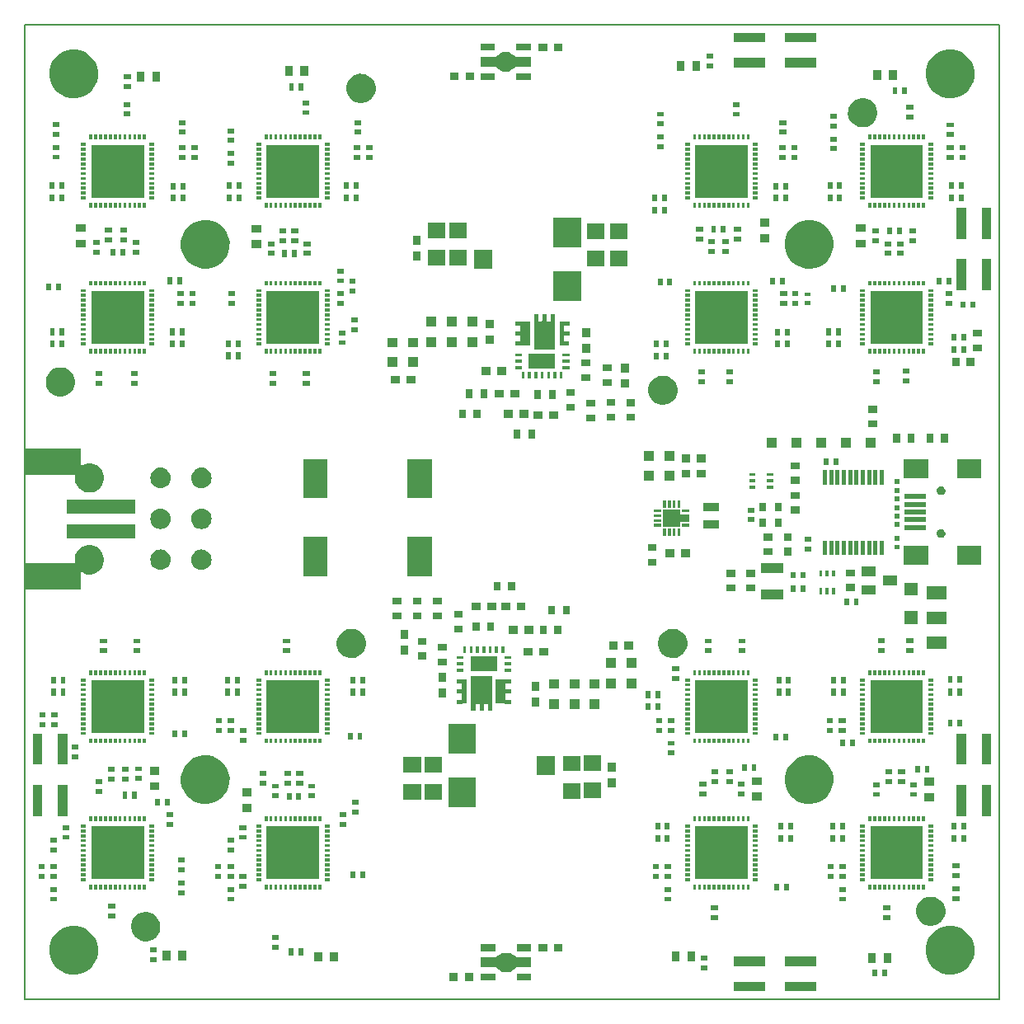
<source format=gts>
G04 (created by PCBNEW (2013-05-16 BZR 4016)-stable) date 12. 1. 2014 16:37:10*
%MOIN*%
G04 Gerber Fmt 3.4, Leading zero omitted, Abs format*
%FSLAX34Y34*%
G01*
G70*
G90*
G04 APERTURE LIST*
%ADD10C,0.00590551*%
G04 APERTURE END LIST*
G54D10*
X38779Y-61023D02*
X78149Y-61023D01*
X78149Y-61023D02*
X78149Y-21653D01*
X78149Y-21653D02*
X38779Y-21653D01*
X38779Y-21653D02*
X38779Y-61023D01*
G36*
X39478Y-51555D02*
X39084Y-51555D01*
X39084Y-50294D01*
X39478Y-50294D01*
X39478Y-51555D01*
X39478Y-51555D01*
G37*
G36*
X39478Y-53642D02*
X39084Y-53642D01*
X39084Y-52381D01*
X39478Y-52381D01*
X39478Y-53642D01*
X39478Y-53642D01*
G37*
G36*
X39567Y-55768D02*
X39330Y-55768D01*
X39330Y-55570D01*
X39567Y-55570D01*
X39567Y-55768D01*
X39567Y-55768D01*
G37*
G36*
X39567Y-56161D02*
X39330Y-56161D01*
X39330Y-55964D01*
X39567Y-55964D01*
X39567Y-56161D01*
X39567Y-56161D01*
G37*
G36*
X39596Y-49636D02*
X39359Y-49636D01*
X39359Y-49438D01*
X39596Y-49438D01*
X39596Y-49636D01*
X39596Y-49636D01*
G37*
G36*
X39596Y-50029D02*
X39359Y-50029D01*
X39359Y-49832D01*
X39596Y-49832D01*
X39596Y-50029D01*
X39596Y-50029D01*
G37*
G36*
X39833Y-32372D02*
X39635Y-32372D01*
X39635Y-32096D01*
X39833Y-32096D01*
X39833Y-32372D01*
X39833Y-32372D01*
G37*
G36*
X39961Y-28287D02*
X39763Y-28287D01*
X39763Y-28011D01*
X39961Y-28011D01*
X39961Y-28287D01*
X39961Y-28287D01*
G37*
G36*
X39961Y-28779D02*
X39763Y-28779D01*
X39763Y-28503D01*
X39961Y-28503D01*
X39961Y-28779D01*
X39961Y-28779D01*
G37*
G36*
X39980Y-34193D02*
X39783Y-34193D01*
X39783Y-33916D01*
X39980Y-33916D01*
X39980Y-34193D01*
X39980Y-34193D01*
G37*
G36*
X39980Y-34685D02*
X39783Y-34685D01*
X39783Y-34409D01*
X39980Y-34409D01*
X39980Y-34685D01*
X39980Y-34685D01*
G37*
G36*
X40020Y-48268D02*
X39822Y-48268D01*
X39822Y-47991D01*
X40020Y-47991D01*
X40020Y-48268D01*
X40020Y-48268D01*
G37*
G36*
X40020Y-48760D02*
X39822Y-48760D01*
X39822Y-48483D01*
X40020Y-48483D01*
X40020Y-48760D01*
X40020Y-48760D01*
G37*
G36*
X40079Y-54705D02*
X39802Y-54705D01*
X39802Y-54507D01*
X40079Y-54507D01*
X40079Y-54705D01*
X40079Y-54705D01*
G37*
G36*
X40079Y-55098D02*
X39802Y-55098D01*
X39802Y-54901D01*
X40079Y-54901D01*
X40079Y-55098D01*
X40079Y-55098D01*
G37*
G36*
X40079Y-55768D02*
X39802Y-55768D01*
X39802Y-55570D01*
X40079Y-55570D01*
X40079Y-55768D01*
X40079Y-55768D01*
G37*
G36*
X40079Y-56161D02*
X39802Y-56161D01*
X39802Y-55964D01*
X40079Y-55964D01*
X40079Y-56161D01*
X40079Y-56161D01*
G37*
G36*
X40079Y-56693D02*
X39802Y-56693D01*
X39802Y-56495D01*
X40079Y-56495D01*
X40079Y-56693D01*
X40079Y-56693D01*
G37*
G36*
X40079Y-57086D02*
X39802Y-57086D01*
X39802Y-56889D01*
X40079Y-56889D01*
X40079Y-57086D01*
X40079Y-57086D01*
G37*
G36*
X40108Y-49636D02*
X39832Y-49636D01*
X39832Y-49438D01*
X40108Y-49438D01*
X40108Y-49636D01*
X40108Y-49636D01*
G37*
G36*
X40108Y-50029D02*
X39832Y-50029D01*
X39832Y-49832D01*
X40108Y-49832D01*
X40108Y-50029D01*
X40108Y-50029D01*
G37*
G36*
X40177Y-25768D02*
X39901Y-25768D01*
X39901Y-25570D01*
X40177Y-25570D01*
X40177Y-25768D01*
X40177Y-25768D01*
G37*
G36*
X40177Y-26161D02*
X39901Y-26161D01*
X39901Y-25964D01*
X40177Y-25964D01*
X40177Y-26161D01*
X40177Y-26161D01*
G37*
G36*
X40177Y-26693D02*
X39901Y-26693D01*
X39901Y-26495D01*
X40177Y-26495D01*
X40177Y-26693D01*
X40177Y-26693D01*
G37*
G36*
X40177Y-27086D02*
X39901Y-27086D01*
X39901Y-26889D01*
X40177Y-26889D01*
X40177Y-27086D01*
X40177Y-27086D01*
G37*
G36*
X40226Y-32372D02*
X40029Y-32372D01*
X40029Y-32096D01*
X40226Y-32096D01*
X40226Y-32372D01*
X40226Y-32372D01*
G37*
G36*
X40354Y-28287D02*
X40157Y-28287D01*
X40157Y-28011D01*
X40354Y-28011D01*
X40354Y-28287D01*
X40354Y-28287D01*
G37*
G36*
X40354Y-28779D02*
X40157Y-28779D01*
X40157Y-28503D01*
X40354Y-28503D01*
X40354Y-28779D01*
X40354Y-28779D01*
G37*
G36*
X40374Y-34193D02*
X40176Y-34193D01*
X40176Y-33916D01*
X40374Y-33916D01*
X40374Y-34193D01*
X40374Y-34193D01*
G37*
G36*
X40374Y-34685D02*
X40176Y-34685D01*
X40176Y-34409D01*
X40374Y-34409D01*
X40374Y-34685D01*
X40374Y-34685D01*
G37*
G36*
X40413Y-48268D02*
X40216Y-48268D01*
X40216Y-47991D01*
X40413Y-47991D01*
X40413Y-48268D01*
X40413Y-48268D01*
G37*
G36*
X40413Y-48760D02*
X40216Y-48760D01*
X40216Y-48483D01*
X40413Y-48483D01*
X40413Y-48760D01*
X40413Y-48760D01*
G37*
G36*
X40482Y-51555D02*
X40088Y-51555D01*
X40088Y-50294D01*
X40482Y-50294D01*
X40482Y-51555D01*
X40482Y-51555D01*
G37*
G36*
X40482Y-53642D02*
X40088Y-53642D01*
X40088Y-52381D01*
X40482Y-52381D01*
X40482Y-53642D01*
X40482Y-53642D01*
G37*
G36*
X40571Y-54193D02*
X40294Y-54193D01*
X40294Y-53995D01*
X40571Y-53995D01*
X40571Y-54193D01*
X40571Y-54193D01*
G37*
G36*
X40571Y-54586D02*
X40294Y-54586D01*
X40294Y-54389D01*
X40571Y-54389D01*
X40571Y-54586D01*
X40571Y-54586D01*
G37*
G36*
X40797Y-36026D02*
X40795Y-36155D01*
X40769Y-36271D01*
X40723Y-36374D01*
X40655Y-36471D01*
X40573Y-36549D01*
X40472Y-36613D01*
X40367Y-36653D01*
X40250Y-36674D01*
X40137Y-36672D01*
X40021Y-36646D01*
X39918Y-36601D01*
X39820Y-36533D01*
X39742Y-36452D01*
X39678Y-36352D01*
X39636Y-36247D01*
X39615Y-36130D01*
X39616Y-36018D01*
X39641Y-35901D01*
X39685Y-35798D01*
X39753Y-35699D01*
X39833Y-35621D01*
X39933Y-35555D01*
X40037Y-35513D01*
X40154Y-35491D01*
X40266Y-35492D01*
X40383Y-35516D01*
X40487Y-35559D01*
X40586Y-35626D01*
X40665Y-35706D01*
X40731Y-35805D01*
X40774Y-35909D01*
X40797Y-36026D01*
X40797Y-36026D01*
G37*
G36*
X40935Y-50945D02*
X40659Y-50945D01*
X40659Y-50747D01*
X40935Y-50747D01*
X40935Y-50945D01*
X40935Y-50945D01*
G37*
G36*
X40935Y-51338D02*
X40659Y-51338D01*
X40659Y-51141D01*
X40935Y-51141D01*
X40935Y-51338D01*
X40935Y-51338D01*
G37*
G36*
X41220Y-30020D02*
X40826Y-30020D01*
X40826Y-29704D01*
X41220Y-29704D01*
X41220Y-30020D01*
X41220Y-30020D01*
G37*
G36*
X41220Y-30649D02*
X40826Y-30649D01*
X40826Y-30334D01*
X41220Y-30334D01*
X41220Y-30649D01*
X41220Y-30649D01*
G37*
G36*
X41241Y-26536D02*
X41044Y-26536D01*
X41044Y-26417D01*
X41241Y-26417D01*
X41241Y-26536D01*
X41241Y-26536D01*
G37*
G36*
X41241Y-26733D02*
X41044Y-26733D01*
X41044Y-26614D01*
X41241Y-26614D01*
X41241Y-26733D01*
X41241Y-26733D01*
G37*
G36*
X41241Y-26930D02*
X41044Y-26930D01*
X41044Y-26811D01*
X41241Y-26811D01*
X41241Y-26930D01*
X41241Y-26930D01*
G37*
G36*
X41241Y-27126D02*
X41044Y-27126D01*
X41044Y-27007D01*
X41241Y-27007D01*
X41241Y-27126D01*
X41241Y-27126D01*
G37*
G36*
X41241Y-27323D02*
X41044Y-27323D01*
X41044Y-27204D01*
X41241Y-27204D01*
X41241Y-27323D01*
X41241Y-27323D01*
G37*
G36*
X41241Y-27520D02*
X41044Y-27520D01*
X41044Y-27401D01*
X41241Y-27401D01*
X41241Y-27520D01*
X41241Y-27520D01*
G37*
G36*
X41241Y-27716D02*
X41044Y-27716D01*
X41044Y-27597D01*
X41241Y-27597D01*
X41241Y-27716D01*
X41241Y-27716D01*
G37*
G36*
X41241Y-27913D02*
X41044Y-27913D01*
X41044Y-27794D01*
X41241Y-27794D01*
X41241Y-27913D01*
X41241Y-27913D01*
G37*
G36*
X41241Y-28110D02*
X41044Y-28110D01*
X41044Y-27991D01*
X41241Y-27991D01*
X41241Y-28110D01*
X41241Y-28110D01*
G37*
G36*
X41241Y-28306D02*
X41044Y-28306D01*
X41044Y-28187D01*
X41241Y-28187D01*
X41241Y-28306D01*
X41241Y-28306D01*
G37*
G36*
X41241Y-28503D02*
X41044Y-28503D01*
X41044Y-28384D01*
X41241Y-28384D01*
X41241Y-28503D01*
X41241Y-28503D01*
G37*
G36*
X41241Y-28700D02*
X41044Y-28700D01*
X41044Y-28581D01*
X41241Y-28581D01*
X41241Y-28700D01*
X41241Y-28700D01*
G37*
G36*
X41241Y-32441D02*
X41044Y-32441D01*
X41044Y-32323D01*
X41241Y-32323D01*
X41241Y-32441D01*
X41241Y-32441D01*
G37*
G36*
X41241Y-32638D02*
X41044Y-32638D01*
X41044Y-32520D01*
X41241Y-32520D01*
X41241Y-32638D01*
X41241Y-32638D01*
G37*
G36*
X41241Y-32835D02*
X41044Y-32835D01*
X41044Y-32717D01*
X41241Y-32717D01*
X41241Y-32835D01*
X41241Y-32835D01*
G37*
G36*
X41241Y-33031D02*
X41044Y-33031D01*
X41044Y-32913D01*
X41241Y-32913D01*
X41241Y-33031D01*
X41241Y-33031D01*
G37*
G36*
X41241Y-33228D02*
X41044Y-33228D01*
X41044Y-33110D01*
X41241Y-33110D01*
X41241Y-33228D01*
X41241Y-33228D01*
G37*
G36*
X41241Y-33425D02*
X41044Y-33425D01*
X41044Y-33307D01*
X41241Y-33307D01*
X41241Y-33425D01*
X41241Y-33425D01*
G37*
G36*
X41241Y-33621D02*
X41044Y-33621D01*
X41044Y-33503D01*
X41241Y-33503D01*
X41241Y-33621D01*
X41241Y-33621D01*
G37*
G36*
X41241Y-33818D02*
X41044Y-33818D01*
X41044Y-33700D01*
X41241Y-33700D01*
X41241Y-33818D01*
X41241Y-33818D01*
G37*
G36*
X41241Y-34015D02*
X41044Y-34015D01*
X41044Y-33897D01*
X41241Y-33897D01*
X41241Y-34015D01*
X41241Y-34015D01*
G37*
G36*
X41241Y-34211D02*
X41044Y-34211D01*
X41044Y-34093D01*
X41241Y-34093D01*
X41241Y-34211D01*
X41241Y-34211D01*
G37*
G36*
X41241Y-34408D02*
X41044Y-34408D01*
X41044Y-34290D01*
X41241Y-34290D01*
X41241Y-34408D01*
X41241Y-34408D01*
G37*
G36*
X41241Y-34605D02*
X41044Y-34605D01*
X41044Y-34487D01*
X41241Y-34487D01*
X41241Y-34605D01*
X41241Y-34605D01*
G37*
G36*
X41241Y-48189D02*
X41044Y-48189D01*
X41044Y-48071D01*
X41241Y-48071D01*
X41241Y-48189D01*
X41241Y-48189D01*
G37*
G36*
X41241Y-48386D02*
X41044Y-48386D01*
X41044Y-48268D01*
X41241Y-48268D01*
X41241Y-48386D01*
X41241Y-48386D01*
G37*
G36*
X41241Y-48583D02*
X41044Y-48583D01*
X41044Y-48465D01*
X41241Y-48465D01*
X41241Y-48583D01*
X41241Y-48583D01*
G37*
G36*
X41241Y-48779D02*
X41044Y-48779D01*
X41044Y-48661D01*
X41241Y-48661D01*
X41241Y-48779D01*
X41241Y-48779D01*
G37*
G36*
X41241Y-48976D02*
X41044Y-48976D01*
X41044Y-48858D01*
X41241Y-48858D01*
X41241Y-48976D01*
X41241Y-48976D01*
G37*
G36*
X41241Y-49173D02*
X41044Y-49173D01*
X41044Y-49055D01*
X41241Y-49055D01*
X41241Y-49173D01*
X41241Y-49173D01*
G37*
G36*
X41241Y-49369D02*
X41044Y-49369D01*
X41044Y-49251D01*
X41241Y-49251D01*
X41241Y-49369D01*
X41241Y-49369D01*
G37*
G36*
X41241Y-49566D02*
X41044Y-49566D01*
X41044Y-49448D01*
X41241Y-49448D01*
X41241Y-49566D01*
X41241Y-49566D01*
G37*
G36*
X41241Y-49763D02*
X41044Y-49763D01*
X41044Y-49645D01*
X41241Y-49645D01*
X41241Y-49763D01*
X41241Y-49763D01*
G37*
G36*
X41241Y-49959D02*
X41044Y-49959D01*
X41044Y-49841D01*
X41241Y-49841D01*
X41241Y-49959D01*
X41241Y-49959D01*
G37*
G36*
X41241Y-50156D02*
X41044Y-50156D01*
X41044Y-50038D01*
X41241Y-50038D01*
X41241Y-50156D01*
X41241Y-50156D01*
G37*
G36*
X41241Y-50353D02*
X41044Y-50353D01*
X41044Y-50235D01*
X41241Y-50235D01*
X41241Y-50353D01*
X41241Y-50353D01*
G37*
G36*
X41241Y-54095D02*
X41044Y-54095D01*
X41044Y-53976D01*
X41241Y-53976D01*
X41241Y-54095D01*
X41241Y-54095D01*
G37*
G36*
X41241Y-54292D02*
X41044Y-54292D01*
X41044Y-54173D01*
X41241Y-54173D01*
X41241Y-54292D01*
X41241Y-54292D01*
G37*
G36*
X41241Y-54489D02*
X41044Y-54489D01*
X41044Y-54370D01*
X41241Y-54370D01*
X41241Y-54489D01*
X41241Y-54489D01*
G37*
G36*
X41241Y-54685D02*
X41044Y-54685D01*
X41044Y-54566D01*
X41241Y-54566D01*
X41241Y-54685D01*
X41241Y-54685D01*
G37*
G36*
X41241Y-54882D02*
X41044Y-54882D01*
X41044Y-54763D01*
X41241Y-54763D01*
X41241Y-54882D01*
X41241Y-54882D01*
G37*
G36*
X41241Y-55079D02*
X41044Y-55079D01*
X41044Y-54960D01*
X41241Y-54960D01*
X41241Y-55079D01*
X41241Y-55079D01*
G37*
G36*
X41241Y-55275D02*
X41044Y-55275D01*
X41044Y-55156D01*
X41241Y-55156D01*
X41241Y-55275D01*
X41241Y-55275D01*
G37*
G36*
X41241Y-55472D02*
X41044Y-55472D01*
X41044Y-55353D01*
X41241Y-55353D01*
X41241Y-55472D01*
X41241Y-55472D01*
G37*
G36*
X41241Y-55669D02*
X41044Y-55669D01*
X41044Y-55550D01*
X41241Y-55550D01*
X41241Y-55669D01*
X41241Y-55669D01*
G37*
G36*
X41241Y-55865D02*
X41044Y-55865D01*
X41044Y-55746D01*
X41241Y-55746D01*
X41241Y-55865D01*
X41241Y-55865D01*
G37*
G36*
X41241Y-56062D02*
X41044Y-56062D01*
X41044Y-55943D01*
X41241Y-55943D01*
X41241Y-56062D01*
X41241Y-56062D01*
G37*
G36*
X41241Y-56259D02*
X41044Y-56259D01*
X41044Y-56140D01*
X41241Y-56140D01*
X41241Y-56259D01*
X41241Y-56259D01*
G37*
G36*
X41497Y-26280D02*
X41378Y-26280D01*
X41378Y-26083D01*
X41497Y-26083D01*
X41497Y-26280D01*
X41497Y-26280D01*
G37*
G36*
X41497Y-29034D02*
X41378Y-29034D01*
X41378Y-28837D01*
X41497Y-28837D01*
X41497Y-29034D01*
X41497Y-29034D01*
G37*
G36*
X41497Y-32185D02*
X41378Y-32185D01*
X41378Y-31989D01*
X41497Y-31989D01*
X41497Y-32185D01*
X41497Y-32185D01*
G37*
G36*
X41497Y-34939D02*
X41378Y-34939D01*
X41378Y-34743D01*
X41497Y-34743D01*
X41497Y-34939D01*
X41497Y-34939D01*
G37*
G36*
X41497Y-47933D02*
X41378Y-47933D01*
X41378Y-47737D01*
X41497Y-47737D01*
X41497Y-47933D01*
X41497Y-47933D01*
G37*
G36*
X41497Y-50687D02*
X41378Y-50687D01*
X41378Y-50491D01*
X41497Y-50491D01*
X41497Y-50687D01*
X41497Y-50687D01*
G37*
G36*
X41497Y-53839D02*
X41378Y-53839D01*
X41378Y-53642D01*
X41497Y-53642D01*
X41497Y-53839D01*
X41497Y-53839D01*
G37*
G36*
X41497Y-56593D02*
X41378Y-56593D01*
X41378Y-56396D01*
X41497Y-56396D01*
X41497Y-56593D01*
X41497Y-56593D01*
G37*
G36*
X41694Y-26280D02*
X41575Y-26280D01*
X41575Y-26083D01*
X41694Y-26083D01*
X41694Y-26280D01*
X41694Y-26280D01*
G37*
G36*
X41694Y-29034D02*
X41575Y-29034D01*
X41575Y-28837D01*
X41694Y-28837D01*
X41694Y-29034D01*
X41694Y-29034D01*
G37*
G36*
X41694Y-32185D02*
X41575Y-32185D01*
X41575Y-31989D01*
X41694Y-31989D01*
X41694Y-32185D01*
X41694Y-32185D01*
G37*
G36*
X41694Y-34939D02*
X41575Y-34939D01*
X41575Y-34743D01*
X41694Y-34743D01*
X41694Y-34939D01*
X41694Y-34939D01*
G37*
G36*
X41694Y-47933D02*
X41575Y-47933D01*
X41575Y-47737D01*
X41694Y-47737D01*
X41694Y-47933D01*
X41694Y-47933D01*
G37*
G36*
X41694Y-50687D02*
X41575Y-50687D01*
X41575Y-50491D01*
X41694Y-50491D01*
X41694Y-50687D01*
X41694Y-50687D01*
G37*
G36*
X41694Y-53839D02*
X41575Y-53839D01*
X41575Y-53642D01*
X41694Y-53642D01*
X41694Y-53839D01*
X41694Y-53839D01*
G37*
G36*
X41694Y-56593D02*
X41575Y-56593D01*
X41575Y-56396D01*
X41694Y-56396D01*
X41694Y-56593D01*
X41694Y-56593D01*
G37*
G36*
X41732Y-23526D02*
X41729Y-23744D01*
X41686Y-23935D01*
X41608Y-24109D01*
X41495Y-24269D01*
X41358Y-24400D01*
X41192Y-24505D01*
X41015Y-24574D01*
X40822Y-24608D01*
X40632Y-24604D01*
X40440Y-24562D01*
X40266Y-24486D01*
X40105Y-24374D01*
X39973Y-24237D01*
X39867Y-24072D01*
X39797Y-23896D01*
X39762Y-23703D01*
X39764Y-23513D01*
X39805Y-23321D01*
X39880Y-23146D01*
X39991Y-22984D01*
X40126Y-22852D01*
X40291Y-22744D01*
X40467Y-22673D01*
X40660Y-22636D01*
X40849Y-22638D01*
X41042Y-22677D01*
X41216Y-22751D01*
X41380Y-22861D01*
X41513Y-22995D01*
X41622Y-23159D01*
X41694Y-23334D01*
X41732Y-23525D01*
X41732Y-23526D01*
X41732Y-23526D01*
G37*
G36*
X41732Y-58960D02*
X41729Y-59177D01*
X41686Y-59368D01*
X41608Y-59542D01*
X41495Y-59702D01*
X41358Y-59833D01*
X41192Y-59938D01*
X41015Y-60007D01*
X40822Y-60041D01*
X40632Y-60037D01*
X40440Y-59995D01*
X40266Y-59919D01*
X40105Y-59807D01*
X39973Y-59670D01*
X39867Y-59505D01*
X39797Y-59329D01*
X39762Y-59136D01*
X39764Y-58946D01*
X39805Y-58754D01*
X39880Y-58580D01*
X39991Y-58417D01*
X40126Y-58285D01*
X40291Y-58177D01*
X40467Y-58106D01*
X40660Y-58069D01*
X40849Y-58071D01*
X41042Y-58110D01*
X41216Y-58184D01*
X41380Y-58294D01*
X41513Y-58428D01*
X41622Y-58592D01*
X41694Y-58767D01*
X41732Y-58958D01*
X41732Y-58960D01*
X41732Y-58960D01*
G37*
G36*
X41791Y-30551D02*
X41515Y-30551D01*
X41515Y-30353D01*
X41791Y-30353D01*
X41791Y-30551D01*
X41791Y-30551D01*
G37*
G36*
X41791Y-30945D02*
X41515Y-30945D01*
X41515Y-30747D01*
X41791Y-30747D01*
X41791Y-30945D01*
X41791Y-30945D01*
G37*
G36*
X41891Y-26280D02*
X41772Y-26280D01*
X41772Y-26083D01*
X41891Y-26083D01*
X41891Y-26280D01*
X41891Y-26280D01*
G37*
G36*
X41891Y-29034D02*
X41772Y-29034D01*
X41772Y-28837D01*
X41891Y-28837D01*
X41891Y-29034D01*
X41891Y-29034D01*
G37*
G36*
X41891Y-32185D02*
X41772Y-32185D01*
X41772Y-31989D01*
X41891Y-31989D01*
X41891Y-32185D01*
X41891Y-32185D01*
G37*
G36*
X41891Y-34939D02*
X41772Y-34939D01*
X41772Y-34743D01*
X41891Y-34743D01*
X41891Y-34939D01*
X41891Y-34939D01*
G37*
G36*
X41891Y-47933D02*
X41772Y-47933D01*
X41772Y-47737D01*
X41891Y-47737D01*
X41891Y-47933D01*
X41891Y-47933D01*
G37*
G36*
X41891Y-50687D02*
X41772Y-50687D01*
X41772Y-50491D01*
X41891Y-50491D01*
X41891Y-50687D01*
X41891Y-50687D01*
G37*
G36*
X41891Y-53839D02*
X41772Y-53839D01*
X41772Y-53642D01*
X41891Y-53642D01*
X41891Y-53839D01*
X41891Y-53839D01*
G37*
G36*
X41891Y-56593D02*
X41772Y-56593D01*
X41772Y-56396D01*
X41891Y-56396D01*
X41891Y-56593D01*
X41891Y-56593D01*
G37*
G36*
X41909Y-35846D02*
X41633Y-35846D01*
X41633Y-35649D01*
X41909Y-35649D01*
X41909Y-35846D01*
X41909Y-35846D01*
G37*
G36*
X41909Y-36240D02*
X41633Y-36240D01*
X41633Y-36042D01*
X41909Y-36042D01*
X41909Y-36240D01*
X41909Y-36240D01*
G37*
G36*
X41909Y-52342D02*
X41633Y-52342D01*
X41633Y-52145D01*
X41909Y-52145D01*
X41909Y-52342D01*
X41909Y-52342D01*
G37*
G36*
X41909Y-52736D02*
X41633Y-52736D01*
X41633Y-52538D01*
X41909Y-52538D01*
X41909Y-52736D01*
X41909Y-52736D01*
G37*
G36*
X41969Y-39904D02*
X41967Y-40034D01*
X41941Y-40149D01*
X41895Y-40253D01*
X41827Y-40350D01*
X41745Y-40428D01*
X41645Y-40491D01*
X41539Y-40532D01*
X41422Y-40553D01*
X41309Y-40550D01*
X41193Y-40525D01*
X41090Y-40480D01*
X40992Y-40412D01*
X40914Y-40331D01*
X40850Y-40231D01*
X40808Y-40126D01*
X40787Y-40009D01*
X40788Y-39896D01*
X40797Y-39856D01*
X40797Y-39848D01*
X40794Y-39841D01*
X40788Y-39835D01*
X40781Y-39833D01*
X40774Y-39833D01*
X38808Y-39833D01*
X38808Y-38788D01*
X41014Y-38788D01*
X41014Y-39453D01*
X41014Y-39461D01*
X41017Y-39468D01*
X41022Y-39474D01*
X41029Y-39477D01*
X41037Y-39477D01*
X41044Y-39474D01*
X41105Y-39434D01*
X41209Y-39392D01*
X41326Y-39369D01*
X41438Y-39370D01*
X41556Y-39394D01*
X41659Y-39438D01*
X41758Y-39504D01*
X41837Y-39584D01*
X41903Y-39684D01*
X41946Y-39787D01*
X41969Y-39904D01*
X41969Y-39904D01*
G37*
G36*
X41969Y-43210D02*
X41967Y-43340D01*
X41941Y-43455D01*
X41895Y-43559D01*
X41827Y-43656D01*
X41745Y-43734D01*
X41645Y-43797D01*
X41539Y-43838D01*
X41422Y-43859D01*
X41309Y-43856D01*
X41193Y-43831D01*
X41090Y-43786D01*
X41044Y-43754D01*
X41037Y-43751D01*
X41029Y-43751D01*
X41022Y-43754D01*
X41017Y-43759D01*
X41014Y-43766D01*
X41014Y-43774D01*
X41014Y-44459D01*
X38808Y-44459D01*
X38808Y-43414D01*
X40778Y-43414D01*
X40785Y-43414D01*
X40792Y-43412D01*
X40798Y-43406D01*
X40801Y-43399D01*
X40801Y-43391D01*
X40787Y-43315D01*
X40788Y-43202D01*
X40813Y-43086D01*
X40857Y-42982D01*
X40925Y-42884D01*
X41005Y-42805D01*
X41105Y-42740D01*
X41209Y-42698D01*
X41326Y-42675D01*
X41438Y-42676D01*
X41556Y-42700D01*
X41659Y-42744D01*
X41758Y-42810D01*
X41837Y-42890D01*
X41903Y-42990D01*
X41946Y-43093D01*
X41969Y-43210D01*
X41969Y-43210D01*
G37*
G36*
X42086Y-46653D02*
X41810Y-46653D01*
X41810Y-46456D01*
X42086Y-46456D01*
X42086Y-46653D01*
X42086Y-46653D01*
G37*
G36*
X42086Y-47047D02*
X41810Y-47047D01*
X41810Y-46850D01*
X42086Y-46850D01*
X42086Y-47047D01*
X42086Y-47047D01*
G37*
G36*
X42087Y-26280D02*
X41968Y-26280D01*
X41968Y-26083D01*
X42087Y-26083D01*
X42087Y-26280D01*
X42087Y-26280D01*
G37*
G36*
X42087Y-29034D02*
X41968Y-29034D01*
X41968Y-28837D01*
X42087Y-28837D01*
X42087Y-29034D01*
X42087Y-29034D01*
G37*
G36*
X42087Y-32185D02*
X41968Y-32185D01*
X41968Y-31989D01*
X42087Y-31989D01*
X42087Y-32185D01*
X42087Y-32185D01*
G37*
G36*
X42087Y-34939D02*
X41968Y-34939D01*
X41968Y-34743D01*
X42087Y-34743D01*
X42087Y-34939D01*
X42087Y-34939D01*
G37*
G36*
X42087Y-47933D02*
X41968Y-47933D01*
X41968Y-47737D01*
X42087Y-47737D01*
X42087Y-47933D01*
X42087Y-47933D01*
G37*
G36*
X42087Y-50687D02*
X41968Y-50687D01*
X41968Y-50491D01*
X42087Y-50491D01*
X42087Y-50687D01*
X42087Y-50687D01*
G37*
G36*
X42087Y-53839D02*
X41968Y-53839D01*
X41968Y-53642D01*
X42087Y-53642D01*
X42087Y-53839D01*
X42087Y-53839D01*
G37*
G36*
X42087Y-56593D02*
X41968Y-56593D01*
X41968Y-56396D01*
X42087Y-56396D01*
X42087Y-56593D01*
X42087Y-56593D01*
G37*
G36*
X42283Y-30039D02*
X42007Y-30039D01*
X42007Y-29842D01*
X42283Y-29842D01*
X42283Y-30039D01*
X42283Y-30039D01*
G37*
G36*
X42283Y-30433D02*
X42007Y-30433D01*
X42007Y-30235D01*
X42283Y-30235D01*
X42283Y-30433D01*
X42283Y-30433D01*
G37*
G36*
X42284Y-26280D02*
X42165Y-26280D01*
X42165Y-26083D01*
X42284Y-26083D01*
X42284Y-26280D01*
X42284Y-26280D01*
G37*
G36*
X42284Y-29034D02*
X42165Y-29034D01*
X42165Y-28837D01*
X42284Y-28837D01*
X42284Y-29034D01*
X42284Y-29034D01*
G37*
G36*
X42284Y-32185D02*
X42165Y-32185D01*
X42165Y-31989D01*
X42284Y-31989D01*
X42284Y-32185D01*
X42284Y-32185D01*
G37*
G36*
X42284Y-34939D02*
X42165Y-34939D01*
X42165Y-34743D01*
X42284Y-34743D01*
X42284Y-34939D01*
X42284Y-34939D01*
G37*
G36*
X42284Y-47933D02*
X42165Y-47933D01*
X42165Y-47737D01*
X42284Y-47737D01*
X42284Y-47933D01*
X42284Y-47933D01*
G37*
G36*
X42284Y-50687D02*
X42165Y-50687D01*
X42165Y-50491D01*
X42284Y-50491D01*
X42284Y-50687D01*
X42284Y-50687D01*
G37*
G36*
X42284Y-53839D02*
X42165Y-53839D01*
X42165Y-53642D01*
X42284Y-53642D01*
X42284Y-53839D01*
X42284Y-53839D01*
G37*
G36*
X42284Y-56593D02*
X42165Y-56593D01*
X42165Y-56396D01*
X42284Y-56396D01*
X42284Y-56593D01*
X42284Y-56593D01*
G37*
G36*
X42401Y-51831D02*
X42125Y-51831D01*
X42125Y-51633D01*
X42401Y-51633D01*
X42401Y-51831D01*
X42401Y-51831D01*
G37*
G36*
X42401Y-52224D02*
X42125Y-52224D01*
X42125Y-52027D01*
X42401Y-52027D01*
X42401Y-52224D01*
X42401Y-52224D01*
G37*
G36*
X42421Y-57372D02*
X42145Y-57372D01*
X42145Y-57174D01*
X42421Y-57174D01*
X42421Y-57372D01*
X42421Y-57372D01*
G37*
G36*
X42421Y-57766D02*
X42145Y-57766D01*
X42145Y-57568D01*
X42421Y-57568D01*
X42421Y-57766D01*
X42421Y-57766D01*
G37*
G36*
X42441Y-30984D02*
X42243Y-30984D01*
X42243Y-30708D01*
X42441Y-30708D01*
X42441Y-30984D01*
X42441Y-30984D01*
G37*
G36*
X42481Y-26280D02*
X42362Y-26280D01*
X42362Y-26083D01*
X42481Y-26083D01*
X42481Y-26280D01*
X42481Y-26280D01*
G37*
G36*
X42481Y-29034D02*
X42362Y-29034D01*
X42362Y-28837D01*
X42481Y-28837D01*
X42481Y-29034D01*
X42481Y-29034D01*
G37*
G36*
X42481Y-32185D02*
X42362Y-32185D01*
X42362Y-31989D01*
X42481Y-31989D01*
X42481Y-32185D01*
X42481Y-32185D01*
G37*
G36*
X42481Y-34939D02*
X42362Y-34939D01*
X42362Y-34743D01*
X42481Y-34743D01*
X42481Y-34939D01*
X42481Y-34939D01*
G37*
G36*
X42481Y-47933D02*
X42362Y-47933D01*
X42362Y-47737D01*
X42481Y-47737D01*
X42481Y-47933D01*
X42481Y-47933D01*
G37*
G36*
X42481Y-50687D02*
X42362Y-50687D01*
X42362Y-50491D01*
X42481Y-50491D01*
X42481Y-50687D01*
X42481Y-50687D01*
G37*
G36*
X42481Y-53839D02*
X42362Y-53839D01*
X42362Y-53642D01*
X42481Y-53642D01*
X42481Y-53839D01*
X42481Y-53839D01*
G37*
G36*
X42481Y-56593D02*
X42362Y-56593D01*
X42362Y-56396D01*
X42481Y-56396D01*
X42481Y-56593D01*
X42481Y-56593D01*
G37*
G36*
X42677Y-26280D02*
X42558Y-26280D01*
X42558Y-26083D01*
X42677Y-26083D01*
X42677Y-26280D01*
X42677Y-26280D01*
G37*
G36*
X42677Y-29034D02*
X42558Y-29034D01*
X42558Y-28837D01*
X42677Y-28837D01*
X42677Y-29034D01*
X42677Y-29034D01*
G37*
G36*
X42677Y-32185D02*
X42558Y-32185D01*
X42558Y-31989D01*
X42677Y-31989D01*
X42677Y-32185D01*
X42677Y-32185D01*
G37*
G36*
X42677Y-34939D02*
X42558Y-34939D01*
X42558Y-34743D01*
X42677Y-34743D01*
X42677Y-34939D01*
X42677Y-34939D01*
G37*
G36*
X42677Y-47933D02*
X42558Y-47933D01*
X42558Y-47737D01*
X42677Y-47737D01*
X42677Y-47933D01*
X42677Y-47933D01*
G37*
G36*
X42677Y-50687D02*
X42558Y-50687D01*
X42558Y-50491D01*
X42677Y-50491D01*
X42677Y-50687D01*
X42677Y-50687D01*
G37*
G36*
X42677Y-53839D02*
X42558Y-53839D01*
X42558Y-53642D01*
X42677Y-53642D01*
X42677Y-53839D01*
X42677Y-53839D01*
G37*
G36*
X42677Y-56593D02*
X42558Y-56593D01*
X42558Y-56396D01*
X42677Y-56396D01*
X42677Y-56593D01*
X42677Y-56593D01*
G37*
G36*
X42835Y-30984D02*
X42637Y-30984D01*
X42637Y-30708D01*
X42835Y-30708D01*
X42835Y-30984D01*
X42835Y-30984D01*
G37*
G36*
X42874Y-26280D02*
X42755Y-26280D01*
X42755Y-26083D01*
X42874Y-26083D01*
X42874Y-26280D01*
X42874Y-26280D01*
G37*
G36*
X42874Y-29034D02*
X42755Y-29034D01*
X42755Y-28837D01*
X42874Y-28837D01*
X42874Y-29034D01*
X42874Y-29034D01*
G37*
G36*
X42874Y-32185D02*
X42755Y-32185D01*
X42755Y-31989D01*
X42874Y-31989D01*
X42874Y-32185D01*
X42874Y-32185D01*
G37*
G36*
X42874Y-34939D02*
X42755Y-34939D01*
X42755Y-34743D01*
X42874Y-34743D01*
X42874Y-34939D01*
X42874Y-34939D01*
G37*
G36*
X42874Y-47933D02*
X42755Y-47933D01*
X42755Y-47737D01*
X42874Y-47737D01*
X42874Y-47933D01*
X42874Y-47933D01*
G37*
G36*
X42874Y-50687D02*
X42755Y-50687D01*
X42755Y-50491D01*
X42874Y-50491D01*
X42874Y-50687D01*
X42874Y-50687D01*
G37*
G36*
X42874Y-53839D02*
X42755Y-53839D01*
X42755Y-53642D01*
X42874Y-53642D01*
X42874Y-53839D01*
X42874Y-53839D01*
G37*
G36*
X42874Y-56593D02*
X42755Y-56593D01*
X42755Y-56396D01*
X42874Y-56396D01*
X42874Y-56593D01*
X42874Y-56593D01*
G37*
G36*
X42913Y-30039D02*
X42637Y-30039D01*
X42637Y-29842D01*
X42913Y-29842D01*
X42913Y-30039D01*
X42913Y-30039D01*
G37*
G36*
X42913Y-30433D02*
X42637Y-30433D01*
X42637Y-30235D01*
X42913Y-30235D01*
X42913Y-30433D01*
X42913Y-30433D01*
G37*
G36*
X42913Y-52923D02*
X42716Y-52923D01*
X42716Y-52647D01*
X42913Y-52647D01*
X42913Y-52923D01*
X42913Y-52923D01*
G37*
G36*
X42972Y-51831D02*
X42696Y-51831D01*
X42696Y-51633D01*
X42972Y-51633D01*
X42972Y-51831D01*
X42972Y-51831D01*
G37*
G36*
X42972Y-52224D02*
X42696Y-52224D01*
X42696Y-52027D01*
X42972Y-52027D01*
X42972Y-52224D01*
X42972Y-52224D01*
G37*
G36*
X43043Y-24957D02*
X42767Y-24957D01*
X42767Y-24759D01*
X43043Y-24759D01*
X43043Y-24957D01*
X43043Y-24957D01*
G37*
G36*
X43043Y-25350D02*
X42767Y-25350D01*
X42767Y-25153D01*
X43043Y-25153D01*
X43043Y-25350D01*
X43043Y-25350D01*
G37*
G36*
X43051Y-23838D02*
X42775Y-23838D01*
X42775Y-23641D01*
X43051Y-23641D01*
X43051Y-23838D01*
X43051Y-23838D01*
G37*
G36*
X43051Y-24232D02*
X42775Y-24232D01*
X42775Y-24035D01*
X43051Y-24035D01*
X43051Y-24232D01*
X43051Y-24232D01*
G37*
G36*
X43071Y-26280D02*
X42952Y-26280D01*
X42952Y-26083D01*
X43071Y-26083D01*
X43071Y-26280D01*
X43071Y-26280D01*
G37*
G36*
X43071Y-29034D02*
X42952Y-29034D01*
X42952Y-28837D01*
X43071Y-28837D01*
X43071Y-29034D01*
X43071Y-29034D01*
G37*
G36*
X43071Y-32185D02*
X42952Y-32185D01*
X42952Y-31989D01*
X43071Y-31989D01*
X43071Y-32185D01*
X43071Y-32185D01*
G37*
G36*
X43071Y-34939D02*
X42952Y-34939D01*
X42952Y-34743D01*
X43071Y-34743D01*
X43071Y-34939D01*
X43071Y-34939D01*
G37*
G36*
X43071Y-47933D02*
X42952Y-47933D01*
X42952Y-47737D01*
X43071Y-47737D01*
X43071Y-47933D01*
X43071Y-47933D01*
G37*
G36*
X43071Y-50687D02*
X42952Y-50687D01*
X42952Y-50491D01*
X43071Y-50491D01*
X43071Y-50687D01*
X43071Y-50687D01*
G37*
G36*
X43071Y-53839D02*
X42952Y-53839D01*
X42952Y-53642D01*
X43071Y-53642D01*
X43071Y-53839D01*
X43071Y-53839D01*
G37*
G36*
X43071Y-56593D02*
X42952Y-56593D01*
X42952Y-56396D01*
X43071Y-56396D01*
X43071Y-56593D01*
X43071Y-56593D01*
G37*
G36*
X43218Y-41407D02*
X40462Y-41407D01*
X40462Y-40855D01*
X43218Y-40855D01*
X43218Y-41407D01*
X43218Y-41407D01*
G37*
G36*
X43218Y-42392D02*
X40462Y-42392D01*
X40462Y-41840D01*
X43218Y-41840D01*
X43218Y-42392D01*
X43218Y-42392D01*
G37*
G36*
X43267Y-26280D02*
X43148Y-26280D01*
X43148Y-26083D01*
X43267Y-26083D01*
X43267Y-26280D01*
X43267Y-26280D01*
G37*
G36*
X43267Y-29034D02*
X43148Y-29034D01*
X43148Y-28837D01*
X43267Y-28837D01*
X43267Y-29034D01*
X43267Y-29034D01*
G37*
G36*
X43267Y-32185D02*
X43148Y-32185D01*
X43148Y-31989D01*
X43267Y-31989D01*
X43267Y-32185D01*
X43267Y-32185D01*
G37*
G36*
X43267Y-34939D02*
X43148Y-34939D01*
X43148Y-34743D01*
X43267Y-34743D01*
X43267Y-34939D01*
X43267Y-34939D01*
G37*
G36*
X43267Y-47933D02*
X43148Y-47933D01*
X43148Y-47737D01*
X43267Y-47737D01*
X43267Y-47933D01*
X43267Y-47933D01*
G37*
G36*
X43267Y-50687D02*
X43148Y-50687D01*
X43148Y-50491D01*
X43267Y-50491D01*
X43267Y-50687D01*
X43267Y-50687D01*
G37*
G36*
X43267Y-53839D02*
X43148Y-53839D01*
X43148Y-53642D01*
X43267Y-53642D01*
X43267Y-53839D01*
X43267Y-53839D01*
G37*
G36*
X43267Y-56593D02*
X43148Y-56593D01*
X43148Y-56396D01*
X43267Y-56396D01*
X43267Y-56593D01*
X43267Y-56593D01*
G37*
G36*
X43307Y-52923D02*
X43109Y-52923D01*
X43109Y-52647D01*
X43307Y-52647D01*
X43307Y-52923D01*
X43307Y-52923D01*
G37*
G36*
X43346Y-35846D02*
X43070Y-35846D01*
X43070Y-35649D01*
X43346Y-35649D01*
X43346Y-35846D01*
X43346Y-35846D01*
G37*
G36*
X43346Y-36240D02*
X43070Y-36240D01*
X43070Y-36042D01*
X43346Y-36042D01*
X43346Y-36240D01*
X43346Y-36240D01*
G37*
G36*
X43398Y-30547D02*
X43121Y-30547D01*
X43121Y-30350D01*
X43398Y-30350D01*
X43398Y-30547D01*
X43398Y-30547D01*
G37*
G36*
X43398Y-30941D02*
X43121Y-30941D01*
X43121Y-30743D01*
X43398Y-30743D01*
X43398Y-30941D01*
X43398Y-30941D01*
G37*
G36*
X43425Y-46653D02*
X43149Y-46653D01*
X43149Y-46456D01*
X43425Y-46456D01*
X43425Y-46653D01*
X43425Y-46653D01*
G37*
G36*
X43425Y-47047D02*
X43149Y-47047D01*
X43149Y-46850D01*
X43425Y-46850D01*
X43425Y-47047D01*
X43425Y-47047D01*
G37*
G36*
X43464Y-26280D02*
X43345Y-26280D01*
X43345Y-26083D01*
X43464Y-26083D01*
X43464Y-26280D01*
X43464Y-26280D01*
G37*
G36*
X43464Y-29034D02*
X43345Y-29034D01*
X43345Y-28837D01*
X43464Y-28837D01*
X43464Y-29034D01*
X43464Y-29034D01*
G37*
G36*
X43464Y-32185D02*
X43345Y-32185D01*
X43345Y-31989D01*
X43464Y-31989D01*
X43464Y-32185D01*
X43464Y-32185D01*
G37*
G36*
X43464Y-34939D02*
X43345Y-34939D01*
X43345Y-34743D01*
X43464Y-34743D01*
X43464Y-34939D01*
X43464Y-34939D01*
G37*
G36*
X43464Y-47933D02*
X43345Y-47933D01*
X43345Y-47737D01*
X43464Y-47737D01*
X43464Y-47933D01*
X43464Y-47933D01*
G37*
G36*
X43464Y-50687D02*
X43345Y-50687D01*
X43345Y-50491D01*
X43464Y-50491D01*
X43464Y-50687D01*
X43464Y-50687D01*
G37*
G36*
X43464Y-53839D02*
X43345Y-53839D01*
X43345Y-53642D01*
X43464Y-53642D01*
X43464Y-53839D01*
X43464Y-53839D01*
G37*
G36*
X43464Y-56593D02*
X43345Y-56593D01*
X43345Y-56396D01*
X43464Y-56396D01*
X43464Y-56593D01*
X43464Y-56593D01*
G37*
G36*
X43504Y-51821D02*
X43227Y-51821D01*
X43227Y-51623D01*
X43504Y-51623D01*
X43504Y-51821D01*
X43504Y-51821D01*
G37*
G36*
X43504Y-52214D02*
X43227Y-52214D01*
X43227Y-52017D01*
X43504Y-52017D01*
X43504Y-52214D01*
X43504Y-52214D01*
G37*
G36*
X43583Y-28622D02*
X41456Y-28622D01*
X41456Y-26495D01*
X43583Y-26495D01*
X43583Y-28622D01*
X43583Y-28622D01*
G37*
G36*
X43583Y-34527D02*
X41456Y-34527D01*
X41456Y-32401D01*
X43583Y-32401D01*
X43583Y-34527D01*
X43583Y-34527D01*
G37*
G36*
X43583Y-50275D02*
X41456Y-50275D01*
X41456Y-48149D01*
X43583Y-48149D01*
X43583Y-50275D01*
X43583Y-50275D01*
G37*
G36*
X43583Y-56181D02*
X41456Y-56181D01*
X41456Y-54054D01*
X43583Y-54054D01*
X43583Y-56181D01*
X43583Y-56181D01*
G37*
G36*
X43602Y-23937D02*
X43287Y-23937D01*
X43287Y-23542D01*
X43602Y-23542D01*
X43602Y-23937D01*
X43602Y-23937D01*
G37*
G36*
X43661Y-26280D02*
X43542Y-26280D01*
X43542Y-26083D01*
X43661Y-26083D01*
X43661Y-26280D01*
X43661Y-26280D01*
G37*
G36*
X43661Y-29034D02*
X43542Y-29034D01*
X43542Y-28837D01*
X43661Y-28837D01*
X43661Y-29034D01*
X43661Y-29034D01*
G37*
G36*
X43661Y-32185D02*
X43542Y-32185D01*
X43542Y-31989D01*
X43661Y-31989D01*
X43661Y-32185D01*
X43661Y-32185D01*
G37*
G36*
X43661Y-34939D02*
X43542Y-34939D01*
X43542Y-34743D01*
X43661Y-34743D01*
X43661Y-34939D01*
X43661Y-34939D01*
G37*
G36*
X43661Y-47933D02*
X43542Y-47933D01*
X43542Y-47737D01*
X43661Y-47737D01*
X43661Y-47933D01*
X43661Y-47933D01*
G37*
G36*
X43661Y-50687D02*
X43542Y-50687D01*
X43542Y-50491D01*
X43661Y-50491D01*
X43661Y-50687D01*
X43661Y-50687D01*
G37*
G36*
X43661Y-53839D02*
X43542Y-53839D01*
X43542Y-53642D01*
X43661Y-53642D01*
X43661Y-53839D01*
X43661Y-53839D01*
G37*
G36*
X43661Y-56593D02*
X43542Y-56593D01*
X43542Y-56396D01*
X43661Y-56396D01*
X43661Y-56593D01*
X43661Y-56593D01*
G37*
G36*
X43995Y-26536D02*
X43798Y-26536D01*
X43798Y-26417D01*
X43995Y-26417D01*
X43995Y-26536D01*
X43995Y-26536D01*
G37*
G36*
X43995Y-26733D02*
X43798Y-26733D01*
X43798Y-26614D01*
X43995Y-26614D01*
X43995Y-26733D01*
X43995Y-26733D01*
G37*
G36*
X43995Y-26930D02*
X43798Y-26930D01*
X43798Y-26811D01*
X43995Y-26811D01*
X43995Y-26930D01*
X43995Y-26930D01*
G37*
G36*
X43995Y-27126D02*
X43798Y-27126D01*
X43798Y-27007D01*
X43995Y-27007D01*
X43995Y-27126D01*
X43995Y-27126D01*
G37*
G36*
X43995Y-27323D02*
X43798Y-27323D01*
X43798Y-27204D01*
X43995Y-27204D01*
X43995Y-27323D01*
X43995Y-27323D01*
G37*
G36*
X43995Y-27520D02*
X43798Y-27520D01*
X43798Y-27401D01*
X43995Y-27401D01*
X43995Y-27520D01*
X43995Y-27520D01*
G37*
G36*
X43995Y-27716D02*
X43798Y-27716D01*
X43798Y-27597D01*
X43995Y-27597D01*
X43995Y-27716D01*
X43995Y-27716D01*
G37*
G36*
X43995Y-27913D02*
X43798Y-27913D01*
X43798Y-27794D01*
X43995Y-27794D01*
X43995Y-27913D01*
X43995Y-27913D01*
G37*
G36*
X43995Y-28110D02*
X43798Y-28110D01*
X43798Y-27991D01*
X43995Y-27991D01*
X43995Y-28110D01*
X43995Y-28110D01*
G37*
G36*
X43995Y-28306D02*
X43798Y-28306D01*
X43798Y-28187D01*
X43995Y-28187D01*
X43995Y-28306D01*
X43995Y-28306D01*
G37*
G36*
X43995Y-28503D02*
X43798Y-28503D01*
X43798Y-28384D01*
X43995Y-28384D01*
X43995Y-28503D01*
X43995Y-28503D01*
G37*
G36*
X43995Y-28700D02*
X43798Y-28700D01*
X43798Y-28581D01*
X43995Y-28581D01*
X43995Y-28700D01*
X43995Y-28700D01*
G37*
G36*
X43995Y-32441D02*
X43798Y-32441D01*
X43798Y-32323D01*
X43995Y-32323D01*
X43995Y-32441D01*
X43995Y-32441D01*
G37*
G36*
X43995Y-32638D02*
X43798Y-32638D01*
X43798Y-32520D01*
X43995Y-32520D01*
X43995Y-32638D01*
X43995Y-32638D01*
G37*
G36*
X43995Y-32835D02*
X43798Y-32835D01*
X43798Y-32717D01*
X43995Y-32717D01*
X43995Y-32835D01*
X43995Y-32835D01*
G37*
G36*
X43995Y-33031D02*
X43798Y-33031D01*
X43798Y-32913D01*
X43995Y-32913D01*
X43995Y-33031D01*
X43995Y-33031D01*
G37*
G36*
X43995Y-33228D02*
X43798Y-33228D01*
X43798Y-33110D01*
X43995Y-33110D01*
X43995Y-33228D01*
X43995Y-33228D01*
G37*
G36*
X43995Y-33425D02*
X43798Y-33425D01*
X43798Y-33307D01*
X43995Y-33307D01*
X43995Y-33425D01*
X43995Y-33425D01*
G37*
G36*
X43995Y-33621D02*
X43798Y-33621D01*
X43798Y-33503D01*
X43995Y-33503D01*
X43995Y-33621D01*
X43995Y-33621D01*
G37*
G36*
X43995Y-33818D02*
X43798Y-33818D01*
X43798Y-33700D01*
X43995Y-33700D01*
X43995Y-33818D01*
X43995Y-33818D01*
G37*
G36*
X43995Y-34015D02*
X43798Y-34015D01*
X43798Y-33897D01*
X43995Y-33897D01*
X43995Y-34015D01*
X43995Y-34015D01*
G37*
G36*
X43995Y-34211D02*
X43798Y-34211D01*
X43798Y-34093D01*
X43995Y-34093D01*
X43995Y-34211D01*
X43995Y-34211D01*
G37*
G36*
X43995Y-34408D02*
X43798Y-34408D01*
X43798Y-34290D01*
X43995Y-34290D01*
X43995Y-34408D01*
X43995Y-34408D01*
G37*
G36*
X43995Y-34605D02*
X43798Y-34605D01*
X43798Y-34487D01*
X43995Y-34487D01*
X43995Y-34605D01*
X43995Y-34605D01*
G37*
G36*
X43995Y-48189D02*
X43798Y-48189D01*
X43798Y-48071D01*
X43995Y-48071D01*
X43995Y-48189D01*
X43995Y-48189D01*
G37*
G36*
X43995Y-48386D02*
X43798Y-48386D01*
X43798Y-48268D01*
X43995Y-48268D01*
X43995Y-48386D01*
X43995Y-48386D01*
G37*
G36*
X43995Y-48583D02*
X43798Y-48583D01*
X43798Y-48465D01*
X43995Y-48465D01*
X43995Y-48583D01*
X43995Y-48583D01*
G37*
G36*
X43995Y-48779D02*
X43798Y-48779D01*
X43798Y-48661D01*
X43995Y-48661D01*
X43995Y-48779D01*
X43995Y-48779D01*
G37*
G36*
X43995Y-48976D02*
X43798Y-48976D01*
X43798Y-48858D01*
X43995Y-48858D01*
X43995Y-48976D01*
X43995Y-48976D01*
G37*
G36*
X43995Y-49173D02*
X43798Y-49173D01*
X43798Y-49055D01*
X43995Y-49055D01*
X43995Y-49173D01*
X43995Y-49173D01*
G37*
G36*
X43995Y-49369D02*
X43798Y-49369D01*
X43798Y-49251D01*
X43995Y-49251D01*
X43995Y-49369D01*
X43995Y-49369D01*
G37*
G36*
X43995Y-49566D02*
X43798Y-49566D01*
X43798Y-49448D01*
X43995Y-49448D01*
X43995Y-49566D01*
X43995Y-49566D01*
G37*
G36*
X43995Y-49763D02*
X43798Y-49763D01*
X43798Y-49645D01*
X43995Y-49645D01*
X43995Y-49763D01*
X43995Y-49763D01*
G37*
G36*
X43995Y-49959D02*
X43798Y-49959D01*
X43798Y-49841D01*
X43995Y-49841D01*
X43995Y-49959D01*
X43995Y-49959D01*
G37*
G36*
X43995Y-50156D02*
X43798Y-50156D01*
X43798Y-50038D01*
X43995Y-50038D01*
X43995Y-50156D01*
X43995Y-50156D01*
G37*
G36*
X43995Y-50353D02*
X43798Y-50353D01*
X43798Y-50235D01*
X43995Y-50235D01*
X43995Y-50353D01*
X43995Y-50353D01*
G37*
G36*
X43995Y-54095D02*
X43798Y-54095D01*
X43798Y-53976D01*
X43995Y-53976D01*
X43995Y-54095D01*
X43995Y-54095D01*
G37*
G36*
X43995Y-54292D02*
X43798Y-54292D01*
X43798Y-54173D01*
X43995Y-54173D01*
X43995Y-54292D01*
X43995Y-54292D01*
G37*
G36*
X43995Y-54489D02*
X43798Y-54489D01*
X43798Y-54370D01*
X43995Y-54370D01*
X43995Y-54489D01*
X43995Y-54489D01*
G37*
G36*
X43995Y-54685D02*
X43798Y-54685D01*
X43798Y-54566D01*
X43995Y-54566D01*
X43995Y-54685D01*
X43995Y-54685D01*
G37*
G36*
X43995Y-54882D02*
X43798Y-54882D01*
X43798Y-54763D01*
X43995Y-54763D01*
X43995Y-54882D01*
X43995Y-54882D01*
G37*
G36*
X43995Y-55079D02*
X43798Y-55079D01*
X43798Y-54960D01*
X43995Y-54960D01*
X43995Y-55079D01*
X43995Y-55079D01*
G37*
G36*
X43995Y-55275D02*
X43798Y-55275D01*
X43798Y-55156D01*
X43995Y-55156D01*
X43995Y-55275D01*
X43995Y-55275D01*
G37*
G36*
X43995Y-55472D02*
X43798Y-55472D01*
X43798Y-55353D01*
X43995Y-55353D01*
X43995Y-55472D01*
X43995Y-55472D01*
G37*
G36*
X43995Y-55669D02*
X43798Y-55669D01*
X43798Y-55550D01*
X43995Y-55550D01*
X43995Y-55669D01*
X43995Y-55669D01*
G37*
G36*
X43995Y-55865D02*
X43798Y-55865D01*
X43798Y-55746D01*
X43995Y-55746D01*
X43995Y-55865D01*
X43995Y-55865D01*
G37*
G36*
X43995Y-56062D02*
X43798Y-56062D01*
X43798Y-55943D01*
X43995Y-55943D01*
X43995Y-56062D01*
X43995Y-56062D01*
G37*
G36*
X43995Y-56259D02*
X43798Y-56259D01*
X43798Y-56140D01*
X43995Y-56140D01*
X43995Y-56259D01*
X43995Y-56259D01*
G37*
G36*
X44104Y-59144D02*
X43828Y-59144D01*
X43828Y-58946D01*
X44104Y-58946D01*
X44104Y-59144D01*
X44104Y-59144D01*
G37*
G36*
X44104Y-59537D02*
X43828Y-59537D01*
X43828Y-59340D01*
X44104Y-59340D01*
X44104Y-59537D01*
X44104Y-59537D01*
G37*
G36*
X44212Y-51959D02*
X43818Y-51959D01*
X43818Y-51643D01*
X44212Y-51643D01*
X44212Y-51959D01*
X44212Y-51959D01*
G37*
G36*
X44212Y-52588D02*
X43818Y-52588D01*
X43818Y-52273D01*
X44212Y-52273D01*
X44212Y-52588D01*
X44212Y-52588D01*
G37*
G36*
X44222Y-53218D02*
X44025Y-53218D01*
X44025Y-52942D01*
X44222Y-52942D01*
X44222Y-53218D01*
X44222Y-53218D01*
G37*
G36*
X44232Y-23937D02*
X43916Y-23937D01*
X43916Y-23542D01*
X44232Y-23542D01*
X44232Y-23937D01*
X44232Y-23937D01*
G37*
G36*
X44242Y-58043D02*
X44240Y-58173D01*
X44214Y-58289D01*
X44168Y-58392D01*
X44099Y-58489D01*
X44018Y-58567D01*
X43917Y-58630D01*
X43812Y-58671D01*
X43695Y-58692D01*
X43582Y-58689D01*
X43466Y-58664D01*
X43363Y-58619D01*
X43265Y-58551D01*
X43187Y-58470D01*
X43122Y-58370D01*
X43081Y-58265D01*
X43059Y-58148D01*
X43061Y-58035D01*
X43086Y-57919D01*
X43130Y-57815D01*
X43197Y-57717D01*
X43278Y-57638D01*
X43378Y-57573D01*
X43482Y-57531D01*
X43599Y-57509D01*
X43711Y-57509D01*
X43828Y-57533D01*
X43932Y-57577D01*
X44031Y-57644D01*
X44110Y-57723D01*
X44176Y-57823D01*
X44219Y-57927D01*
X44242Y-58043D01*
X44242Y-58043D01*
G37*
G36*
X44616Y-53218D02*
X44418Y-53218D01*
X44418Y-52942D01*
X44616Y-52942D01*
X44616Y-53218D01*
X44616Y-53218D01*
G37*
G36*
X44655Y-59459D02*
X44340Y-59459D01*
X44340Y-59064D01*
X44655Y-59064D01*
X44655Y-59459D01*
X44655Y-59459D01*
G37*
G36*
X44666Y-39962D02*
X44666Y-39965D01*
X44665Y-39968D01*
X44665Y-39968D01*
X44656Y-40049D01*
X44656Y-40049D01*
X44656Y-40049D01*
X44632Y-40125D01*
X44593Y-40196D01*
X44541Y-40258D01*
X44478Y-40308D01*
X44407Y-40346D01*
X44329Y-40368D01*
X44249Y-40376D01*
X44169Y-40367D01*
X44092Y-40344D01*
X44021Y-40305D01*
X43959Y-40254D01*
X43908Y-40191D01*
X43870Y-40120D01*
X43847Y-40043D01*
X43839Y-39959D01*
X43839Y-39956D01*
X43839Y-39953D01*
X43839Y-39953D01*
X43848Y-39873D01*
X43848Y-39873D01*
X43848Y-39872D01*
X43873Y-39796D01*
X43912Y-39725D01*
X43963Y-39664D01*
X44026Y-39613D01*
X44097Y-39576D01*
X44175Y-39553D01*
X44255Y-39546D01*
X44335Y-39554D01*
X44412Y-39578D01*
X44483Y-39616D01*
X44545Y-39668D01*
X44596Y-39730D01*
X44634Y-39801D01*
X44657Y-39878D01*
X44666Y-39962D01*
X44666Y-39962D01*
G37*
G36*
X44666Y-41615D02*
X44666Y-41618D01*
X44665Y-41621D01*
X44665Y-41621D01*
X44656Y-41702D01*
X44656Y-41702D01*
X44656Y-41702D01*
X44632Y-41778D01*
X44593Y-41849D01*
X44541Y-41911D01*
X44478Y-41961D01*
X44407Y-41999D01*
X44329Y-42021D01*
X44249Y-42029D01*
X44169Y-42020D01*
X44092Y-41997D01*
X44021Y-41958D01*
X43959Y-41907D01*
X43908Y-41844D01*
X43870Y-41773D01*
X43847Y-41696D01*
X43839Y-41612D01*
X43839Y-41609D01*
X43839Y-41606D01*
X43839Y-41606D01*
X43848Y-41526D01*
X43848Y-41526D01*
X43848Y-41525D01*
X43873Y-41449D01*
X43912Y-41378D01*
X43963Y-41317D01*
X44026Y-41266D01*
X44097Y-41229D01*
X44175Y-41206D01*
X44255Y-41199D01*
X44335Y-41207D01*
X44412Y-41231D01*
X44483Y-41269D01*
X44545Y-41321D01*
X44596Y-41383D01*
X44634Y-41454D01*
X44657Y-41531D01*
X44666Y-41615D01*
X44666Y-41615D01*
G37*
G36*
X44666Y-43268D02*
X44666Y-43271D01*
X44665Y-43274D01*
X44665Y-43274D01*
X44656Y-43355D01*
X44656Y-43355D01*
X44656Y-43355D01*
X44632Y-43431D01*
X44593Y-43502D01*
X44541Y-43564D01*
X44478Y-43614D01*
X44407Y-43652D01*
X44329Y-43674D01*
X44249Y-43682D01*
X44169Y-43673D01*
X44092Y-43650D01*
X44021Y-43611D01*
X43959Y-43560D01*
X43908Y-43497D01*
X43870Y-43426D01*
X43847Y-43349D01*
X43839Y-43265D01*
X43839Y-43262D01*
X43839Y-43259D01*
X43839Y-43259D01*
X43848Y-43179D01*
X43848Y-43179D01*
X43848Y-43178D01*
X43873Y-43102D01*
X43912Y-43031D01*
X43963Y-42970D01*
X44026Y-42919D01*
X44097Y-42882D01*
X44175Y-42859D01*
X44255Y-42852D01*
X44335Y-42860D01*
X44412Y-42884D01*
X44483Y-42922D01*
X44545Y-42974D01*
X44596Y-43036D01*
X44634Y-43107D01*
X44657Y-43184D01*
X44666Y-43268D01*
X44666Y-43268D01*
G37*
G36*
X44744Y-32126D02*
X44546Y-32126D01*
X44546Y-31850D01*
X44744Y-31850D01*
X44744Y-32126D01*
X44744Y-32126D01*
G37*
G36*
X44760Y-53681D02*
X44483Y-53681D01*
X44483Y-53483D01*
X44760Y-53483D01*
X44760Y-53681D01*
X44760Y-53681D01*
G37*
G36*
X44760Y-54075D02*
X44483Y-54075D01*
X44483Y-53877D01*
X44760Y-53877D01*
X44760Y-54075D01*
X44760Y-54075D01*
G37*
G36*
X44842Y-34193D02*
X44645Y-34193D01*
X44645Y-33916D01*
X44842Y-33916D01*
X44842Y-34193D01*
X44842Y-34193D01*
G37*
G36*
X44842Y-34685D02*
X44645Y-34685D01*
X44645Y-34409D01*
X44842Y-34409D01*
X44842Y-34685D01*
X44842Y-34685D01*
G37*
G36*
X44862Y-28307D02*
X44664Y-28307D01*
X44664Y-28031D01*
X44862Y-28031D01*
X44862Y-28307D01*
X44862Y-28307D01*
G37*
G36*
X44862Y-28779D02*
X44664Y-28779D01*
X44664Y-28503D01*
X44862Y-28503D01*
X44862Y-28779D01*
X44862Y-28779D01*
G37*
G36*
X44941Y-48268D02*
X44743Y-48268D01*
X44743Y-47991D01*
X44941Y-47991D01*
X44941Y-48268D01*
X44941Y-48268D01*
G37*
G36*
X44941Y-48760D02*
X44743Y-48760D01*
X44743Y-48483D01*
X44941Y-48483D01*
X44941Y-48760D01*
X44941Y-48760D01*
G37*
G36*
X44941Y-50433D02*
X44743Y-50433D01*
X44743Y-50157D01*
X44941Y-50157D01*
X44941Y-50433D01*
X44941Y-50433D01*
G37*
G36*
X45138Y-32126D02*
X44940Y-32126D01*
X44940Y-31850D01*
X45138Y-31850D01*
X45138Y-32126D01*
X45138Y-32126D01*
G37*
G36*
X45197Y-32598D02*
X44920Y-32598D01*
X44920Y-32401D01*
X45197Y-32401D01*
X45197Y-32598D01*
X45197Y-32598D01*
G37*
G36*
X45197Y-32992D02*
X44920Y-32992D01*
X44920Y-32794D01*
X45197Y-32794D01*
X45197Y-32992D01*
X45197Y-32992D01*
G37*
G36*
X45236Y-34193D02*
X45038Y-34193D01*
X45038Y-33916D01*
X45236Y-33916D01*
X45236Y-34193D01*
X45236Y-34193D01*
G37*
G36*
X45236Y-34685D02*
X45038Y-34685D01*
X45038Y-34409D01*
X45236Y-34409D01*
X45236Y-34685D01*
X45236Y-34685D01*
G37*
G36*
X45236Y-55512D02*
X44960Y-55512D01*
X44960Y-55314D01*
X45236Y-55314D01*
X45236Y-55512D01*
X45236Y-55512D01*
G37*
G36*
X45236Y-55905D02*
X44960Y-55905D01*
X44960Y-55708D01*
X45236Y-55708D01*
X45236Y-55905D01*
X45236Y-55905D01*
G37*
G36*
X45236Y-56437D02*
X44960Y-56437D01*
X44960Y-56239D01*
X45236Y-56239D01*
X45236Y-56437D01*
X45236Y-56437D01*
G37*
G36*
X45236Y-56831D02*
X44960Y-56831D01*
X44960Y-56633D01*
X45236Y-56633D01*
X45236Y-56831D01*
X45236Y-56831D01*
G37*
G36*
X45256Y-28307D02*
X45058Y-28307D01*
X45058Y-28031D01*
X45256Y-28031D01*
X45256Y-28307D01*
X45256Y-28307D01*
G37*
G36*
X45256Y-28779D02*
X45058Y-28779D01*
X45058Y-28503D01*
X45256Y-28503D01*
X45256Y-28779D01*
X45256Y-28779D01*
G37*
G36*
X45275Y-25689D02*
X44999Y-25689D01*
X44999Y-25491D01*
X45275Y-25491D01*
X45275Y-25689D01*
X45275Y-25689D01*
G37*
G36*
X45275Y-26083D02*
X44999Y-26083D01*
X44999Y-25885D01*
X45275Y-25885D01*
X45275Y-26083D01*
X45275Y-26083D01*
G37*
G36*
X45275Y-26712D02*
X44999Y-26712D01*
X44999Y-26515D01*
X45275Y-26515D01*
X45275Y-26712D01*
X45275Y-26712D01*
G37*
G36*
X45275Y-27106D02*
X44999Y-27106D01*
X44999Y-26909D01*
X45275Y-26909D01*
X45275Y-27106D01*
X45275Y-27106D01*
G37*
G36*
X45285Y-59459D02*
X44970Y-59459D01*
X44970Y-59064D01*
X45285Y-59064D01*
X45285Y-59459D01*
X45285Y-59459D01*
G37*
G36*
X45335Y-48268D02*
X45137Y-48268D01*
X45137Y-47991D01*
X45335Y-47991D01*
X45335Y-48268D01*
X45335Y-48268D01*
G37*
G36*
X45335Y-48760D02*
X45137Y-48760D01*
X45137Y-48483D01*
X45335Y-48483D01*
X45335Y-48760D01*
X45335Y-48760D01*
G37*
G36*
X45335Y-50433D02*
X45137Y-50433D01*
X45137Y-50157D01*
X45335Y-50157D01*
X45335Y-50433D01*
X45335Y-50433D01*
G37*
G36*
X45669Y-32598D02*
X45432Y-32598D01*
X45432Y-32401D01*
X45669Y-32401D01*
X45669Y-32598D01*
X45669Y-32598D01*
G37*
G36*
X45669Y-32992D02*
X45432Y-32992D01*
X45432Y-32794D01*
X45669Y-32794D01*
X45669Y-32992D01*
X45669Y-32992D01*
G37*
G36*
X45748Y-26712D02*
X45511Y-26712D01*
X45511Y-26515D01*
X45748Y-26515D01*
X45748Y-26712D01*
X45748Y-26712D01*
G37*
G36*
X45748Y-27106D02*
X45511Y-27106D01*
X45511Y-26909D01*
X45748Y-26909D01*
X45748Y-27106D01*
X45748Y-27106D01*
G37*
G36*
X46318Y-39962D02*
X46318Y-39965D01*
X46317Y-39968D01*
X46317Y-39968D01*
X46308Y-40049D01*
X46308Y-40049D01*
X46308Y-40049D01*
X46284Y-40125D01*
X46245Y-40196D01*
X46193Y-40258D01*
X46130Y-40308D01*
X46059Y-40346D01*
X45981Y-40368D01*
X45901Y-40376D01*
X45821Y-40367D01*
X45744Y-40344D01*
X45673Y-40305D01*
X45611Y-40254D01*
X45560Y-40191D01*
X45522Y-40120D01*
X45499Y-40043D01*
X45491Y-39959D01*
X45491Y-39956D01*
X45491Y-39953D01*
X45491Y-39953D01*
X45500Y-39873D01*
X45500Y-39873D01*
X45500Y-39872D01*
X45525Y-39796D01*
X45564Y-39725D01*
X45615Y-39664D01*
X45678Y-39613D01*
X45749Y-39576D01*
X45827Y-39553D01*
X45907Y-39546D01*
X45987Y-39554D01*
X46064Y-39578D01*
X46135Y-39616D01*
X46197Y-39668D01*
X46248Y-39730D01*
X46286Y-39801D01*
X46309Y-39878D01*
X46318Y-39962D01*
X46318Y-39962D01*
G37*
G36*
X46318Y-41615D02*
X46318Y-41618D01*
X46317Y-41621D01*
X46317Y-41621D01*
X46308Y-41702D01*
X46308Y-41702D01*
X46308Y-41702D01*
X46284Y-41778D01*
X46245Y-41849D01*
X46193Y-41911D01*
X46130Y-41961D01*
X46059Y-41999D01*
X45981Y-42021D01*
X45901Y-42029D01*
X45821Y-42020D01*
X45744Y-41997D01*
X45673Y-41958D01*
X45611Y-41907D01*
X45560Y-41844D01*
X45522Y-41773D01*
X45499Y-41696D01*
X45491Y-41612D01*
X45491Y-41609D01*
X45491Y-41606D01*
X45491Y-41606D01*
X45500Y-41526D01*
X45500Y-41526D01*
X45500Y-41525D01*
X45525Y-41449D01*
X45564Y-41378D01*
X45615Y-41317D01*
X45678Y-41266D01*
X45749Y-41229D01*
X45827Y-41206D01*
X45907Y-41199D01*
X45987Y-41207D01*
X46064Y-41231D01*
X46135Y-41269D01*
X46197Y-41321D01*
X46248Y-41383D01*
X46286Y-41454D01*
X46309Y-41531D01*
X46318Y-41615D01*
X46318Y-41615D01*
G37*
G36*
X46318Y-43268D02*
X46318Y-43271D01*
X46317Y-43274D01*
X46317Y-43274D01*
X46308Y-43355D01*
X46308Y-43355D01*
X46308Y-43355D01*
X46284Y-43431D01*
X46245Y-43502D01*
X46193Y-43564D01*
X46130Y-43614D01*
X46059Y-43652D01*
X45981Y-43674D01*
X45901Y-43682D01*
X45821Y-43673D01*
X45744Y-43650D01*
X45673Y-43611D01*
X45611Y-43560D01*
X45560Y-43497D01*
X45522Y-43426D01*
X45499Y-43349D01*
X45491Y-43265D01*
X45491Y-43262D01*
X45491Y-43259D01*
X45491Y-43259D01*
X45500Y-43179D01*
X45500Y-43179D01*
X45500Y-43178D01*
X45525Y-43102D01*
X45564Y-43031D01*
X45615Y-42970D01*
X45678Y-42919D01*
X45749Y-42882D01*
X45827Y-42859D01*
X45907Y-42852D01*
X45987Y-42860D01*
X46064Y-42884D01*
X46135Y-42922D01*
X46197Y-42974D01*
X46248Y-43036D01*
X46286Y-43107D01*
X46309Y-43184D01*
X46318Y-43268D01*
X46318Y-43268D01*
G37*
G36*
X46712Y-55768D02*
X46475Y-55768D01*
X46475Y-55570D01*
X46712Y-55570D01*
X46712Y-55768D01*
X46712Y-55768D01*
G37*
G36*
X46712Y-56161D02*
X46475Y-56161D01*
X46475Y-55964D01*
X46712Y-55964D01*
X46712Y-56161D01*
X46712Y-56161D01*
G37*
G36*
X46732Y-49862D02*
X46495Y-49862D01*
X46495Y-49664D01*
X46732Y-49664D01*
X46732Y-49862D01*
X46732Y-49862D01*
G37*
G36*
X46732Y-50256D02*
X46495Y-50256D01*
X46495Y-50058D01*
X46732Y-50058D01*
X46732Y-50256D01*
X46732Y-50256D01*
G37*
G36*
X47047Y-30416D02*
X47044Y-30634D01*
X47001Y-30825D01*
X46923Y-30999D01*
X46810Y-31159D01*
X46673Y-31290D01*
X46507Y-31395D01*
X46330Y-31464D01*
X46137Y-31498D01*
X45947Y-31494D01*
X45755Y-31452D01*
X45581Y-31376D01*
X45420Y-31264D01*
X45288Y-31127D01*
X45182Y-30962D01*
X45112Y-30786D01*
X45077Y-30592D01*
X45079Y-30403D01*
X45120Y-30211D01*
X45195Y-30036D01*
X45306Y-29874D01*
X45441Y-29741D01*
X45606Y-29634D01*
X45782Y-29563D01*
X45975Y-29526D01*
X46164Y-29527D01*
X46357Y-29567D01*
X46531Y-29640D01*
X46694Y-29750D01*
X46828Y-29885D01*
X46937Y-30049D01*
X47009Y-30224D01*
X47047Y-30415D01*
X47047Y-30416D01*
X47047Y-30416D01*
G37*
G36*
X47047Y-52070D02*
X47044Y-52287D01*
X47001Y-52478D01*
X46923Y-52652D01*
X46810Y-52812D01*
X46673Y-52943D01*
X46507Y-53048D01*
X46330Y-53117D01*
X46137Y-53151D01*
X45947Y-53147D01*
X45755Y-53105D01*
X45581Y-53029D01*
X45420Y-52917D01*
X45288Y-52781D01*
X45182Y-52616D01*
X45112Y-52439D01*
X45077Y-52246D01*
X45079Y-52056D01*
X45120Y-51864D01*
X45195Y-51690D01*
X45306Y-51528D01*
X45441Y-51395D01*
X45606Y-51287D01*
X45782Y-51216D01*
X45975Y-51180D01*
X46164Y-51181D01*
X46357Y-51220D01*
X46531Y-51294D01*
X46694Y-51404D01*
X46828Y-51538D01*
X46937Y-51702D01*
X47009Y-51877D01*
X47047Y-52068D01*
X47047Y-52070D01*
X47047Y-52070D01*
G37*
G36*
X47067Y-48268D02*
X46869Y-48268D01*
X46869Y-47991D01*
X47067Y-47991D01*
X47067Y-48268D01*
X47067Y-48268D01*
G37*
G36*
X47067Y-48760D02*
X46869Y-48760D01*
X46869Y-48483D01*
X47067Y-48483D01*
X47067Y-48760D01*
X47067Y-48760D01*
G37*
G36*
X47106Y-34665D02*
X46909Y-34665D01*
X46909Y-34389D01*
X47106Y-34389D01*
X47106Y-34665D01*
X47106Y-34665D01*
G37*
G36*
X47106Y-35157D02*
X46909Y-35157D01*
X46909Y-34881D01*
X47106Y-34881D01*
X47106Y-35157D01*
X47106Y-35157D01*
G37*
G36*
X47126Y-28287D02*
X46928Y-28287D01*
X46928Y-28011D01*
X47126Y-28011D01*
X47126Y-28287D01*
X47126Y-28287D01*
G37*
G36*
X47126Y-28779D02*
X46928Y-28779D01*
X46928Y-28503D01*
X47126Y-28503D01*
X47126Y-28779D01*
X47126Y-28779D01*
G37*
G36*
X47224Y-54705D02*
X46948Y-54705D01*
X46948Y-54507D01*
X47224Y-54507D01*
X47224Y-54705D01*
X47224Y-54705D01*
G37*
G36*
X47224Y-55098D02*
X46948Y-55098D01*
X46948Y-54901D01*
X47224Y-54901D01*
X47224Y-55098D01*
X47224Y-55098D01*
G37*
G36*
X47224Y-55768D02*
X46948Y-55768D01*
X46948Y-55570D01*
X47224Y-55570D01*
X47224Y-55768D01*
X47224Y-55768D01*
G37*
G36*
X47224Y-56161D02*
X46948Y-56161D01*
X46948Y-55964D01*
X47224Y-55964D01*
X47224Y-56161D01*
X47224Y-56161D01*
G37*
G36*
X47224Y-56693D02*
X46948Y-56693D01*
X46948Y-56495D01*
X47224Y-56495D01*
X47224Y-56693D01*
X47224Y-56693D01*
G37*
G36*
X47224Y-57086D02*
X46948Y-57086D01*
X46948Y-56889D01*
X47224Y-56889D01*
X47224Y-57086D01*
X47224Y-57086D01*
G37*
G36*
X47244Y-26024D02*
X46968Y-26024D01*
X46968Y-25826D01*
X47244Y-25826D01*
X47244Y-26024D01*
X47244Y-26024D01*
G37*
G36*
X47244Y-26417D02*
X46968Y-26417D01*
X46968Y-26220D01*
X47244Y-26220D01*
X47244Y-26417D01*
X47244Y-26417D01*
G37*
G36*
X47244Y-26949D02*
X46968Y-26949D01*
X46968Y-26751D01*
X47244Y-26751D01*
X47244Y-26949D01*
X47244Y-26949D01*
G37*
G36*
X47244Y-27342D02*
X46968Y-27342D01*
X46968Y-27145D01*
X47244Y-27145D01*
X47244Y-27342D01*
X47244Y-27342D01*
G37*
G36*
X47244Y-49862D02*
X46968Y-49862D01*
X46968Y-49664D01*
X47244Y-49664D01*
X47244Y-49862D01*
X47244Y-49862D01*
G37*
G36*
X47244Y-50256D02*
X46968Y-50256D01*
X46968Y-50058D01*
X47244Y-50058D01*
X47244Y-50256D01*
X47244Y-50256D01*
G37*
G36*
X47264Y-32598D02*
X46987Y-32598D01*
X46987Y-32401D01*
X47264Y-32401D01*
X47264Y-32598D01*
X47264Y-32598D01*
G37*
G36*
X47264Y-32992D02*
X46987Y-32992D01*
X46987Y-32794D01*
X47264Y-32794D01*
X47264Y-32992D01*
X47264Y-32992D01*
G37*
G36*
X47461Y-48268D02*
X47263Y-48268D01*
X47263Y-47991D01*
X47461Y-47991D01*
X47461Y-48268D01*
X47461Y-48268D01*
G37*
G36*
X47461Y-48760D02*
X47263Y-48760D01*
X47263Y-48483D01*
X47461Y-48483D01*
X47461Y-48760D01*
X47461Y-48760D01*
G37*
G36*
X47500Y-34665D02*
X47302Y-34665D01*
X47302Y-34389D01*
X47500Y-34389D01*
X47500Y-34665D01*
X47500Y-34665D01*
G37*
G36*
X47500Y-35157D02*
X47302Y-35157D01*
X47302Y-34881D01*
X47500Y-34881D01*
X47500Y-35157D01*
X47500Y-35157D01*
G37*
G36*
X47520Y-28287D02*
X47322Y-28287D01*
X47322Y-28011D01*
X47520Y-28011D01*
X47520Y-28287D01*
X47520Y-28287D01*
G37*
G36*
X47520Y-28779D02*
X47322Y-28779D01*
X47322Y-28503D01*
X47520Y-28503D01*
X47520Y-28779D01*
X47520Y-28779D01*
G37*
G36*
X47716Y-54193D02*
X47440Y-54193D01*
X47440Y-53995D01*
X47716Y-53995D01*
X47716Y-54193D01*
X47716Y-54193D01*
G37*
G36*
X47716Y-54586D02*
X47440Y-54586D01*
X47440Y-54389D01*
X47716Y-54389D01*
X47716Y-54586D01*
X47716Y-54586D01*
G37*
G36*
X47716Y-56181D02*
X47440Y-56181D01*
X47440Y-55983D01*
X47716Y-55983D01*
X47716Y-56181D01*
X47716Y-56181D01*
G37*
G36*
X47716Y-56575D02*
X47440Y-56575D01*
X47440Y-56377D01*
X47716Y-56377D01*
X47716Y-56575D01*
X47716Y-56575D01*
G37*
G36*
X47736Y-50275D02*
X47460Y-50275D01*
X47460Y-50078D01*
X47736Y-50078D01*
X47736Y-50275D01*
X47736Y-50275D01*
G37*
G36*
X47736Y-50669D02*
X47460Y-50669D01*
X47460Y-50472D01*
X47736Y-50472D01*
X47736Y-50669D01*
X47736Y-50669D01*
G37*
G36*
X47943Y-52835D02*
X47548Y-52835D01*
X47548Y-52519D01*
X47943Y-52519D01*
X47943Y-52835D01*
X47943Y-52835D01*
G37*
G36*
X47943Y-53464D02*
X47548Y-53464D01*
X47548Y-53149D01*
X47943Y-53149D01*
X47943Y-53464D01*
X47943Y-53464D01*
G37*
G36*
X48327Y-26536D02*
X48130Y-26536D01*
X48130Y-26417D01*
X48327Y-26417D01*
X48327Y-26536D01*
X48327Y-26536D01*
G37*
G36*
X48327Y-26733D02*
X48130Y-26733D01*
X48130Y-26614D01*
X48327Y-26614D01*
X48327Y-26733D01*
X48327Y-26733D01*
G37*
G36*
X48327Y-26930D02*
X48130Y-26930D01*
X48130Y-26811D01*
X48327Y-26811D01*
X48327Y-26930D01*
X48327Y-26930D01*
G37*
G36*
X48327Y-27126D02*
X48130Y-27126D01*
X48130Y-27007D01*
X48327Y-27007D01*
X48327Y-27126D01*
X48327Y-27126D01*
G37*
G36*
X48327Y-27323D02*
X48130Y-27323D01*
X48130Y-27204D01*
X48327Y-27204D01*
X48327Y-27323D01*
X48327Y-27323D01*
G37*
G36*
X48327Y-27520D02*
X48130Y-27520D01*
X48130Y-27401D01*
X48327Y-27401D01*
X48327Y-27520D01*
X48327Y-27520D01*
G37*
G36*
X48327Y-27716D02*
X48130Y-27716D01*
X48130Y-27597D01*
X48327Y-27597D01*
X48327Y-27716D01*
X48327Y-27716D01*
G37*
G36*
X48327Y-27913D02*
X48130Y-27913D01*
X48130Y-27794D01*
X48327Y-27794D01*
X48327Y-27913D01*
X48327Y-27913D01*
G37*
G36*
X48327Y-28110D02*
X48130Y-28110D01*
X48130Y-27991D01*
X48327Y-27991D01*
X48327Y-28110D01*
X48327Y-28110D01*
G37*
G36*
X48327Y-28306D02*
X48130Y-28306D01*
X48130Y-28187D01*
X48327Y-28187D01*
X48327Y-28306D01*
X48327Y-28306D01*
G37*
G36*
X48327Y-28503D02*
X48130Y-28503D01*
X48130Y-28384D01*
X48327Y-28384D01*
X48327Y-28503D01*
X48327Y-28503D01*
G37*
G36*
X48327Y-28700D02*
X48130Y-28700D01*
X48130Y-28581D01*
X48327Y-28581D01*
X48327Y-28700D01*
X48327Y-28700D01*
G37*
G36*
X48327Y-32441D02*
X48130Y-32441D01*
X48130Y-32323D01*
X48327Y-32323D01*
X48327Y-32441D01*
X48327Y-32441D01*
G37*
G36*
X48327Y-32638D02*
X48130Y-32638D01*
X48130Y-32520D01*
X48327Y-32520D01*
X48327Y-32638D01*
X48327Y-32638D01*
G37*
G36*
X48327Y-32835D02*
X48130Y-32835D01*
X48130Y-32717D01*
X48327Y-32717D01*
X48327Y-32835D01*
X48327Y-32835D01*
G37*
G36*
X48327Y-33031D02*
X48130Y-33031D01*
X48130Y-32913D01*
X48327Y-32913D01*
X48327Y-33031D01*
X48327Y-33031D01*
G37*
G36*
X48327Y-33228D02*
X48130Y-33228D01*
X48130Y-33110D01*
X48327Y-33110D01*
X48327Y-33228D01*
X48327Y-33228D01*
G37*
G36*
X48327Y-33425D02*
X48130Y-33425D01*
X48130Y-33307D01*
X48327Y-33307D01*
X48327Y-33425D01*
X48327Y-33425D01*
G37*
G36*
X48327Y-33621D02*
X48130Y-33621D01*
X48130Y-33503D01*
X48327Y-33503D01*
X48327Y-33621D01*
X48327Y-33621D01*
G37*
G36*
X48327Y-33818D02*
X48130Y-33818D01*
X48130Y-33700D01*
X48327Y-33700D01*
X48327Y-33818D01*
X48327Y-33818D01*
G37*
G36*
X48327Y-34015D02*
X48130Y-34015D01*
X48130Y-33897D01*
X48327Y-33897D01*
X48327Y-34015D01*
X48327Y-34015D01*
G37*
G36*
X48327Y-34211D02*
X48130Y-34211D01*
X48130Y-34093D01*
X48327Y-34093D01*
X48327Y-34211D01*
X48327Y-34211D01*
G37*
G36*
X48327Y-34408D02*
X48130Y-34408D01*
X48130Y-34290D01*
X48327Y-34290D01*
X48327Y-34408D01*
X48327Y-34408D01*
G37*
G36*
X48327Y-34605D02*
X48130Y-34605D01*
X48130Y-34487D01*
X48327Y-34487D01*
X48327Y-34605D01*
X48327Y-34605D01*
G37*
G36*
X48327Y-48189D02*
X48130Y-48189D01*
X48130Y-48071D01*
X48327Y-48071D01*
X48327Y-48189D01*
X48327Y-48189D01*
G37*
G36*
X48327Y-48386D02*
X48130Y-48386D01*
X48130Y-48268D01*
X48327Y-48268D01*
X48327Y-48386D01*
X48327Y-48386D01*
G37*
G36*
X48327Y-48583D02*
X48130Y-48583D01*
X48130Y-48465D01*
X48327Y-48465D01*
X48327Y-48583D01*
X48327Y-48583D01*
G37*
G36*
X48327Y-48779D02*
X48130Y-48779D01*
X48130Y-48661D01*
X48327Y-48661D01*
X48327Y-48779D01*
X48327Y-48779D01*
G37*
G36*
X48327Y-48976D02*
X48130Y-48976D01*
X48130Y-48858D01*
X48327Y-48858D01*
X48327Y-48976D01*
X48327Y-48976D01*
G37*
G36*
X48327Y-49173D02*
X48130Y-49173D01*
X48130Y-49055D01*
X48327Y-49055D01*
X48327Y-49173D01*
X48327Y-49173D01*
G37*
G36*
X48327Y-49369D02*
X48130Y-49369D01*
X48130Y-49251D01*
X48327Y-49251D01*
X48327Y-49369D01*
X48327Y-49369D01*
G37*
G36*
X48327Y-49566D02*
X48130Y-49566D01*
X48130Y-49448D01*
X48327Y-49448D01*
X48327Y-49566D01*
X48327Y-49566D01*
G37*
G36*
X48327Y-49763D02*
X48130Y-49763D01*
X48130Y-49645D01*
X48327Y-49645D01*
X48327Y-49763D01*
X48327Y-49763D01*
G37*
G36*
X48327Y-49959D02*
X48130Y-49959D01*
X48130Y-49841D01*
X48327Y-49841D01*
X48327Y-49959D01*
X48327Y-49959D01*
G37*
G36*
X48327Y-50156D02*
X48130Y-50156D01*
X48130Y-50038D01*
X48327Y-50038D01*
X48327Y-50156D01*
X48327Y-50156D01*
G37*
G36*
X48327Y-50353D02*
X48130Y-50353D01*
X48130Y-50235D01*
X48327Y-50235D01*
X48327Y-50353D01*
X48327Y-50353D01*
G37*
G36*
X48327Y-54095D02*
X48130Y-54095D01*
X48130Y-53976D01*
X48327Y-53976D01*
X48327Y-54095D01*
X48327Y-54095D01*
G37*
G36*
X48327Y-54292D02*
X48130Y-54292D01*
X48130Y-54173D01*
X48327Y-54173D01*
X48327Y-54292D01*
X48327Y-54292D01*
G37*
G36*
X48327Y-54489D02*
X48130Y-54489D01*
X48130Y-54370D01*
X48327Y-54370D01*
X48327Y-54489D01*
X48327Y-54489D01*
G37*
G36*
X48327Y-54685D02*
X48130Y-54685D01*
X48130Y-54566D01*
X48327Y-54566D01*
X48327Y-54685D01*
X48327Y-54685D01*
G37*
G36*
X48327Y-54882D02*
X48130Y-54882D01*
X48130Y-54763D01*
X48327Y-54763D01*
X48327Y-54882D01*
X48327Y-54882D01*
G37*
G36*
X48327Y-55079D02*
X48130Y-55079D01*
X48130Y-54960D01*
X48327Y-54960D01*
X48327Y-55079D01*
X48327Y-55079D01*
G37*
G36*
X48327Y-55275D02*
X48130Y-55275D01*
X48130Y-55156D01*
X48327Y-55156D01*
X48327Y-55275D01*
X48327Y-55275D01*
G37*
G36*
X48327Y-55472D02*
X48130Y-55472D01*
X48130Y-55353D01*
X48327Y-55353D01*
X48327Y-55472D01*
X48327Y-55472D01*
G37*
G36*
X48327Y-55669D02*
X48130Y-55669D01*
X48130Y-55550D01*
X48327Y-55550D01*
X48327Y-55669D01*
X48327Y-55669D01*
G37*
G36*
X48327Y-55865D02*
X48130Y-55865D01*
X48130Y-55746D01*
X48327Y-55746D01*
X48327Y-55865D01*
X48327Y-55865D01*
G37*
G36*
X48327Y-56062D02*
X48130Y-56062D01*
X48130Y-55943D01*
X48327Y-55943D01*
X48327Y-56062D01*
X48327Y-56062D01*
G37*
G36*
X48327Y-56259D02*
X48130Y-56259D01*
X48130Y-56140D01*
X48327Y-56140D01*
X48327Y-56259D01*
X48327Y-56259D01*
G37*
G36*
X48336Y-30039D02*
X47942Y-30039D01*
X47942Y-29724D01*
X48336Y-29724D01*
X48336Y-30039D01*
X48336Y-30039D01*
G37*
G36*
X48336Y-30669D02*
X47942Y-30669D01*
X47942Y-30353D01*
X48336Y-30353D01*
X48336Y-30669D01*
X48336Y-30669D01*
G37*
G36*
X48543Y-52018D02*
X48267Y-52018D01*
X48267Y-51820D01*
X48543Y-51820D01*
X48543Y-52018D01*
X48543Y-52018D01*
G37*
G36*
X48543Y-52411D02*
X48267Y-52411D01*
X48267Y-52214D01*
X48543Y-52214D01*
X48543Y-52411D01*
X48543Y-52411D01*
G37*
G36*
X48583Y-26280D02*
X48464Y-26280D01*
X48464Y-26083D01*
X48583Y-26083D01*
X48583Y-26280D01*
X48583Y-26280D01*
G37*
G36*
X48583Y-29034D02*
X48464Y-29034D01*
X48464Y-28837D01*
X48583Y-28837D01*
X48583Y-29034D01*
X48583Y-29034D01*
G37*
G36*
X48583Y-32185D02*
X48464Y-32185D01*
X48464Y-31989D01*
X48583Y-31989D01*
X48583Y-32185D01*
X48583Y-32185D01*
G37*
G36*
X48583Y-34939D02*
X48464Y-34939D01*
X48464Y-34743D01*
X48583Y-34743D01*
X48583Y-34939D01*
X48583Y-34939D01*
G37*
G36*
X48583Y-47933D02*
X48464Y-47933D01*
X48464Y-47737D01*
X48583Y-47737D01*
X48583Y-47933D01*
X48583Y-47933D01*
G37*
G36*
X48583Y-50687D02*
X48464Y-50687D01*
X48464Y-50491D01*
X48583Y-50491D01*
X48583Y-50687D01*
X48583Y-50687D01*
G37*
G36*
X48583Y-53839D02*
X48464Y-53839D01*
X48464Y-53642D01*
X48583Y-53642D01*
X48583Y-53839D01*
X48583Y-53839D01*
G37*
G36*
X48583Y-56593D02*
X48464Y-56593D01*
X48464Y-56396D01*
X48583Y-56396D01*
X48583Y-56593D01*
X48583Y-56593D01*
G37*
G36*
X48780Y-26280D02*
X48661Y-26280D01*
X48661Y-26083D01*
X48780Y-26083D01*
X48780Y-26280D01*
X48780Y-26280D01*
G37*
G36*
X48780Y-29034D02*
X48661Y-29034D01*
X48661Y-28837D01*
X48780Y-28837D01*
X48780Y-29034D01*
X48780Y-29034D01*
G37*
G36*
X48780Y-32185D02*
X48661Y-32185D01*
X48661Y-31989D01*
X48780Y-31989D01*
X48780Y-32185D01*
X48780Y-32185D01*
G37*
G36*
X48780Y-34939D02*
X48661Y-34939D01*
X48661Y-34743D01*
X48780Y-34743D01*
X48780Y-34939D01*
X48780Y-34939D01*
G37*
G36*
X48780Y-47933D02*
X48661Y-47933D01*
X48661Y-47737D01*
X48780Y-47737D01*
X48780Y-47933D01*
X48780Y-47933D01*
G37*
G36*
X48780Y-50687D02*
X48661Y-50687D01*
X48661Y-50491D01*
X48780Y-50491D01*
X48780Y-50687D01*
X48780Y-50687D01*
G37*
G36*
X48780Y-53839D02*
X48661Y-53839D01*
X48661Y-53642D01*
X48780Y-53642D01*
X48780Y-53839D01*
X48780Y-53839D01*
G37*
G36*
X48780Y-56593D02*
X48661Y-56593D01*
X48661Y-56396D01*
X48780Y-56396D01*
X48780Y-56593D01*
X48780Y-56593D01*
G37*
G36*
X48878Y-30590D02*
X48601Y-30590D01*
X48601Y-30393D01*
X48878Y-30393D01*
X48878Y-30590D01*
X48878Y-30590D01*
G37*
G36*
X48878Y-30984D02*
X48601Y-30984D01*
X48601Y-30787D01*
X48878Y-30787D01*
X48878Y-30984D01*
X48878Y-30984D01*
G37*
G36*
X48937Y-35846D02*
X48661Y-35846D01*
X48661Y-35649D01*
X48937Y-35649D01*
X48937Y-35846D01*
X48937Y-35846D01*
G37*
G36*
X48937Y-36240D02*
X48661Y-36240D01*
X48661Y-36042D01*
X48937Y-36042D01*
X48937Y-36240D01*
X48937Y-36240D01*
G37*
G36*
X48977Y-26280D02*
X48858Y-26280D01*
X48858Y-26083D01*
X48977Y-26083D01*
X48977Y-26280D01*
X48977Y-26280D01*
G37*
G36*
X48977Y-29034D02*
X48858Y-29034D01*
X48858Y-28837D01*
X48977Y-28837D01*
X48977Y-29034D01*
X48977Y-29034D01*
G37*
G36*
X48977Y-32185D02*
X48858Y-32185D01*
X48858Y-31989D01*
X48977Y-31989D01*
X48977Y-32185D01*
X48977Y-32185D01*
G37*
G36*
X48977Y-34939D02*
X48858Y-34939D01*
X48858Y-34743D01*
X48977Y-34743D01*
X48977Y-34939D01*
X48977Y-34939D01*
G37*
G36*
X48977Y-47933D02*
X48858Y-47933D01*
X48858Y-47737D01*
X48977Y-47737D01*
X48977Y-47933D01*
X48977Y-47933D01*
G37*
G36*
X48977Y-50687D02*
X48858Y-50687D01*
X48858Y-50491D01*
X48977Y-50491D01*
X48977Y-50687D01*
X48977Y-50687D01*
G37*
G36*
X48977Y-53839D02*
X48858Y-53839D01*
X48858Y-53642D01*
X48977Y-53642D01*
X48977Y-53839D01*
X48977Y-53839D01*
G37*
G36*
X48977Y-56593D02*
X48858Y-56593D01*
X48858Y-56396D01*
X48977Y-56396D01*
X48977Y-56593D01*
X48977Y-56593D01*
G37*
G36*
X49025Y-58651D02*
X48749Y-58651D01*
X48749Y-58454D01*
X49025Y-58454D01*
X49025Y-58651D01*
X49025Y-58651D01*
G37*
G36*
X49025Y-59045D02*
X48749Y-59045D01*
X48749Y-58848D01*
X49025Y-58848D01*
X49025Y-59045D01*
X49025Y-59045D01*
G37*
G36*
X49035Y-52520D02*
X48759Y-52520D01*
X48759Y-52322D01*
X49035Y-52322D01*
X49035Y-52520D01*
X49035Y-52520D01*
G37*
G36*
X49035Y-52913D02*
X48759Y-52913D01*
X48759Y-52716D01*
X49035Y-52716D01*
X49035Y-52913D01*
X49035Y-52913D01*
G37*
G36*
X49173Y-26280D02*
X49054Y-26280D01*
X49054Y-26083D01*
X49173Y-26083D01*
X49173Y-26280D01*
X49173Y-26280D01*
G37*
G36*
X49173Y-29034D02*
X49054Y-29034D01*
X49054Y-28837D01*
X49173Y-28837D01*
X49173Y-29034D01*
X49173Y-29034D01*
G37*
G36*
X49173Y-32185D02*
X49054Y-32185D01*
X49054Y-31989D01*
X49173Y-31989D01*
X49173Y-32185D01*
X49173Y-32185D01*
G37*
G36*
X49173Y-34939D02*
X49054Y-34939D01*
X49054Y-34743D01*
X49173Y-34743D01*
X49173Y-34939D01*
X49173Y-34939D01*
G37*
G36*
X49173Y-47933D02*
X49054Y-47933D01*
X49054Y-47737D01*
X49173Y-47737D01*
X49173Y-47933D01*
X49173Y-47933D01*
G37*
G36*
X49173Y-50687D02*
X49054Y-50687D01*
X49054Y-50491D01*
X49173Y-50491D01*
X49173Y-50687D01*
X49173Y-50687D01*
G37*
G36*
X49173Y-53839D02*
X49054Y-53839D01*
X49054Y-53642D01*
X49173Y-53642D01*
X49173Y-53839D01*
X49173Y-53839D01*
G37*
G36*
X49173Y-56593D02*
X49054Y-56593D01*
X49054Y-56396D01*
X49173Y-56396D01*
X49173Y-56593D01*
X49173Y-56593D01*
G37*
G36*
X49331Y-30079D02*
X49054Y-30079D01*
X49054Y-29881D01*
X49331Y-29881D01*
X49331Y-30079D01*
X49331Y-30079D01*
G37*
G36*
X49331Y-30472D02*
X49054Y-30472D01*
X49054Y-30275D01*
X49331Y-30275D01*
X49331Y-30472D01*
X49331Y-30472D01*
G37*
G36*
X49370Y-31024D02*
X49172Y-31024D01*
X49172Y-30747D01*
X49370Y-30747D01*
X49370Y-31024D01*
X49370Y-31024D01*
G37*
G36*
X49370Y-26280D02*
X49251Y-26280D01*
X49251Y-26083D01*
X49370Y-26083D01*
X49370Y-26280D01*
X49370Y-26280D01*
G37*
G36*
X49370Y-29034D02*
X49251Y-29034D01*
X49251Y-28837D01*
X49370Y-28837D01*
X49370Y-29034D01*
X49370Y-29034D01*
G37*
G36*
X49370Y-32185D02*
X49251Y-32185D01*
X49251Y-31989D01*
X49370Y-31989D01*
X49370Y-32185D01*
X49370Y-32185D01*
G37*
G36*
X49370Y-34939D02*
X49251Y-34939D01*
X49251Y-34743D01*
X49370Y-34743D01*
X49370Y-34939D01*
X49370Y-34939D01*
G37*
G36*
X49370Y-47933D02*
X49251Y-47933D01*
X49251Y-47737D01*
X49370Y-47737D01*
X49370Y-47933D01*
X49370Y-47933D01*
G37*
G36*
X49370Y-50687D02*
X49251Y-50687D01*
X49251Y-50491D01*
X49370Y-50491D01*
X49370Y-50687D01*
X49370Y-50687D01*
G37*
G36*
X49370Y-53839D02*
X49251Y-53839D01*
X49251Y-53642D01*
X49370Y-53642D01*
X49370Y-53839D01*
X49370Y-53839D01*
G37*
G36*
X49370Y-56593D02*
X49251Y-56593D01*
X49251Y-56396D01*
X49370Y-56396D01*
X49370Y-56593D01*
X49370Y-56593D01*
G37*
G36*
X49488Y-46653D02*
X49212Y-46653D01*
X49212Y-46456D01*
X49488Y-46456D01*
X49488Y-46653D01*
X49488Y-46653D01*
G37*
G36*
X49488Y-47047D02*
X49212Y-47047D01*
X49212Y-46850D01*
X49488Y-46850D01*
X49488Y-47047D01*
X49488Y-47047D01*
G37*
G36*
X49527Y-52008D02*
X49251Y-52008D01*
X49251Y-51810D01*
X49527Y-51810D01*
X49527Y-52008D01*
X49527Y-52008D01*
G37*
G36*
X49527Y-52401D02*
X49251Y-52401D01*
X49251Y-52204D01*
X49527Y-52204D01*
X49527Y-52401D01*
X49527Y-52401D01*
G37*
G36*
X49547Y-52972D02*
X49350Y-52972D01*
X49350Y-52696D01*
X49547Y-52696D01*
X49547Y-52972D01*
X49547Y-52972D01*
G37*
G36*
X49567Y-26280D02*
X49448Y-26280D01*
X49448Y-26083D01*
X49567Y-26083D01*
X49567Y-26280D01*
X49567Y-26280D01*
G37*
G36*
X49567Y-29034D02*
X49448Y-29034D01*
X49448Y-28837D01*
X49567Y-28837D01*
X49567Y-29034D01*
X49567Y-29034D01*
G37*
G36*
X49567Y-32185D02*
X49448Y-32185D01*
X49448Y-31989D01*
X49567Y-31989D01*
X49567Y-32185D01*
X49567Y-32185D01*
G37*
G36*
X49567Y-34939D02*
X49448Y-34939D01*
X49448Y-34743D01*
X49567Y-34743D01*
X49567Y-34939D01*
X49567Y-34939D01*
G37*
G36*
X49567Y-47933D02*
X49448Y-47933D01*
X49448Y-47737D01*
X49567Y-47737D01*
X49567Y-47933D01*
X49567Y-47933D01*
G37*
G36*
X49567Y-50687D02*
X49448Y-50687D01*
X49448Y-50491D01*
X49567Y-50491D01*
X49567Y-50687D01*
X49567Y-50687D01*
G37*
G36*
X49567Y-53839D02*
X49448Y-53839D01*
X49448Y-53642D01*
X49567Y-53642D01*
X49567Y-53839D01*
X49567Y-53839D01*
G37*
G36*
X49567Y-56593D02*
X49448Y-56593D01*
X49448Y-56396D01*
X49567Y-56396D01*
X49567Y-56593D01*
X49567Y-56593D01*
G37*
G36*
X49596Y-23691D02*
X49281Y-23691D01*
X49281Y-23296D01*
X49596Y-23296D01*
X49596Y-23691D01*
X49596Y-23691D01*
G37*
G36*
X49636Y-59262D02*
X49438Y-59262D01*
X49438Y-58985D01*
X49636Y-58985D01*
X49636Y-59262D01*
X49636Y-59262D01*
G37*
G36*
X49646Y-24291D02*
X49448Y-24291D01*
X49448Y-24015D01*
X49646Y-24015D01*
X49646Y-24291D01*
X49646Y-24291D01*
G37*
G36*
X49763Y-26280D02*
X49644Y-26280D01*
X49644Y-26083D01*
X49763Y-26083D01*
X49763Y-26280D01*
X49763Y-26280D01*
G37*
G36*
X49763Y-29034D02*
X49644Y-29034D01*
X49644Y-28837D01*
X49763Y-28837D01*
X49763Y-29034D01*
X49763Y-29034D01*
G37*
G36*
X49763Y-32185D02*
X49644Y-32185D01*
X49644Y-31989D01*
X49763Y-31989D01*
X49763Y-32185D01*
X49763Y-32185D01*
G37*
G36*
X49763Y-34939D02*
X49644Y-34939D01*
X49644Y-34743D01*
X49763Y-34743D01*
X49763Y-34939D01*
X49763Y-34939D01*
G37*
G36*
X49763Y-47933D02*
X49644Y-47933D01*
X49644Y-47737D01*
X49763Y-47737D01*
X49763Y-47933D01*
X49763Y-47933D01*
G37*
G36*
X49763Y-50687D02*
X49644Y-50687D01*
X49644Y-50491D01*
X49763Y-50491D01*
X49763Y-50687D01*
X49763Y-50687D01*
G37*
G36*
X49763Y-53839D02*
X49644Y-53839D01*
X49644Y-53642D01*
X49763Y-53642D01*
X49763Y-53839D01*
X49763Y-53839D01*
G37*
G36*
X49763Y-56593D02*
X49644Y-56593D01*
X49644Y-56396D01*
X49763Y-56396D01*
X49763Y-56593D01*
X49763Y-56593D01*
G37*
G36*
X49764Y-31024D02*
X49566Y-31024D01*
X49566Y-30747D01*
X49764Y-30747D01*
X49764Y-31024D01*
X49764Y-31024D01*
G37*
G36*
X49823Y-30079D02*
X49546Y-30079D01*
X49546Y-29881D01*
X49823Y-29881D01*
X49823Y-30079D01*
X49823Y-30079D01*
G37*
G36*
X49823Y-30472D02*
X49546Y-30472D01*
X49546Y-30275D01*
X49823Y-30275D01*
X49823Y-30472D01*
X49823Y-30472D01*
G37*
G36*
X49941Y-52972D02*
X49743Y-52972D01*
X49743Y-52696D01*
X49941Y-52696D01*
X49941Y-52972D01*
X49941Y-52972D01*
G37*
G36*
X49960Y-26280D02*
X49841Y-26280D01*
X49841Y-26083D01*
X49960Y-26083D01*
X49960Y-26280D01*
X49960Y-26280D01*
G37*
G36*
X49960Y-29034D02*
X49841Y-29034D01*
X49841Y-28837D01*
X49960Y-28837D01*
X49960Y-29034D01*
X49960Y-29034D01*
G37*
G36*
X49960Y-32185D02*
X49841Y-32185D01*
X49841Y-31989D01*
X49960Y-31989D01*
X49960Y-32185D01*
X49960Y-32185D01*
G37*
G36*
X49960Y-34939D02*
X49841Y-34939D01*
X49841Y-34743D01*
X49960Y-34743D01*
X49960Y-34939D01*
X49960Y-34939D01*
G37*
G36*
X49960Y-47933D02*
X49841Y-47933D01*
X49841Y-47737D01*
X49960Y-47737D01*
X49960Y-47933D01*
X49960Y-47933D01*
G37*
G36*
X49960Y-50687D02*
X49841Y-50687D01*
X49841Y-50491D01*
X49960Y-50491D01*
X49960Y-50687D01*
X49960Y-50687D01*
G37*
G36*
X49960Y-53839D02*
X49841Y-53839D01*
X49841Y-53642D01*
X49960Y-53642D01*
X49960Y-53839D01*
X49960Y-53839D01*
G37*
G36*
X49960Y-56593D02*
X49841Y-56593D01*
X49841Y-56396D01*
X49960Y-56396D01*
X49960Y-56593D01*
X49960Y-56593D01*
G37*
G36*
X50020Y-52008D02*
X49743Y-52008D01*
X49743Y-51810D01*
X50020Y-51810D01*
X50020Y-52008D01*
X50020Y-52008D01*
G37*
G36*
X50020Y-52401D02*
X49743Y-52401D01*
X49743Y-52204D01*
X50020Y-52204D01*
X50020Y-52401D01*
X50020Y-52401D01*
G37*
G36*
X50029Y-59262D02*
X49832Y-59262D01*
X49832Y-58985D01*
X50029Y-58985D01*
X50029Y-59262D01*
X50029Y-59262D01*
G37*
G36*
X50039Y-24291D02*
X49842Y-24291D01*
X49842Y-24015D01*
X50039Y-24015D01*
X50039Y-24291D01*
X50039Y-24291D01*
G37*
G36*
X50157Y-26280D02*
X50038Y-26280D01*
X50038Y-26083D01*
X50157Y-26083D01*
X50157Y-26280D01*
X50157Y-26280D01*
G37*
G36*
X50157Y-29034D02*
X50038Y-29034D01*
X50038Y-28837D01*
X50157Y-28837D01*
X50157Y-29034D01*
X50157Y-29034D01*
G37*
G36*
X50157Y-32185D02*
X50038Y-32185D01*
X50038Y-31989D01*
X50157Y-31989D01*
X50157Y-32185D01*
X50157Y-32185D01*
G37*
G36*
X50157Y-34939D02*
X50038Y-34939D01*
X50038Y-34743D01*
X50157Y-34743D01*
X50157Y-34939D01*
X50157Y-34939D01*
G37*
G36*
X50157Y-47933D02*
X50038Y-47933D01*
X50038Y-47737D01*
X50157Y-47737D01*
X50157Y-47933D01*
X50157Y-47933D01*
G37*
G36*
X50157Y-50687D02*
X50038Y-50687D01*
X50038Y-50491D01*
X50157Y-50491D01*
X50157Y-50687D01*
X50157Y-50687D01*
G37*
G36*
X50157Y-53839D02*
X50038Y-53839D01*
X50038Y-53642D01*
X50157Y-53642D01*
X50157Y-53839D01*
X50157Y-53839D01*
G37*
G36*
X50157Y-56593D02*
X50038Y-56593D01*
X50038Y-56396D01*
X50157Y-56396D01*
X50157Y-56593D01*
X50157Y-56593D01*
G37*
G36*
X50226Y-23691D02*
X49911Y-23691D01*
X49911Y-23296D01*
X50226Y-23296D01*
X50226Y-23691D01*
X50226Y-23691D01*
G37*
G36*
X50275Y-24894D02*
X49999Y-24894D01*
X49999Y-24696D01*
X50275Y-24696D01*
X50275Y-24894D01*
X50275Y-24894D01*
G37*
G36*
X50275Y-25287D02*
X49999Y-25287D01*
X49999Y-25090D01*
X50275Y-25090D01*
X50275Y-25287D01*
X50275Y-25287D01*
G37*
G36*
X50287Y-35846D02*
X50011Y-35846D01*
X50011Y-35649D01*
X50287Y-35649D01*
X50287Y-35846D01*
X50287Y-35846D01*
G37*
G36*
X50287Y-36240D02*
X50011Y-36240D01*
X50011Y-36042D01*
X50287Y-36042D01*
X50287Y-36240D01*
X50287Y-36240D01*
G37*
G36*
X50315Y-30590D02*
X50038Y-30590D01*
X50038Y-30393D01*
X50315Y-30393D01*
X50315Y-30590D01*
X50315Y-30590D01*
G37*
G36*
X50315Y-30984D02*
X50038Y-30984D01*
X50038Y-30787D01*
X50315Y-30787D01*
X50315Y-30984D01*
X50315Y-30984D01*
G37*
G36*
X50353Y-26280D02*
X50234Y-26280D01*
X50234Y-26083D01*
X50353Y-26083D01*
X50353Y-26280D01*
X50353Y-26280D01*
G37*
G36*
X50353Y-29034D02*
X50234Y-29034D01*
X50234Y-28837D01*
X50353Y-28837D01*
X50353Y-29034D01*
X50353Y-29034D01*
G37*
G36*
X50353Y-32185D02*
X50234Y-32185D01*
X50234Y-31989D01*
X50353Y-31989D01*
X50353Y-32185D01*
X50353Y-32185D01*
G37*
G36*
X50353Y-34939D02*
X50234Y-34939D01*
X50234Y-34743D01*
X50353Y-34743D01*
X50353Y-34939D01*
X50353Y-34939D01*
G37*
G36*
X50353Y-47933D02*
X50234Y-47933D01*
X50234Y-47737D01*
X50353Y-47737D01*
X50353Y-47933D01*
X50353Y-47933D01*
G37*
G36*
X50353Y-50687D02*
X50234Y-50687D01*
X50234Y-50491D01*
X50353Y-50491D01*
X50353Y-50687D01*
X50353Y-50687D01*
G37*
G36*
X50353Y-53839D02*
X50234Y-53839D01*
X50234Y-53642D01*
X50353Y-53642D01*
X50353Y-53839D01*
X50353Y-53839D01*
G37*
G36*
X50353Y-56593D02*
X50234Y-56593D01*
X50234Y-56396D01*
X50353Y-56396D01*
X50353Y-56593D01*
X50353Y-56593D01*
G37*
G36*
X50512Y-52520D02*
X50235Y-52520D01*
X50235Y-52322D01*
X50512Y-52322D01*
X50512Y-52520D01*
X50512Y-52520D01*
G37*
G36*
X50512Y-52913D02*
X50235Y-52913D01*
X50235Y-52716D01*
X50512Y-52716D01*
X50512Y-52913D01*
X50512Y-52913D01*
G37*
G36*
X50550Y-26280D02*
X50431Y-26280D01*
X50431Y-26083D01*
X50550Y-26083D01*
X50550Y-26280D01*
X50550Y-26280D01*
G37*
G36*
X50550Y-29034D02*
X50431Y-29034D01*
X50431Y-28837D01*
X50550Y-28837D01*
X50550Y-29034D01*
X50550Y-29034D01*
G37*
G36*
X50550Y-32185D02*
X50431Y-32185D01*
X50431Y-31989D01*
X50550Y-31989D01*
X50550Y-32185D01*
X50550Y-32185D01*
G37*
G36*
X50550Y-34939D02*
X50431Y-34939D01*
X50431Y-34743D01*
X50550Y-34743D01*
X50550Y-34939D01*
X50550Y-34939D01*
G37*
G36*
X50550Y-47933D02*
X50431Y-47933D01*
X50431Y-47737D01*
X50550Y-47737D01*
X50550Y-47933D01*
X50550Y-47933D01*
G37*
G36*
X50550Y-50687D02*
X50431Y-50687D01*
X50431Y-50491D01*
X50550Y-50491D01*
X50550Y-50687D01*
X50550Y-50687D01*
G37*
G36*
X50550Y-53839D02*
X50431Y-53839D01*
X50431Y-53642D01*
X50550Y-53642D01*
X50550Y-53839D01*
X50550Y-53839D01*
G37*
G36*
X50550Y-56593D02*
X50431Y-56593D01*
X50431Y-56396D01*
X50550Y-56396D01*
X50550Y-56593D01*
X50550Y-56593D01*
G37*
G36*
X50669Y-28622D02*
X48542Y-28622D01*
X48542Y-26495D01*
X50669Y-26495D01*
X50669Y-28622D01*
X50669Y-28622D01*
G37*
G36*
X50669Y-34527D02*
X48542Y-34527D01*
X48542Y-32401D01*
X50669Y-32401D01*
X50669Y-34527D01*
X50669Y-34527D01*
G37*
G36*
X50669Y-50275D02*
X48542Y-50275D01*
X48542Y-48149D01*
X50669Y-48149D01*
X50669Y-50275D01*
X50669Y-50275D01*
G37*
G36*
X50669Y-56181D02*
X48542Y-56181D01*
X48542Y-54054D01*
X50669Y-54054D01*
X50669Y-56181D01*
X50669Y-56181D01*
G37*
G36*
X50747Y-26280D02*
X50628Y-26280D01*
X50628Y-26083D01*
X50747Y-26083D01*
X50747Y-26280D01*
X50747Y-26280D01*
G37*
G36*
X50747Y-29034D02*
X50628Y-29034D01*
X50628Y-28837D01*
X50747Y-28837D01*
X50747Y-29034D01*
X50747Y-29034D01*
G37*
G36*
X50747Y-32185D02*
X50628Y-32185D01*
X50628Y-31989D01*
X50747Y-31989D01*
X50747Y-32185D01*
X50747Y-32185D01*
G37*
G36*
X50747Y-34939D02*
X50628Y-34939D01*
X50628Y-34743D01*
X50747Y-34743D01*
X50747Y-34939D01*
X50747Y-34939D01*
G37*
G36*
X50747Y-47933D02*
X50628Y-47933D01*
X50628Y-47737D01*
X50747Y-47737D01*
X50747Y-47933D01*
X50747Y-47933D01*
G37*
G36*
X50747Y-50687D02*
X50628Y-50687D01*
X50628Y-50491D01*
X50747Y-50491D01*
X50747Y-50687D01*
X50747Y-50687D01*
G37*
G36*
X50747Y-53839D02*
X50628Y-53839D01*
X50628Y-53642D01*
X50747Y-53642D01*
X50747Y-53839D01*
X50747Y-53839D01*
G37*
G36*
X50747Y-56593D02*
X50628Y-56593D01*
X50628Y-56396D01*
X50747Y-56396D01*
X50747Y-56593D01*
X50747Y-56593D01*
G37*
G36*
X50787Y-59518D02*
X50472Y-59518D01*
X50472Y-59123D01*
X50787Y-59123D01*
X50787Y-59518D01*
X50787Y-59518D01*
G37*
G36*
X51008Y-40779D02*
X50023Y-40779D01*
X50023Y-39204D01*
X51008Y-39204D01*
X51008Y-40779D01*
X51008Y-40779D01*
G37*
G36*
X51008Y-43929D02*
X50023Y-43929D01*
X50023Y-42353D01*
X51008Y-42353D01*
X51008Y-43929D01*
X51008Y-43929D01*
G37*
G36*
X51081Y-26536D02*
X50884Y-26536D01*
X50884Y-26417D01*
X51081Y-26417D01*
X51081Y-26536D01*
X51081Y-26536D01*
G37*
G36*
X51081Y-26733D02*
X50884Y-26733D01*
X50884Y-26614D01*
X51081Y-26614D01*
X51081Y-26733D01*
X51081Y-26733D01*
G37*
G36*
X51081Y-26930D02*
X50884Y-26930D01*
X50884Y-26811D01*
X51081Y-26811D01*
X51081Y-26930D01*
X51081Y-26930D01*
G37*
G36*
X51081Y-27126D02*
X50884Y-27126D01*
X50884Y-27007D01*
X51081Y-27007D01*
X51081Y-27126D01*
X51081Y-27126D01*
G37*
G36*
X51081Y-27323D02*
X50884Y-27323D01*
X50884Y-27204D01*
X51081Y-27204D01*
X51081Y-27323D01*
X51081Y-27323D01*
G37*
G36*
X51081Y-27520D02*
X50884Y-27520D01*
X50884Y-27401D01*
X51081Y-27401D01*
X51081Y-27520D01*
X51081Y-27520D01*
G37*
G36*
X51081Y-27716D02*
X50884Y-27716D01*
X50884Y-27597D01*
X51081Y-27597D01*
X51081Y-27716D01*
X51081Y-27716D01*
G37*
G36*
X51081Y-27913D02*
X50884Y-27913D01*
X50884Y-27794D01*
X51081Y-27794D01*
X51081Y-27913D01*
X51081Y-27913D01*
G37*
G36*
X51081Y-28110D02*
X50884Y-28110D01*
X50884Y-27991D01*
X51081Y-27991D01*
X51081Y-28110D01*
X51081Y-28110D01*
G37*
G36*
X51081Y-28306D02*
X50884Y-28306D01*
X50884Y-28187D01*
X51081Y-28187D01*
X51081Y-28306D01*
X51081Y-28306D01*
G37*
G36*
X51081Y-28503D02*
X50884Y-28503D01*
X50884Y-28384D01*
X51081Y-28384D01*
X51081Y-28503D01*
X51081Y-28503D01*
G37*
G36*
X51081Y-28700D02*
X50884Y-28700D01*
X50884Y-28581D01*
X51081Y-28581D01*
X51081Y-28700D01*
X51081Y-28700D01*
G37*
G36*
X51081Y-32441D02*
X50884Y-32441D01*
X50884Y-32323D01*
X51081Y-32323D01*
X51081Y-32441D01*
X51081Y-32441D01*
G37*
G36*
X51081Y-32638D02*
X50884Y-32638D01*
X50884Y-32520D01*
X51081Y-32520D01*
X51081Y-32638D01*
X51081Y-32638D01*
G37*
G36*
X51081Y-32835D02*
X50884Y-32835D01*
X50884Y-32717D01*
X51081Y-32717D01*
X51081Y-32835D01*
X51081Y-32835D01*
G37*
G36*
X51081Y-33031D02*
X50884Y-33031D01*
X50884Y-32913D01*
X51081Y-32913D01*
X51081Y-33031D01*
X51081Y-33031D01*
G37*
G36*
X51081Y-33228D02*
X50884Y-33228D01*
X50884Y-33110D01*
X51081Y-33110D01*
X51081Y-33228D01*
X51081Y-33228D01*
G37*
G36*
X51081Y-33425D02*
X50884Y-33425D01*
X50884Y-33307D01*
X51081Y-33307D01*
X51081Y-33425D01*
X51081Y-33425D01*
G37*
G36*
X51081Y-33621D02*
X50884Y-33621D01*
X50884Y-33503D01*
X51081Y-33503D01*
X51081Y-33621D01*
X51081Y-33621D01*
G37*
G36*
X51081Y-33818D02*
X50884Y-33818D01*
X50884Y-33700D01*
X51081Y-33700D01*
X51081Y-33818D01*
X51081Y-33818D01*
G37*
G36*
X51081Y-34015D02*
X50884Y-34015D01*
X50884Y-33897D01*
X51081Y-33897D01*
X51081Y-34015D01*
X51081Y-34015D01*
G37*
G36*
X51081Y-34211D02*
X50884Y-34211D01*
X50884Y-34093D01*
X51081Y-34093D01*
X51081Y-34211D01*
X51081Y-34211D01*
G37*
G36*
X51081Y-34408D02*
X50884Y-34408D01*
X50884Y-34290D01*
X51081Y-34290D01*
X51081Y-34408D01*
X51081Y-34408D01*
G37*
G36*
X51081Y-34605D02*
X50884Y-34605D01*
X50884Y-34487D01*
X51081Y-34487D01*
X51081Y-34605D01*
X51081Y-34605D01*
G37*
G36*
X51081Y-48189D02*
X50884Y-48189D01*
X50884Y-48071D01*
X51081Y-48071D01*
X51081Y-48189D01*
X51081Y-48189D01*
G37*
G36*
X51081Y-48386D02*
X50884Y-48386D01*
X50884Y-48268D01*
X51081Y-48268D01*
X51081Y-48386D01*
X51081Y-48386D01*
G37*
G36*
X51081Y-48583D02*
X50884Y-48583D01*
X50884Y-48465D01*
X51081Y-48465D01*
X51081Y-48583D01*
X51081Y-48583D01*
G37*
G36*
X51081Y-48779D02*
X50884Y-48779D01*
X50884Y-48661D01*
X51081Y-48661D01*
X51081Y-48779D01*
X51081Y-48779D01*
G37*
G36*
X51081Y-48976D02*
X50884Y-48976D01*
X50884Y-48858D01*
X51081Y-48858D01*
X51081Y-48976D01*
X51081Y-48976D01*
G37*
G36*
X51081Y-49173D02*
X50884Y-49173D01*
X50884Y-49055D01*
X51081Y-49055D01*
X51081Y-49173D01*
X51081Y-49173D01*
G37*
G36*
X51081Y-49369D02*
X50884Y-49369D01*
X50884Y-49251D01*
X51081Y-49251D01*
X51081Y-49369D01*
X51081Y-49369D01*
G37*
G36*
X51081Y-49566D02*
X50884Y-49566D01*
X50884Y-49448D01*
X51081Y-49448D01*
X51081Y-49566D01*
X51081Y-49566D01*
G37*
G36*
X51081Y-49763D02*
X50884Y-49763D01*
X50884Y-49645D01*
X51081Y-49645D01*
X51081Y-49763D01*
X51081Y-49763D01*
G37*
G36*
X51081Y-49959D02*
X50884Y-49959D01*
X50884Y-49841D01*
X51081Y-49841D01*
X51081Y-49959D01*
X51081Y-49959D01*
G37*
G36*
X51081Y-50156D02*
X50884Y-50156D01*
X50884Y-50038D01*
X51081Y-50038D01*
X51081Y-50156D01*
X51081Y-50156D01*
G37*
G36*
X51081Y-50353D02*
X50884Y-50353D01*
X50884Y-50235D01*
X51081Y-50235D01*
X51081Y-50353D01*
X51081Y-50353D01*
G37*
G36*
X51081Y-54095D02*
X50884Y-54095D01*
X50884Y-53976D01*
X51081Y-53976D01*
X51081Y-54095D01*
X51081Y-54095D01*
G37*
G36*
X51081Y-54292D02*
X50884Y-54292D01*
X50884Y-54173D01*
X51081Y-54173D01*
X51081Y-54292D01*
X51081Y-54292D01*
G37*
G36*
X51081Y-54489D02*
X50884Y-54489D01*
X50884Y-54370D01*
X51081Y-54370D01*
X51081Y-54489D01*
X51081Y-54489D01*
G37*
G36*
X51081Y-54685D02*
X50884Y-54685D01*
X50884Y-54566D01*
X51081Y-54566D01*
X51081Y-54685D01*
X51081Y-54685D01*
G37*
G36*
X51081Y-54882D02*
X50884Y-54882D01*
X50884Y-54763D01*
X51081Y-54763D01*
X51081Y-54882D01*
X51081Y-54882D01*
G37*
G36*
X51081Y-55079D02*
X50884Y-55079D01*
X50884Y-54960D01*
X51081Y-54960D01*
X51081Y-55079D01*
X51081Y-55079D01*
G37*
G36*
X51081Y-55275D02*
X50884Y-55275D01*
X50884Y-55156D01*
X51081Y-55156D01*
X51081Y-55275D01*
X51081Y-55275D01*
G37*
G36*
X51081Y-55472D02*
X50884Y-55472D01*
X50884Y-55353D01*
X51081Y-55353D01*
X51081Y-55472D01*
X51081Y-55472D01*
G37*
G36*
X51081Y-55669D02*
X50884Y-55669D01*
X50884Y-55550D01*
X51081Y-55550D01*
X51081Y-55669D01*
X51081Y-55669D01*
G37*
G36*
X51081Y-55865D02*
X50884Y-55865D01*
X50884Y-55746D01*
X51081Y-55746D01*
X51081Y-55865D01*
X51081Y-55865D01*
G37*
G36*
X51081Y-56062D02*
X50884Y-56062D01*
X50884Y-55943D01*
X51081Y-55943D01*
X51081Y-56062D01*
X51081Y-56062D01*
G37*
G36*
X51081Y-56259D02*
X50884Y-56259D01*
X50884Y-56140D01*
X51081Y-56140D01*
X51081Y-56259D01*
X51081Y-56259D01*
G37*
G36*
X51417Y-59518D02*
X51101Y-59518D01*
X51101Y-59123D01*
X51417Y-59123D01*
X51417Y-59518D01*
X51417Y-59518D01*
G37*
G36*
X51673Y-31693D02*
X51397Y-31693D01*
X51397Y-31495D01*
X51673Y-31495D01*
X51673Y-31693D01*
X51673Y-31693D01*
G37*
G36*
X51673Y-32086D02*
X51397Y-32086D01*
X51397Y-31889D01*
X51673Y-31889D01*
X51673Y-32086D01*
X51673Y-32086D01*
G37*
G36*
X51673Y-32618D02*
X51397Y-32618D01*
X51397Y-32420D01*
X51673Y-32420D01*
X51673Y-32618D01*
X51673Y-32618D01*
G37*
G36*
X51673Y-33012D02*
X51397Y-33012D01*
X51397Y-32814D01*
X51673Y-32814D01*
X51673Y-33012D01*
X51673Y-33012D01*
G37*
G36*
X51732Y-34193D02*
X51456Y-34193D01*
X51456Y-33995D01*
X51732Y-33995D01*
X51732Y-34193D01*
X51732Y-34193D01*
G37*
G36*
X51732Y-34586D02*
X51456Y-34586D01*
X51456Y-34389D01*
X51732Y-34389D01*
X51732Y-34586D01*
X51732Y-34586D01*
G37*
G36*
X51772Y-53681D02*
X51495Y-53681D01*
X51495Y-53483D01*
X51772Y-53483D01*
X51772Y-53681D01*
X51772Y-53681D01*
G37*
G36*
X51772Y-54075D02*
X51495Y-54075D01*
X51495Y-53877D01*
X51772Y-53877D01*
X51772Y-54075D01*
X51772Y-54075D01*
G37*
G36*
X51870Y-28287D02*
X51672Y-28287D01*
X51672Y-28011D01*
X51870Y-28011D01*
X51870Y-28287D01*
X51870Y-28287D01*
G37*
G36*
X51870Y-28779D02*
X51672Y-28779D01*
X51672Y-28503D01*
X51870Y-28503D01*
X51870Y-28779D01*
X51870Y-28779D01*
G37*
G36*
X52018Y-50541D02*
X51820Y-50541D01*
X51820Y-50265D01*
X52018Y-50265D01*
X52018Y-50541D01*
X52018Y-50541D01*
G37*
G36*
X52126Y-48268D02*
X51928Y-48268D01*
X51928Y-47991D01*
X52126Y-47991D01*
X52126Y-48268D01*
X52126Y-48268D01*
G37*
G36*
X52126Y-48760D02*
X51928Y-48760D01*
X51928Y-48483D01*
X52126Y-48483D01*
X52126Y-48760D01*
X52126Y-48760D01*
G37*
G36*
X52136Y-56151D02*
X51938Y-56151D01*
X51938Y-55875D01*
X52136Y-55875D01*
X52136Y-56151D01*
X52136Y-56151D01*
G37*
G36*
X52146Y-32106D02*
X51909Y-32106D01*
X51909Y-31909D01*
X52146Y-31909D01*
X52146Y-32106D01*
X52146Y-32106D01*
G37*
G36*
X52146Y-32500D02*
X51909Y-32500D01*
X51909Y-32302D01*
X52146Y-32302D01*
X52146Y-32500D01*
X52146Y-32500D01*
G37*
G36*
X52224Y-33681D02*
X51948Y-33681D01*
X51948Y-33483D01*
X52224Y-33483D01*
X52224Y-33681D01*
X52224Y-33681D01*
G37*
G36*
X52224Y-34075D02*
X51948Y-34075D01*
X51948Y-33877D01*
X52224Y-33877D01*
X52224Y-34075D01*
X52224Y-34075D01*
G37*
G36*
X52264Y-28287D02*
X52066Y-28287D01*
X52066Y-28011D01*
X52264Y-28011D01*
X52264Y-28287D01*
X52264Y-28287D01*
G37*
G36*
X52264Y-28779D02*
X52066Y-28779D01*
X52066Y-28503D01*
X52264Y-28503D01*
X52264Y-28779D01*
X52264Y-28779D01*
G37*
G36*
X52264Y-53169D02*
X51987Y-53169D01*
X51987Y-52972D01*
X52264Y-52972D01*
X52264Y-53169D01*
X52264Y-53169D01*
G37*
G36*
X52264Y-53563D02*
X51987Y-53563D01*
X51987Y-53365D01*
X52264Y-53365D01*
X52264Y-53563D01*
X52264Y-53563D01*
G37*
G36*
X52342Y-26712D02*
X52066Y-26712D01*
X52066Y-26515D01*
X52342Y-26515D01*
X52342Y-26712D01*
X52342Y-26712D01*
G37*
G36*
X52342Y-27106D02*
X52066Y-27106D01*
X52066Y-26909D01*
X52342Y-26909D01*
X52342Y-27106D01*
X52342Y-27106D01*
G37*
G36*
X52362Y-25689D02*
X52086Y-25689D01*
X52086Y-25491D01*
X52362Y-25491D01*
X52362Y-25689D01*
X52362Y-25689D01*
G37*
G36*
X52362Y-26083D02*
X52086Y-26083D01*
X52086Y-25885D01*
X52362Y-25885D01*
X52362Y-26083D01*
X52362Y-26083D01*
G37*
G36*
X52411Y-50541D02*
X52214Y-50541D01*
X52214Y-50265D01*
X52411Y-50265D01*
X52411Y-50541D01*
X52411Y-50541D01*
G37*
G36*
X52520Y-48268D02*
X52322Y-48268D01*
X52322Y-47991D01*
X52520Y-47991D01*
X52520Y-48268D01*
X52520Y-48268D01*
G37*
G36*
X52520Y-48760D02*
X52322Y-48760D01*
X52322Y-48483D01*
X52520Y-48483D01*
X52520Y-48760D01*
X52520Y-48760D01*
G37*
G36*
X52529Y-56151D02*
X52332Y-56151D01*
X52332Y-55875D01*
X52529Y-55875D01*
X52529Y-56151D01*
X52529Y-56151D01*
G37*
G36*
X52559Y-46597D02*
X52557Y-46726D01*
X52531Y-46842D01*
X52485Y-46945D01*
X52416Y-47042D01*
X52335Y-47120D01*
X52234Y-47184D01*
X52129Y-47224D01*
X52012Y-47245D01*
X51899Y-47243D01*
X51783Y-47217D01*
X51680Y-47172D01*
X51582Y-47104D01*
X51504Y-47023D01*
X51439Y-46923D01*
X51398Y-46818D01*
X51376Y-46701D01*
X51378Y-46589D01*
X51403Y-46472D01*
X51447Y-46369D01*
X51514Y-46270D01*
X51595Y-46192D01*
X51695Y-46126D01*
X51799Y-46084D01*
X51916Y-46062D01*
X52028Y-46063D01*
X52145Y-46087D01*
X52249Y-46130D01*
X52348Y-46197D01*
X52427Y-46276D01*
X52493Y-46376D01*
X52536Y-46480D01*
X52559Y-46597D01*
X52559Y-46597D01*
G37*
G36*
X52815Y-26712D02*
X52578Y-26712D01*
X52578Y-26515D01*
X52815Y-26515D01*
X52815Y-26712D01*
X52815Y-26712D01*
G37*
G36*
X52815Y-27106D02*
X52578Y-27106D01*
X52578Y-26909D01*
X52815Y-26909D01*
X52815Y-27106D01*
X52815Y-27106D01*
G37*
G36*
X52953Y-24156D02*
X52951Y-24285D01*
X52924Y-24401D01*
X52879Y-24504D01*
X52810Y-24601D01*
X52728Y-24679D01*
X52628Y-24743D01*
X52523Y-24783D01*
X52406Y-24804D01*
X52293Y-24802D01*
X52177Y-24776D01*
X52073Y-24731D01*
X51976Y-24663D01*
X51898Y-24582D01*
X51833Y-24482D01*
X51792Y-24377D01*
X51770Y-24260D01*
X51772Y-24148D01*
X51796Y-24031D01*
X51841Y-23928D01*
X51908Y-23829D01*
X51988Y-23751D01*
X52088Y-23685D01*
X52192Y-23643D01*
X52310Y-23621D01*
X52422Y-23622D01*
X52539Y-23646D01*
X52642Y-23689D01*
X52742Y-23756D01*
X52821Y-23835D01*
X52887Y-23935D01*
X52929Y-24039D01*
X52953Y-24156D01*
X52953Y-24156D01*
G37*
G36*
X53838Y-34685D02*
X53444Y-34685D01*
X53444Y-34290D01*
X53838Y-34290D01*
X53838Y-34685D01*
X53838Y-34685D01*
G37*
G36*
X53838Y-35472D02*
X53444Y-35472D01*
X53444Y-35078D01*
X53838Y-35078D01*
X53838Y-35472D01*
X53838Y-35472D01*
G37*
G36*
X53917Y-36142D02*
X53562Y-36142D01*
X53562Y-35826D01*
X53917Y-35826D01*
X53917Y-36142D01*
X53917Y-36142D01*
G37*
G36*
X53988Y-45083D02*
X53633Y-45083D01*
X53633Y-44807D01*
X53988Y-44807D01*
X53988Y-45083D01*
X53988Y-45083D01*
G37*
G36*
X53988Y-45674D02*
X53633Y-45674D01*
X53633Y-45398D01*
X53988Y-45398D01*
X53988Y-45674D01*
X53988Y-45674D01*
G37*
G36*
X54272Y-46476D02*
X53956Y-46476D01*
X53956Y-46121D01*
X54272Y-46121D01*
X54272Y-46476D01*
X54272Y-46476D01*
G37*
G36*
X54272Y-47106D02*
X53956Y-47106D01*
X53956Y-46751D01*
X54272Y-46751D01*
X54272Y-47106D01*
X54272Y-47106D01*
G37*
G36*
X54547Y-36142D02*
X54192Y-36142D01*
X54192Y-35826D01*
X54547Y-35826D01*
X54547Y-36142D01*
X54547Y-36142D01*
G37*
G36*
X54665Y-34685D02*
X54271Y-34685D01*
X54271Y-34290D01*
X54665Y-34290D01*
X54665Y-34685D01*
X54665Y-34685D01*
G37*
G36*
X54665Y-35472D02*
X54271Y-35472D01*
X54271Y-35078D01*
X54665Y-35078D01*
X54665Y-35472D01*
X54665Y-35472D01*
G37*
G36*
X54764Y-30531D02*
X54448Y-30531D01*
X54448Y-30176D01*
X54764Y-30176D01*
X54764Y-30531D01*
X54764Y-30531D01*
G37*
G36*
X54764Y-31161D02*
X54448Y-31161D01*
X54448Y-30806D01*
X54764Y-30806D01*
X54764Y-31161D01*
X54764Y-31161D01*
G37*
G36*
X54783Y-51870D02*
X54074Y-51870D01*
X54074Y-51240D01*
X54783Y-51240D01*
X54783Y-51870D01*
X54783Y-51870D01*
G37*
G36*
X54783Y-52972D02*
X54074Y-52972D01*
X54074Y-52342D01*
X54783Y-52342D01*
X54783Y-52972D01*
X54783Y-52972D01*
G37*
G36*
X54810Y-45087D02*
X54455Y-45087D01*
X54455Y-44811D01*
X54810Y-44811D01*
X54810Y-45087D01*
X54810Y-45087D01*
G37*
G36*
X54810Y-45678D02*
X54455Y-45678D01*
X54455Y-45402D01*
X54810Y-45402D01*
X54810Y-45678D01*
X54810Y-45678D01*
G37*
G36*
X55007Y-46701D02*
X54652Y-46701D01*
X54652Y-46425D01*
X55007Y-46425D01*
X55007Y-46701D01*
X55007Y-46701D01*
G37*
G36*
X55007Y-47292D02*
X54652Y-47292D01*
X54652Y-47016D01*
X55007Y-47016D01*
X55007Y-47292D01*
X55007Y-47292D01*
G37*
G36*
X55228Y-40779D02*
X54243Y-40779D01*
X54243Y-39204D01*
X55228Y-39204D01*
X55228Y-40779D01*
X55228Y-40779D01*
G37*
G36*
X55228Y-43929D02*
X54243Y-43929D01*
X54243Y-42353D01*
X55228Y-42353D01*
X55228Y-43929D01*
X55228Y-43929D01*
G37*
G36*
X55394Y-33838D02*
X54999Y-33838D01*
X54999Y-33444D01*
X55394Y-33444D01*
X55394Y-33838D01*
X55394Y-33838D01*
G37*
G36*
X55394Y-34665D02*
X54999Y-34665D01*
X54999Y-34271D01*
X55394Y-34271D01*
X55394Y-34665D01*
X55394Y-34665D01*
G37*
G36*
X55617Y-45087D02*
X55262Y-45087D01*
X55262Y-44811D01*
X55617Y-44811D01*
X55617Y-45087D01*
X55617Y-45087D01*
G37*
G36*
X55617Y-45678D02*
X55262Y-45678D01*
X55262Y-45402D01*
X55617Y-45402D01*
X55617Y-45678D01*
X55617Y-45678D01*
G37*
G36*
X55629Y-51870D02*
X54921Y-51870D01*
X54921Y-51240D01*
X55629Y-51240D01*
X55629Y-51870D01*
X55629Y-51870D01*
G37*
G36*
X55629Y-52972D02*
X54921Y-52972D01*
X54921Y-52342D01*
X55629Y-52342D01*
X55629Y-52972D01*
X55629Y-52972D01*
G37*
G36*
X55767Y-30275D02*
X55059Y-30275D01*
X55059Y-29645D01*
X55767Y-29645D01*
X55767Y-30275D01*
X55767Y-30275D01*
G37*
G36*
X55767Y-31377D02*
X55059Y-31377D01*
X55059Y-30747D01*
X55767Y-30747D01*
X55767Y-31377D01*
X55767Y-31377D01*
G37*
G36*
X55802Y-48194D02*
X55487Y-48194D01*
X55487Y-47839D01*
X55802Y-47839D01*
X55802Y-48194D01*
X55802Y-48194D01*
G37*
G36*
X55802Y-48824D02*
X55487Y-48824D01*
X55487Y-48469D01*
X55802Y-48469D01*
X55802Y-48824D01*
X55802Y-48824D01*
G37*
G36*
X55830Y-46953D02*
X55475Y-46953D01*
X55475Y-46677D01*
X55830Y-46677D01*
X55830Y-46953D01*
X55830Y-46953D01*
G37*
G36*
X55830Y-47544D02*
X55475Y-47544D01*
X55475Y-47268D01*
X55830Y-47268D01*
X55830Y-47544D01*
X55830Y-47544D01*
G37*
G36*
X56220Y-33838D02*
X55826Y-33838D01*
X55826Y-33444D01*
X56220Y-33444D01*
X56220Y-33838D01*
X56220Y-33838D01*
G37*
G36*
X56220Y-34665D02*
X55826Y-34665D01*
X55826Y-34271D01*
X56220Y-34271D01*
X56220Y-34665D01*
X56220Y-34665D01*
G37*
G36*
X56272Y-60302D02*
X55917Y-60302D01*
X55917Y-59987D01*
X56272Y-59987D01*
X56272Y-60302D01*
X56272Y-60302D01*
G37*
G36*
X56312Y-23877D02*
X55957Y-23877D01*
X55957Y-23562D01*
X56312Y-23562D01*
X56312Y-23877D01*
X56312Y-23877D01*
G37*
G36*
X56480Y-45615D02*
X56125Y-45615D01*
X56125Y-45339D01*
X56480Y-45339D01*
X56480Y-45615D01*
X56480Y-45615D01*
G37*
G36*
X56480Y-46206D02*
X56125Y-46206D01*
X56125Y-45930D01*
X56480Y-45930D01*
X56480Y-46206D01*
X56480Y-46206D01*
G37*
G36*
X56495Y-47277D02*
X56220Y-47277D01*
X56220Y-47158D01*
X56495Y-47158D01*
X56495Y-47277D01*
X56495Y-47277D01*
G37*
G36*
X56495Y-47533D02*
X56220Y-47533D01*
X56220Y-47414D01*
X56495Y-47414D01*
X56495Y-47533D01*
X56495Y-47533D01*
G37*
G36*
X56495Y-47789D02*
X56220Y-47789D01*
X56220Y-47670D01*
X56495Y-47670D01*
X56495Y-47789D01*
X56495Y-47789D01*
G37*
G36*
X56590Y-37552D02*
X56314Y-37552D01*
X56314Y-37197D01*
X56590Y-37197D01*
X56590Y-37552D01*
X56590Y-37552D01*
G37*
G36*
X56613Y-47040D02*
X56494Y-47040D01*
X56494Y-46764D01*
X56613Y-46764D01*
X56613Y-47040D01*
X56613Y-47040D01*
G37*
G36*
X56623Y-49086D02*
X56479Y-49086D01*
X56471Y-49086D01*
X56464Y-49088D01*
X56459Y-49093D01*
X56219Y-49093D01*
X56219Y-48923D01*
X56422Y-48923D01*
X56430Y-48923D01*
X56437Y-48920D01*
X56442Y-48915D01*
X56445Y-48908D01*
X56445Y-48900D01*
X56445Y-48703D01*
X56445Y-48695D01*
X56442Y-48688D01*
X56437Y-48683D01*
X56430Y-48680D01*
X56422Y-48680D01*
X56219Y-48680D01*
X56219Y-48510D01*
X56422Y-48510D01*
X56430Y-48510D01*
X56437Y-48507D01*
X56442Y-48502D01*
X56445Y-48495D01*
X56445Y-48487D01*
X56445Y-48290D01*
X56445Y-48282D01*
X56442Y-48275D01*
X56437Y-48270D01*
X56430Y-48267D01*
X56422Y-48267D01*
X56229Y-48267D01*
X56229Y-48097D01*
X56469Y-48097D01*
X56474Y-48102D01*
X56481Y-48104D01*
X56489Y-48104D01*
X56623Y-48104D01*
X56623Y-49086D01*
X56623Y-49086D01*
G37*
G36*
X56633Y-30275D02*
X55925Y-30275D01*
X55925Y-29645D01*
X56633Y-29645D01*
X56633Y-30275D01*
X56633Y-30275D01*
G37*
G36*
X56633Y-31377D02*
X55925Y-31377D01*
X55925Y-30747D01*
X56633Y-30747D01*
X56633Y-31377D01*
X56633Y-31377D01*
G37*
G36*
X56869Y-47040D02*
X56750Y-47040D01*
X56750Y-46764D01*
X56869Y-46764D01*
X56869Y-47040D01*
X56869Y-47040D01*
G37*
G36*
X56869Y-36725D02*
X56593Y-36725D01*
X56593Y-36370D01*
X56869Y-36370D01*
X56869Y-36725D01*
X56869Y-36725D01*
G37*
G36*
X56902Y-60302D02*
X56547Y-60302D01*
X56547Y-59987D01*
X56902Y-59987D01*
X56902Y-60302D01*
X56902Y-60302D01*
G37*
G36*
X56942Y-23877D02*
X56587Y-23877D01*
X56587Y-23562D01*
X56942Y-23562D01*
X56942Y-23877D01*
X56942Y-23877D01*
G37*
G36*
X56984Y-51115D02*
X55881Y-51115D01*
X55881Y-49894D01*
X56984Y-49894D01*
X56984Y-51115D01*
X56984Y-51115D01*
G37*
G36*
X56984Y-53281D02*
X55881Y-53281D01*
X55881Y-52060D01*
X56984Y-52060D01*
X56984Y-53281D01*
X56984Y-53281D01*
G37*
G36*
X57047Y-33838D02*
X56653Y-33838D01*
X56653Y-33444D01*
X57047Y-33444D01*
X57047Y-33838D01*
X57047Y-33838D01*
G37*
G36*
X57047Y-34665D02*
X56653Y-34665D01*
X56653Y-34271D01*
X57047Y-34271D01*
X57047Y-34665D01*
X57047Y-34665D01*
G37*
G36*
X57125Y-47040D02*
X57006Y-47040D01*
X57006Y-46764D01*
X57125Y-46764D01*
X57125Y-47040D01*
X57125Y-47040D01*
G37*
G36*
X57153Y-46147D02*
X56877Y-46147D01*
X56877Y-45792D01*
X57153Y-45792D01*
X57153Y-46147D01*
X57153Y-46147D01*
G37*
G36*
X57181Y-37552D02*
X56905Y-37552D01*
X56905Y-37197D01*
X57181Y-37197D01*
X57181Y-37552D01*
X57181Y-37552D01*
G37*
G36*
X57192Y-45308D02*
X56837Y-45308D01*
X56837Y-44993D01*
X57192Y-44993D01*
X57192Y-45308D01*
X57192Y-45308D01*
G37*
G36*
X57381Y-47040D02*
X57262Y-47040D01*
X57262Y-46764D01*
X57381Y-46764D01*
X57381Y-47040D01*
X57381Y-47040D01*
G37*
G36*
X57460Y-36725D02*
X57184Y-36725D01*
X57184Y-36370D01*
X57460Y-36370D01*
X57460Y-36725D01*
X57460Y-36725D01*
G37*
G36*
X57586Y-35792D02*
X57231Y-35792D01*
X57231Y-35477D01*
X57586Y-35477D01*
X57586Y-35792D01*
X57586Y-35792D01*
G37*
G36*
X57637Y-47040D02*
X57518Y-47040D01*
X57518Y-46764D01*
X57637Y-46764D01*
X57637Y-47040D01*
X57637Y-47040D01*
G37*
G36*
X57653Y-49373D02*
X57483Y-49373D01*
X57483Y-49119D01*
X57483Y-49111D01*
X57480Y-49104D01*
X57474Y-49098D01*
X57467Y-49095D01*
X57459Y-49095D01*
X57341Y-49095D01*
X57333Y-49095D01*
X57326Y-49098D01*
X57321Y-49104D01*
X57318Y-49111D01*
X57318Y-49119D01*
X57318Y-49373D01*
X57148Y-49373D01*
X57148Y-49119D01*
X57148Y-49111D01*
X57145Y-49104D01*
X57140Y-49098D01*
X57132Y-49095D01*
X57125Y-49095D01*
X57006Y-49095D01*
X56999Y-49095D01*
X56992Y-49098D01*
X56986Y-49104D01*
X56983Y-49111D01*
X56983Y-49119D01*
X56983Y-49373D01*
X56813Y-49373D01*
X56813Y-49119D01*
X56813Y-49111D01*
X56813Y-49081D01*
X56813Y-49073D01*
X56813Y-47957D01*
X57653Y-47957D01*
X57653Y-49073D01*
X57653Y-49081D01*
X57653Y-49111D01*
X57653Y-49119D01*
X57653Y-49373D01*
X57653Y-49373D01*
G37*
G36*
X57665Y-31517D02*
X56916Y-31517D01*
X56916Y-30728D01*
X57665Y-30728D01*
X57665Y-31517D01*
X57665Y-31517D01*
G37*
G36*
X57716Y-33917D02*
X57401Y-33917D01*
X57401Y-33562D01*
X57716Y-33562D01*
X57716Y-33917D01*
X57716Y-33917D01*
G37*
G36*
X57716Y-34547D02*
X57401Y-34547D01*
X57401Y-34192D01*
X57716Y-34192D01*
X57716Y-34547D01*
X57716Y-34547D01*
G37*
G36*
X57744Y-46147D02*
X57468Y-46147D01*
X57468Y-45792D01*
X57744Y-45792D01*
X57744Y-46147D01*
X57744Y-46147D01*
G37*
G36*
X57776Y-22687D02*
X57185Y-22687D01*
X57185Y-22410D01*
X57776Y-22410D01*
X57776Y-22687D01*
X57776Y-22687D01*
G37*
G36*
X57776Y-23869D02*
X57185Y-23869D01*
X57185Y-23592D01*
X57776Y-23592D01*
X57776Y-23869D01*
X57776Y-23869D01*
G37*
G36*
X57786Y-59097D02*
X57195Y-59097D01*
X57195Y-58820D01*
X57786Y-58820D01*
X57786Y-59097D01*
X57786Y-59097D01*
G37*
G36*
X57786Y-60279D02*
X57195Y-60279D01*
X57195Y-60002D01*
X57786Y-60002D01*
X57786Y-60279D01*
X57786Y-60279D01*
G37*
G36*
X57822Y-45308D02*
X57467Y-45308D01*
X57467Y-44993D01*
X57822Y-44993D01*
X57822Y-45308D01*
X57822Y-45308D01*
G37*
G36*
X57871Y-47778D02*
X56811Y-47778D01*
X56811Y-47167D01*
X57871Y-47167D01*
X57871Y-47778D01*
X57871Y-47778D01*
G37*
G36*
X57893Y-47040D02*
X57774Y-47040D01*
X57774Y-46764D01*
X57893Y-46764D01*
X57893Y-47040D01*
X57893Y-47040D01*
G37*
G36*
X57995Y-44517D02*
X57719Y-44517D01*
X57719Y-44162D01*
X57995Y-44162D01*
X57995Y-44517D01*
X57995Y-44517D01*
G37*
G36*
X58121Y-36705D02*
X57766Y-36705D01*
X57766Y-36390D01*
X58121Y-36390D01*
X58121Y-36705D01*
X58121Y-36705D01*
G37*
G36*
X58149Y-47040D02*
X58030Y-47040D01*
X58030Y-46764D01*
X58149Y-46764D01*
X58149Y-47040D01*
X58149Y-47040D01*
G37*
G36*
X58216Y-35792D02*
X57861Y-35792D01*
X57861Y-35477D01*
X58216Y-35477D01*
X58216Y-35792D01*
X58216Y-35792D01*
G37*
G36*
X58381Y-45316D02*
X58026Y-45316D01*
X58026Y-45001D01*
X58381Y-45001D01*
X58381Y-45316D01*
X58381Y-45316D01*
G37*
G36*
X58423Y-47277D02*
X58148Y-47277D01*
X58148Y-47158D01*
X58423Y-47158D01*
X58423Y-47277D01*
X58423Y-47277D01*
G37*
G36*
X58423Y-47533D02*
X58148Y-47533D01*
X58148Y-47414D01*
X58423Y-47414D01*
X58423Y-47533D01*
X58423Y-47533D01*
G37*
G36*
X58423Y-47789D02*
X58148Y-47789D01*
X58148Y-47670D01*
X58423Y-47670D01*
X58423Y-47789D01*
X58423Y-47789D01*
G37*
G36*
X58424Y-49093D02*
X58184Y-49093D01*
X58179Y-49088D01*
X58172Y-49086D01*
X58164Y-49086D01*
X57799Y-49086D01*
X57799Y-48104D01*
X58164Y-48104D01*
X58172Y-48104D01*
X58179Y-48102D01*
X58184Y-48097D01*
X58424Y-48097D01*
X58424Y-48267D01*
X58225Y-48267D01*
X58217Y-48267D01*
X58210Y-48270D01*
X58205Y-48275D01*
X58202Y-48282D01*
X58202Y-48290D01*
X58202Y-48487D01*
X58202Y-48495D01*
X58205Y-48502D01*
X58210Y-48507D01*
X58217Y-48510D01*
X58225Y-48510D01*
X58424Y-48510D01*
X58424Y-48680D01*
X58225Y-48680D01*
X58217Y-48680D01*
X58210Y-48683D01*
X58205Y-48688D01*
X58202Y-48695D01*
X58202Y-48703D01*
X58202Y-48900D01*
X58202Y-48908D01*
X58205Y-48915D01*
X58210Y-48920D01*
X58217Y-48923D01*
X58225Y-48923D01*
X58424Y-48923D01*
X58424Y-49093D01*
X58424Y-49093D01*
G37*
G36*
X58484Y-37532D02*
X58129Y-37532D01*
X58129Y-37217D01*
X58484Y-37217D01*
X58484Y-37532D01*
X58484Y-37532D01*
G37*
G36*
X58586Y-44517D02*
X58310Y-44517D01*
X58310Y-44162D01*
X58586Y-44162D01*
X58586Y-44517D01*
X58586Y-44517D01*
G37*
G36*
X58684Y-46260D02*
X58329Y-46260D01*
X58329Y-45945D01*
X58684Y-45945D01*
X58684Y-46260D01*
X58684Y-46260D01*
G37*
G36*
X58751Y-36705D02*
X58396Y-36705D01*
X58396Y-36390D01*
X58751Y-36390D01*
X58751Y-36705D01*
X58751Y-36705D01*
G37*
G36*
X58806Y-38371D02*
X58530Y-38371D01*
X58530Y-38016D01*
X58806Y-38016D01*
X58806Y-38371D01*
X58806Y-38371D01*
G37*
G36*
X58858Y-35048D02*
X58583Y-35048D01*
X58583Y-34929D01*
X58858Y-34929D01*
X58858Y-35048D01*
X58858Y-35048D01*
G37*
G36*
X58858Y-35304D02*
X58583Y-35304D01*
X58583Y-35185D01*
X58858Y-35185D01*
X58858Y-35304D01*
X58858Y-35304D01*
G37*
G36*
X58858Y-35560D02*
X58583Y-35560D01*
X58583Y-35441D01*
X58858Y-35441D01*
X58858Y-35560D01*
X58858Y-35560D01*
G37*
G36*
X58976Y-35954D02*
X58857Y-35954D01*
X58857Y-35678D01*
X58976Y-35678D01*
X58976Y-35954D01*
X58976Y-35954D01*
G37*
G36*
X59011Y-45316D02*
X58656Y-45316D01*
X58656Y-45001D01*
X59011Y-45001D01*
X59011Y-45316D01*
X59011Y-45316D01*
G37*
G36*
X59114Y-37532D02*
X58759Y-37532D01*
X58759Y-37217D01*
X59114Y-37217D01*
X59114Y-37532D01*
X59114Y-37532D01*
G37*
G36*
X59207Y-34614D02*
X58842Y-34614D01*
X58834Y-34614D01*
X58827Y-34616D01*
X58822Y-34621D01*
X58582Y-34621D01*
X58582Y-34451D01*
X58781Y-34451D01*
X58789Y-34451D01*
X58796Y-34448D01*
X58801Y-34443D01*
X58804Y-34436D01*
X58804Y-34428D01*
X58804Y-34231D01*
X58804Y-34223D01*
X58801Y-34216D01*
X58796Y-34211D01*
X58789Y-34208D01*
X58781Y-34208D01*
X58582Y-34208D01*
X58582Y-34038D01*
X58781Y-34038D01*
X58789Y-34038D01*
X58796Y-34035D01*
X58801Y-34030D01*
X58804Y-34023D01*
X58804Y-34015D01*
X58804Y-33818D01*
X58804Y-33810D01*
X58801Y-33803D01*
X58796Y-33798D01*
X58789Y-33795D01*
X58781Y-33795D01*
X58582Y-33795D01*
X58582Y-33625D01*
X58822Y-33625D01*
X58827Y-33630D01*
X58834Y-33632D01*
X58842Y-33632D01*
X59207Y-33632D01*
X59207Y-34614D01*
X59207Y-34614D01*
G37*
G36*
X59232Y-35954D02*
X59113Y-35954D01*
X59113Y-35678D01*
X59232Y-35678D01*
X59232Y-35954D01*
X59232Y-35954D01*
G37*
G36*
X59234Y-22687D02*
X58643Y-22687D01*
X58643Y-22410D01*
X59234Y-22410D01*
X59234Y-22687D01*
X59234Y-22687D01*
G37*
G36*
X59234Y-23337D02*
X58653Y-23337D01*
X58645Y-23337D01*
X58638Y-23340D01*
X58638Y-23340D01*
X58376Y-23515D01*
X58376Y-23515D01*
X58370Y-23520D01*
X58367Y-23527D01*
X58367Y-23533D01*
X58359Y-23533D01*
X58351Y-23533D01*
X58344Y-23536D01*
X58341Y-23538D01*
X58339Y-23536D01*
X58332Y-23533D01*
X58324Y-23533D01*
X58095Y-23533D01*
X58087Y-23533D01*
X58080Y-23536D01*
X58078Y-23538D01*
X58075Y-23536D01*
X58068Y-23533D01*
X58060Y-23533D01*
X58052Y-23533D01*
X58052Y-23527D01*
X58049Y-23520D01*
X58043Y-23515D01*
X58043Y-23515D01*
X57921Y-23433D01*
X57781Y-23340D01*
X57774Y-23337D01*
X57766Y-23337D01*
X57185Y-23337D01*
X57185Y-22942D01*
X57766Y-22942D01*
X57774Y-22942D01*
X57781Y-22939D01*
X58043Y-22764D01*
X58049Y-22759D01*
X58052Y-22752D01*
X58052Y-22746D01*
X58060Y-22746D01*
X58068Y-22746D01*
X58075Y-22743D01*
X58078Y-22741D01*
X58080Y-22743D01*
X58087Y-22746D01*
X58095Y-22746D01*
X58324Y-22746D01*
X58332Y-22746D01*
X58339Y-22743D01*
X58341Y-22741D01*
X58344Y-22743D01*
X58351Y-22746D01*
X58359Y-22746D01*
X58367Y-22746D01*
X58367Y-22752D01*
X58370Y-22759D01*
X58376Y-22764D01*
X58638Y-22939D01*
X58645Y-22942D01*
X58653Y-22942D01*
X59234Y-22942D01*
X59234Y-23337D01*
X59234Y-23337D01*
G37*
G36*
X59234Y-23869D02*
X58643Y-23869D01*
X58643Y-23592D01*
X59234Y-23592D01*
X59234Y-23869D01*
X59234Y-23869D01*
G37*
G36*
X59244Y-59097D02*
X58653Y-59097D01*
X58653Y-58820D01*
X59244Y-58820D01*
X59244Y-59097D01*
X59244Y-59097D01*
G37*
G36*
X59244Y-59747D02*
X58663Y-59747D01*
X58655Y-59747D01*
X58648Y-59750D01*
X58648Y-59750D01*
X58386Y-59925D01*
X58386Y-59925D01*
X58380Y-59930D01*
X58377Y-59937D01*
X58377Y-59943D01*
X58369Y-59943D01*
X58361Y-59943D01*
X58354Y-59946D01*
X58351Y-59948D01*
X58349Y-59946D01*
X58342Y-59943D01*
X58334Y-59943D01*
X58105Y-59943D01*
X58097Y-59943D01*
X58090Y-59946D01*
X58088Y-59948D01*
X58085Y-59946D01*
X58078Y-59943D01*
X58070Y-59943D01*
X58062Y-59943D01*
X58062Y-59937D01*
X58059Y-59930D01*
X58053Y-59925D01*
X58053Y-59925D01*
X57931Y-59843D01*
X57791Y-59750D01*
X57784Y-59747D01*
X57776Y-59747D01*
X57195Y-59747D01*
X57195Y-59352D01*
X57776Y-59352D01*
X57784Y-59352D01*
X57791Y-59349D01*
X58053Y-59174D01*
X58059Y-59169D01*
X58062Y-59162D01*
X58062Y-59156D01*
X58070Y-59156D01*
X58078Y-59156D01*
X58085Y-59153D01*
X58088Y-59151D01*
X58090Y-59153D01*
X58097Y-59156D01*
X58105Y-59156D01*
X58334Y-59156D01*
X58342Y-59156D01*
X58349Y-59153D01*
X58351Y-59151D01*
X58354Y-59153D01*
X58361Y-59156D01*
X58369Y-59156D01*
X58377Y-59156D01*
X58377Y-59162D01*
X58380Y-59169D01*
X58386Y-59174D01*
X58648Y-59349D01*
X58655Y-59352D01*
X58663Y-59352D01*
X59244Y-59352D01*
X59244Y-59747D01*
X59244Y-59747D01*
G37*
G36*
X59244Y-60279D02*
X58653Y-60279D01*
X58653Y-60002D01*
X59244Y-60002D01*
X59244Y-60279D01*
X59244Y-60279D01*
G37*
G36*
X59295Y-47142D02*
X58940Y-47142D01*
X58940Y-46827D01*
X59295Y-46827D01*
X59295Y-47142D01*
X59295Y-47142D01*
G37*
G36*
X59314Y-46260D02*
X58959Y-46260D01*
X58959Y-45945D01*
X59314Y-45945D01*
X59314Y-46260D01*
X59314Y-46260D01*
G37*
G36*
X59397Y-38371D02*
X59121Y-38371D01*
X59121Y-38016D01*
X59397Y-38016D01*
X59397Y-38371D01*
X59397Y-38371D01*
G37*
G36*
X59488Y-35954D02*
X59369Y-35954D01*
X59369Y-35678D01*
X59488Y-35678D01*
X59488Y-35954D01*
X59488Y-35954D01*
G37*
G36*
X59567Y-48563D02*
X59251Y-48563D01*
X59251Y-48208D01*
X59567Y-48208D01*
X59567Y-48563D01*
X59567Y-48563D01*
G37*
G36*
X59567Y-49193D02*
X59251Y-49193D01*
X59251Y-48838D01*
X59567Y-48838D01*
X59567Y-49193D01*
X59567Y-49193D01*
G37*
G36*
X59641Y-36773D02*
X59365Y-36773D01*
X59365Y-36418D01*
X59641Y-36418D01*
X59641Y-36773D01*
X59641Y-36773D01*
G37*
G36*
X59688Y-37579D02*
X59333Y-37579D01*
X59333Y-37264D01*
X59688Y-37264D01*
X59688Y-37579D01*
X59688Y-37579D01*
G37*
G36*
X59744Y-35954D02*
X59625Y-35954D01*
X59625Y-35678D01*
X59744Y-35678D01*
X59744Y-35954D01*
X59744Y-35954D01*
G37*
G36*
X59861Y-46280D02*
X59585Y-46280D01*
X59585Y-45925D01*
X59861Y-45925D01*
X59861Y-46280D01*
X59861Y-46280D01*
G37*
G36*
X59882Y-22707D02*
X59527Y-22707D01*
X59527Y-22392D01*
X59882Y-22392D01*
X59882Y-22707D01*
X59882Y-22707D01*
G37*
G36*
X59882Y-59117D02*
X59527Y-59117D01*
X59527Y-58802D01*
X59882Y-58802D01*
X59882Y-59117D01*
X59882Y-59117D01*
G37*
G36*
X59925Y-47142D02*
X59570Y-47142D01*
X59570Y-46827D01*
X59925Y-46827D01*
X59925Y-47142D01*
X59925Y-47142D01*
G37*
G36*
X60000Y-35954D02*
X59881Y-35954D01*
X59881Y-35678D01*
X60000Y-35678D01*
X60000Y-35954D01*
X60000Y-35954D01*
G37*
G36*
X60193Y-34761D02*
X59353Y-34761D01*
X59353Y-33645D01*
X59353Y-33637D01*
X59353Y-33607D01*
X59353Y-33599D01*
X59353Y-33345D01*
X59523Y-33345D01*
X59523Y-33599D01*
X59523Y-33607D01*
X59526Y-33614D01*
X59532Y-33620D01*
X59539Y-33623D01*
X59547Y-33623D01*
X59665Y-33623D01*
X59673Y-33623D01*
X59680Y-33620D01*
X59685Y-33614D01*
X59688Y-33607D01*
X59688Y-33599D01*
X59688Y-33345D01*
X59858Y-33345D01*
X59858Y-33599D01*
X59858Y-33607D01*
X59861Y-33614D01*
X59866Y-33620D01*
X59874Y-33623D01*
X59881Y-33623D01*
X60000Y-33623D01*
X60007Y-33623D01*
X60014Y-33620D01*
X60020Y-33614D01*
X60023Y-33607D01*
X60023Y-33599D01*
X60023Y-33345D01*
X60193Y-33345D01*
X60193Y-33599D01*
X60193Y-33607D01*
X60193Y-33637D01*
X60193Y-33645D01*
X60193Y-34761D01*
X60193Y-34761D01*
G37*
G36*
X60195Y-35551D02*
X59135Y-35551D01*
X59135Y-34940D01*
X60195Y-34940D01*
X60195Y-35551D01*
X60195Y-35551D01*
G37*
G36*
X60200Y-45481D02*
X59924Y-45481D01*
X59924Y-45126D01*
X60200Y-45126D01*
X60200Y-45481D01*
X60200Y-45481D01*
G37*
G36*
X60212Y-51982D02*
X59463Y-51982D01*
X59463Y-51193D01*
X60212Y-51193D01*
X60212Y-51982D01*
X60212Y-51982D01*
G37*
G36*
X60232Y-36773D02*
X59956Y-36773D01*
X59956Y-36418D01*
X60232Y-36418D01*
X60232Y-36773D01*
X60232Y-36773D01*
G37*
G36*
X60256Y-35954D02*
X60137Y-35954D01*
X60137Y-35678D01*
X60256Y-35678D01*
X60256Y-35954D01*
X60256Y-35954D01*
G37*
G36*
X60318Y-37579D02*
X59963Y-37579D01*
X59963Y-37264D01*
X60318Y-37264D01*
X60318Y-37579D01*
X60318Y-37579D01*
G37*
G36*
X60354Y-48484D02*
X59960Y-48484D01*
X59960Y-48090D01*
X60354Y-48090D01*
X60354Y-48484D01*
X60354Y-48484D01*
G37*
G36*
X60354Y-49311D02*
X59960Y-49311D01*
X59960Y-48916D01*
X60354Y-48916D01*
X60354Y-49311D01*
X60354Y-49311D01*
G37*
G36*
X60452Y-46280D02*
X60176Y-46280D01*
X60176Y-45925D01*
X60452Y-45925D01*
X60452Y-46280D01*
X60452Y-46280D01*
G37*
G36*
X60512Y-35954D02*
X60393Y-35954D01*
X60393Y-35678D01*
X60512Y-35678D01*
X60512Y-35954D01*
X60512Y-35954D01*
G37*
G36*
X60512Y-22707D02*
X60157Y-22707D01*
X60157Y-22392D01*
X60512Y-22392D01*
X60512Y-22707D01*
X60512Y-22707D01*
G37*
G36*
X60512Y-59117D02*
X60157Y-59117D01*
X60157Y-58802D01*
X60512Y-58802D01*
X60512Y-59117D01*
X60512Y-59117D01*
G37*
G36*
X60786Y-35048D02*
X60511Y-35048D01*
X60511Y-34929D01*
X60786Y-34929D01*
X60786Y-35048D01*
X60786Y-35048D01*
G37*
G36*
X60786Y-35304D02*
X60511Y-35304D01*
X60511Y-35185D01*
X60786Y-35185D01*
X60786Y-35304D01*
X60786Y-35304D01*
G37*
G36*
X60786Y-35560D02*
X60511Y-35560D01*
X60511Y-35441D01*
X60786Y-35441D01*
X60786Y-35560D01*
X60786Y-35560D01*
G37*
G36*
X60787Y-34208D02*
X60584Y-34208D01*
X60576Y-34208D01*
X60569Y-34211D01*
X60564Y-34216D01*
X60561Y-34223D01*
X60561Y-34231D01*
X60561Y-34428D01*
X60561Y-34436D01*
X60564Y-34443D01*
X60569Y-34448D01*
X60576Y-34451D01*
X60584Y-34451D01*
X60777Y-34451D01*
X60777Y-34621D01*
X60537Y-34621D01*
X60532Y-34616D01*
X60525Y-34614D01*
X60517Y-34614D01*
X60383Y-34614D01*
X60383Y-33632D01*
X60527Y-33632D01*
X60535Y-33632D01*
X60542Y-33630D01*
X60547Y-33625D01*
X60787Y-33625D01*
X60787Y-33795D01*
X60584Y-33795D01*
X60576Y-33795D01*
X60569Y-33798D01*
X60564Y-33803D01*
X60561Y-33810D01*
X60561Y-33818D01*
X60561Y-34015D01*
X60561Y-34023D01*
X60564Y-34030D01*
X60569Y-34035D01*
X60576Y-34038D01*
X60584Y-34038D01*
X60787Y-34038D01*
X60787Y-34208D01*
X60787Y-34208D01*
G37*
G36*
X60791Y-45481D02*
X60515Y-45481D01*
X60515Y-45126D01*
X60791Y-45126D01*
X60791Y-45481D01*
X60791Y-45481D01*
G37*
G36*
X61011Y-36642D02*
X60656Y-36642D01*
X60656Y-36366D01*
X61011Y-36366D01*
X61011Y-36642D01*
X61011Y-36642D01*
G37*
G36*
X61011Y-37233D02*
X60656Y-37233D01*
X60656Y-36957D01*
X61011Y-36957D01*
X61011Y-37233D01*
X61011Y-37233D01*
G37*
G36*
X61181Y-48484D02*
X60787Y-48484D01*
X60787Y-48090D01*
X61181Y-48090D01*
X61181Y-48484D01*
X61181Y-48484D01*
G37*
G36*
X61181Y-49311D02*
X60787Y-49311D01*
X60787Y-48916D01*
X61181Y-48916D01*
X61181Y-49311D01*
X61181Y-49311D01*
G37*
G36*
X61239Y-51820D02*
X60530Y-51820D01*
X60530Y-51190D01*
X61239Y-51190D01*
X61239Y-51820D01*
X61239Y-51820D01*
G37*
G36*
X61239Y-52922D02*
X60530Y-52922D01*
X60530Y-52292D01*
X61239Y-52292D01*
X61239Y-52922D01*
X61239Y-52922D01*
G37*
G36*
X61247Y-30650D02*
X60144Y-30650D01*
X60144Y-29429D01*
X61247Y-29429D01*
X61247Y-30650D01*
X61247Y-30650D01*
G37*
G36*
X61247Y-32816D02*
X60144Y-32816D01*
X60144Y-31595D01*
X61247Y-31595D01*
X61247Y-32816D01*
X61247Y-32816D01*
G37*
G36*
X61621Y-34261D02*
X61306Y-34261D01*
X61306Y-33906D01*
X61621Y-33906D01*
X61621Y-34261D01*
X61621Y-34261D01*
G37*
G36*
X61621Y-34891D02*
X61306Y-34891D01*
X61306Y-34536D01*
X61621Y-34536D01*
X61621Y-34891D01*
X61621Y-34891D01*
G37*
G36*
X61633Y-35449D02*
X61278Y-35449D01*
X61278Y-35173D01*
X61633Y-35173D01*
X61633Y-35449D01*
X61633Y-35449D01*
G37*
G36*
X61633Y-36040D02*
X61278Y-36040D01*
X61278Y-35764D01*
X61633Y-35764D01*
X61633Y-36040D01*
X61633Y-36040D01*
G37*
G36*
X61822Y-37083D02*
X61467Y-37083D01*
X61467Y-36807D01*
X61822Y-36807D01*
X61822Y-37083D01*
X61822Y-37083D01*
G37*
G36*
X61822Y-37674D02*
X61467Y-37674D01*
X61467Y-37398D01*
X61822Y-37398D01*
X61822Y-37674D01*
X61822Y-37674D01*
G37*
G36*
X62008Y-48484D02*
X61613Y-48484D01*
X61613Y-48090D01*
X62008Y-48090D01*
X62008Y-48484D01*
X62008Y-48484D01*
G37*
G36*
X62008Y-49311D02*
X61613Y-49311D01*
X61613Y-48916D01*
X62008Y-48916D01*
X62008Y-49311D01*
X62008Y-49311D01*
G37*
G36*
X62066Y-51800D02*
X61357Y-51800D01*
X61357Y-51170D01*
X62066Y-51170D01*
X62066Y-51800D01*
X62066Y-51800D01*
G37*
G36*
X62066Y-52902D02*
X61357Y-52902D01*
X61357Y-52272D01*
X62066Y-52272D01*
X62066Y-52902D01*
X62066Y-52902D01*
G37*
G36*
X62204Y-30295D02*
X61496Y-30295D01*
X61496Y-29665D01*
X62204Y-29665D01*
X62204Y-30295D01*
X62204Y-30295D01*
G37*
G36*
X62204Y-31397D02*
X61496Y-31397D01*
X61496Y-30767D01*
X62204Y-30767D01*
X62204Y-31397D01*
X62204Y-31397D01*
G37*
G36*
X62484Y-35654D02*
X62129Y-35654D01*
X62129Y-35378D01*
X62484Y-35378D01*
X62484Y-35654D01*
X62484Y-35654D01*
G37*
G36*
X62484Y-36245D02*
X62129Y-36245D01*
X62129Y-35969D01*
X62484Y-35969D01*
X62484Y-36245D01*
X62484Y-36245D01*
G37*
G36*
X62641Y-37052D02*
X62286Y-37052D01*
X62286Y-36776D01*
X62641Y-36776D01*
X62641Y-37052D01*
X62641Y-37052D01*
G37*
G36*
X62641Y-37643D02*
X62286Y-37643D01*
X62286Y-37367D01*
X62641Y-37367D01*
X62641Y-37643D01*
X62641Y-37643D01*
G37*
G36*
X62657Y-47638D02*
X62263Y-47638D01*
X62263Y-47243D01*
X62657Y-47243D01*
X62657Y-47638D01*
X62657Y-47638D01*
G37*
G36*
X62657Y-48464D02*
X62263Y-48464D01*
X62263Y-48070D01*
X62657Y-48070D01*
X62657Y-48464D01*
X62657Y-48464D01*
G37*
G36*
X62657Y-51840D02*
X62342Y-51840D01*
X62342Y-51485D01*
X62657Y-51485D01*
X62657Y-51840D01*
X62657Y-51840D01*
G37*
G36*
X62657Y-52470D02*
X62342Y-52470D01*
X62342Y-52115D01*
X62657Y-52115D01*
X62657Y-52470D01*
X62657Y-52470D01*
G37*
G36*
X62736Y-46890D02*
X62381Y-46890D01*
X62381Y-46574D01*
X62736Y-46574D01*
X62736Y-46890D01*
X62736Y-46890D01*
G37*
G36*
X63129Y-30295D02*
X62421Y-30295D01*
X62421Y-29665D01*
X63129Y-29665D01*
X63129Y-30295D01*
X63129Y-30295D01*
G37*
G36*
X63129Y-31397D02*
X62421Y-31397D01*
X62421Y-30767D01*
X63129Y-30767D01*
X63129Y-31397D01*
X63129Y-31397D01*
G37*
G36*
X63189Y-35689D02*
X62873Y-35689D01*
X62873Y-35334D01*
X63189Y-35334D01*
X63189Y-35689D01*
X63189Y-35689D01*
G37*
G36*
X63189Y-36319D02*
X62873Y-36319D01*
X62873Y-35964D01*
X63189Y-35964D01*
X63189Y-36319D01*
X63189Y-36319D01*
G37*
G36*
X63366Y-46890D02*
X63011Y-46890D01*
X63011Y-46574D01*
X63366Y-46574D01*
X63366Y-46890D01*
X63366Y-46890D01*
G37*
G36*
X63444Y-37056D02*
X63089Y-37056D01*
X63089Y-36780D01*
X63444Y-36780D01*
X63444Y-37056D01*
X63444Y-37056D01*
G37*
G36*
X63444Y-37647D02*
X63089Y-37647D01*
X63089Y-37371D01*
X63444Y-37371D01*
X63444Y-37647D01*
X63444Y-37647D01*
G37*
G36*
X63484Y-47638D02*
X63090Y-47638D01*
X63090Y-47243D01*
X63484Y-47243D01*
X63484Y-47638D01*
X63484Y-47638D01*
G37*
G36*
X63484Y-48464D02*
X63090Y-48464D01*
X63090Y-48070D01*
X63484Y-48070D01*
X63484Y-48464D01*
X63484Y-48464D01*
G37*
G36*
X64055Y-48858D02*
X63857Y-48858D01*
X63857Y-48582D01*
X64055Y-48582D01*
X64055Y-48858D01*
X64055Y-48858D01*
G37*
G36*
X64055Y-49350D02*
X63857Y-49350D01*
X63857Y-49074D01*
X64055Y-49074D01*
X64055Y-49350D01*
X64055Y-49350D01*
G37*
G36*
X64193Y-39272D02*
X63798Y-39272D01*
X63798Y-38877D01*
X64193Y-38877D01*
X64193Y-39272D01*
X64193Y-39272D01*
G37*
G36*
X64193Y-40079D02*
X63798Y-40079D01*
X63798Y-39684D01*
X64193Y-39684D01*
X64193Y-40079D01*
X64193Y-40079D01*
G37*
G36*
X64311Y-42913D02*
X63956Y-42913D01*
X63956Y-42637D01*
X64311Y-42637D01*
X64311Y-42913D01*
X64311Y-42913D01*
G37*
G36*
X64311Y-43504D02*
X63956Y-43504D01*
X63956Y-43227D01*
X64311Y-43227D01*
X64311Y-43504D01*
X64311Y-43504D01*
G37*
G36*
X64331Y-28779D02*
X64133Y-28779D01*
X64133Y-28503D01*
X64331Y-28503D01*
X64331Y-28779D01*
X64331Y-28779D01*
G37*
G36*
X64331Y-29272D02*
X64133Y-29272D01*
X64133Y-28995D01*
X64331Y-28995D01*
X64331Y-29272D01*
X64331Y-29272D01*
G37*
G36*
X64390Y-34685D02*
X64192Y-34685D01*
X64192Y-34409D01*
X64390Y-34409D01*
X64390Y-34685D01*
X64390Y-34685D01*
G37*
G36*
X64390Y-35177D02*
X64192Y-35177D01*
X64192Y-34901D01*
X64390Y-34901D01*
X64390Y-35177D01*
X64390Y-35177D01*
G37*
G36*
X64390Y-55768D02*
X64153Y-55768D01*
X64153Y-55570D01*
X64390Y-55570D01*
X64390Y-55768D01*
X64390Y-55768D01*
G37*
G36*
X64390Y-56161D02*
X64153Y-56161D01*
X64153Y-55964D01*
X64390Y-55964D01*
X64390Y-56161D01*
X64390Y-56161D01*
G37*
G36*
X64449Y-48858D02*
X64251Y-48858D01*
X64251Y-48582D01*
X64449Y-48582D01*
X64449Y-48858D01*
X64449Y-48858D01*
G37*
G36*
X64449Y-49350D02*
X64251Y-49350D01*
X64251Y-49074D01*
X64449Y-49074D01*
X64449Y-49350D01*
X64449Y-49350D01*
G37*
G36*
X64449Y-54173D02*
X64251Y-54173D01*
X64251Y-53897D01*
X64449Y-53897D01*
X64449Y-54173D01*
X64449Y-54173D01*
G37*
G36*
X64449Y-54665D02*
X64251Y-54665D01*
X64251Y-54389D01*
X64449Y-54389D01*
X64449Y-54665D01*
X64449Y-54665D01*
G37*
G36*
X64497Y-41350D02*
X64201Y-41350D01*
X64201Y-41231D01*
X64497Y-41231D01*
X64497Y-41350D01*
X64497Y-41350D01*
G37*
G36*
X64497Y-41547D02*
X64201Y-41547D01*
X64201Y-41428D01*
X64497Y-41428D01*
X64497Y-41547D01*
X64497Y-41547D01*
G37*
G36*
X64497Y-41743D02*
X64201Y-41743D01*
X64201Y-41624D01*
X64497Y-41624D01*
X64497Y-41743D01*
X64497Y-41743D01*
G37*
G36*
X64497Y-41940D02*
X64201Y-41940D01*
X64201Y-41821D01*
X64497Y-41821D01*
X64497Y-41940D01*
X64497Y-41940D01*
G37*
G36*
X64527Y-49862D02*
X64290Y-49862D01*
X64290Y-49664D01*
X64527Y-49664D01*
X64527Y-49862D01*
X64527Y-49862D01*
G37*
G36*
X64527Y-50256D02*
X64290Y-50256D01*
X64290Y-50058D01*
X64527Y-50058D01*
X64527Y-50256D01*
X64527Y-50256D01*
G37*
G36*
X64547Y-32185D02*
X64350Y-32185D01*
X64350Y-31909D01*
X64547Y-31909D01*
X64547Y-32185D01*
X64547Y-32185D01*
G37*
G36*
X64606Y-25354D02*
X64330Y-25354D01*
X64330Y-25157D01*
X64606Y-25157D01*
X64606Y-25354D01*
X64606Y-25354D01*
G37*
G36*
X64606Y-25748D02*
X64330Y-25748D01*
X64330Y-25550D01*
X64606Y-25550D01*
X64606Y-25748D01*
X64606Y-25748D01*
G37*
G36*
X64606Y-26279D02*
X64330Y-26279D01*
X64330Y-26082D01*
X64606Y-26082D01*
X64606Y-26279D01*
X64606Y-26279D01*
G37*
G36*
X64606Y-26673D02*
X64330Y-26673D01*
X64330Y-26475D01*
X64606Y-26475D01*
X64606Y-26673D01*
X64606Y-26673D01*
G37*
G36*
X64684Y-41163D02*
X64565Y-41163D01*
X64565Y-40868D01*
X64684Y-40868D01*
X64684Y-41163D01*
X64684Y-41163D01*
G37*
G36*
X64684Y-42303D02*
X64565Y-42303D01*
X64565Y-42008D01*
X64684Y-42008D01*
X64684Y-42303D01*
X64684Y-42303D01*
G37*
G36*
X64724Y-28779D02*
X64527Y-28779D01*
X64527Y-28503D01*
X64724Y-28503D01*
X64724Y-28779D01*
X64724Y-28779D01*
G37*
G36*
X64724Y-29272D02*
X64527Y-29272D01*
X64527Y-28995D01*
X64724Y-28995D01*
X64724Y-29272D01*
X64724Y-29272D01*
G37*
G36*
X64783Y-34685D02*
X64586Y-34685D01*
X64586Y-34409D01*
X64783Y-34409D01*
X64783Y-34685D01*
X64783Y-34685D01*
G37*
G36*
X64783Y-35177D02*
X64586Y-35177D01*
X64586Y-34901D01*
X64783Y-34901D01*
X64783Y-35177D01*
X64783Y-35177D01*
G37*
G36*
X64842Y-54173D02*
X64645Y-54173D01*
X64645Y-53897D01*
X64842Y-53897D01*
X64842Y-54173D01*
X64842Y-54173D01*
G37*
G36*
X64842Y-54665D02*
X64645Y-54665D01*
X64645Y-54389D01*
X64842Y-54389D01*
X64842Y-54665D01*
X64842Y-54665D01*
G37*
G36*
X64881Y-41163D02*
X64762Y-41163D01*
X64762Y-40868D01*
X64881Y-40868D01*
X64881Y-41163D01*
X64881Y-41163D01*
G37*
G36*
X64881Y-42303D02*
X64762Y-42303D01*
X64762Y-42008D01*
X64881Y-42008D01*
X64881Y-42303D01*
X64881Y-42303D01*
G37*
G36*
X64901Y-55768D02*
X64625Y-55768D01*
X64625Y-55570D01*
X64901Y-55570D01*
X64901Y-55768D01*
X64901Y-55768D01*
G37*
G36*
X64901Y-56161D02*
X64625Y-56161D01*
X64625Y-55964D01*
X64901Y-55964D01*
X64901Y-56161D01*
X64901Y-56161D01*
G37*
G36*
X64901Y-56693D02*
X64625Y-56693D01*
X64625Y-56495D01*
X64901Y-56495D01*
X64901Y-56693D01*
X64901Y-56693D01*
G37*
G36*
X64901Y-57086D02*
X64625Y-57086D01*
X64625Y-56889D01*
X64901Y-56889D01*
X64901Y-57086D01*
X64901Y-57086D01*
G37*
G36*
X64941Y-32185D02*
X64743Y-32185D01*
X64743Y-31909D01*
X64941Y-31909D01*
X64941Y-32185D01*
X64941Y-32185D01*
G37*
G36*
X65020Y-39272D02*
X64625Y-39272D01*
X64625Y-38877D01*
X65020Y-38877D01*
X65020Y-39272D01*
X65020Y-39272D01*
G37*
G36*
X65020Y-40079D02*
X64625Y-40079D01*
X64625Y-39684D01*
X65020Y-39684D01*
X65020Y-40079D01*
X65020Y-40079D01*
G37*
G36*
X65020Y-43169D02*
X64664Y-43169D01*
X64664Y-42853D01*
X65020Y-42853D01*
X65020Y-43169D01*
X65020Y-43169D01*
G37*
G36*
X65039Y-49862D02*
X64763Y-49862D01*
X64763Y-49664D01*
X65039Y-49664D01*
X65039Y-49862D01*
X65039Y-49862D01*
G37*
G36*
X65039Y-50256D02*
X64763Y-50256D01*
X64763Y-50058D01*
X65039Y-50058D01*
X65039Y-50256D01*
X65039Y-50256D01*
G37*
G36*
X65039Y-50787D02*
X64763Y-50787D01*
X64763Y-50590D01*
X65039Y-50590D01*
X65039Y-50787D01*
X65039Y-50787D01*
G37*
G36*
X65039Y-51181D02*
X64763Y-51181D01*
X64763Y-50983D01*
X65039Y-50983D01*
X65039Y-51181D01*
X65039Y-51181D01*
G37*
G36*
X65077Y-41163D02*
X64958Y-41163D01*
X64958Y-40868D01*
X65077Y-40868D01*
X65077Y-41163D01*
X65077Y-41163D01*
G37*
G36*
X65077Y-42303D02*
X64958Y-42303D01*
X64958Y-42008D01*
X65077Y-42008D01*
X65077Y-42303D01*
X65077Y-42303D01*
G37*
G36*
X65157Y-36360D02*
X65155Y-36490D01*
X65129Y-36606D01*
X65083Y-36709D01*
X65015Y-36806D01*
X64933Y-36884D01*
X64833Y-36947D01*
X64727Y-36988D01*
X64610Y-37009D01*
X64498Y-37006D01*
X64382Y-36981D01*
X64278Y-36936D01*
X64181Y-36868D01*
X64102Y-36787D01*
X64038Y-36687D01*
X63996Y-36582D01*
X63975Y-36465D01*
X63976Y-36352D01*
X64001Y-36236D01*
X64045Y-36132D01*
X64113Y-36034D01*
X64193Y-35955D01*
X64293Y-35890D01*
X64397Y-35848D01*
X64514Y-35826D01*
X64627Y-35826D01*
X64744Y-35850D01*
X64847Y-35894D01*
X64946Y-35961D01*
X65025Y-36040D01*
X65091Y-36140D01*
X65134Y-36243D01*
X65157Y-36360D01*
X65157Y-36360D01*
G37*
G36*
X65216Y-47775D02*
X64940Y-47775D01*
X64940Y-47578D01*
X65216Y-47578D01*
X65216Y-47775D01*
X65216Y-47775D01*
G37*
G36*
X65216Y-48169D02*
X64940Y-48169D01*
X64940Y-47972D01*
X65216Y-47972D01*
X65216Y-48169D01*
X65216Y-48169D01*
G37*
G36*
X65236Y-59498D02*
X64920Y-59498D01*
X64920Y-59103D01*
X65236Y-59103D01*
X65236Y-59498D01*
X65236Y-59498D01*
G37*
G36*
X65274Y-41163D02*
X65155Y-41163D01*
X65155Y-40868D01*
X65274Y-40868D01*
X65274Y-41163D01*
X65274Y-41163D01*
G37*
G36*
X65274Y-42303D02*
X65155Y-42303D01*
X65155Y-42008D01*
X65274Y-42008D01*
X65274Y-42303D01*
X65274Y-42303D01*
G37*
G36*
X65443Y-23504D02*
X65127Y-23504D01*
X65127Y-23109D01*
X65443Y-23109D01*
X65443Y-23504D01*
X65443Y-23504D01*
G37*
G36*
X65551Y-46597D02*
X65549Y-46726D01*
X65523Y-46842D01*
X65477Y-46945D01*
X65408Y-47042D01*
X65327Y-47120D01*
X65226Y-47184D01*
X65121Y-47224D01*
X65004Y-47245D01*
X64891Y-47243D01*
X64775Y-47217D01*
X64672Y-47172D01*
X64574Y-47104D01*
X64496Y-47023D01*
X64431Y-46923D01*
X64390Y-46818D01*
X64368Y-46701D01*
X64370Y-46589D01*
X64395Y-46472D01*
X64439Y-46369D01*
X64507Y-46270D01*
X64587Y-46192D01*
X64687Y-46126D01*
X64791Y-46084D01*
X64908Y-46062D01*
X65020Y-46063D01*
X65137Y-46087D01*
X65241Y-46130D01*
X65340Y-46197D01*
X65419Y-46276D01*
X65485Y-46376D01*
X65528Y-46480D01*
X65551Y-46597D01*
X65551Y-46597D01*
G37*
G36*
X65637Y-41350D02*
X65341Y-41350D01*
X65341Y-41231D01*
X65637Y-41231D01*
X65637Y-41350D01*
X65637Y-41350D01*
G37*
G36*
X65637Y-41940D02*
X65341Y-41940D01*
X65341Y-41821D01*
X65637Y-41821D01*
X65637Y-41940D01*
X65637Y-41940D01*
G37*
G36*
X65638Y-41743D02*
X65297Y-41743D01*
X65289Y-41743D01*
X65282Y-41746D01*
X65277Y-41752D01*
X65274Y-41759D01*
X65274Y-41766D01*
X65274Y-41940D01*
X64564Y-41940D01*
X64564Y-41231D01*
X65274Y-41231D01*
X65274Y-41404D01*
X65274Y-41412D01*
X65277Y-41419D01*
X65282Y-41425D01*
X65289Y-41428D01*
X65297Y-41428D01*
X65638Y-41428D01*
X65638Y-41743D01*
X65638Y-41743D01*
G37*
G36*
X65649Y-43169D02*
X65294Y-43169D01*
X65294Y-42853D01*
X65649Y-42853D01*
X65649Y-43169D01*
X65649Y-43169D01*
G37*
G36*
X65650Y-26536D02*
X65453Y-26536D01*
X65453Y-26417D01*
X65650Y-26417D01*
X65650Y-26536D01*
X65650Y-26536D01*
G37*
G36*
X65650Y-26733D02*
X65453Y-26733D01*
X65453Y-26614D01*
X65650Y-26614D01*
X65650Y-26733D01*
X65650Y-26733D01*
G37*
G36*
X65650Y-26930D02*
X65453Y-26930D01*
X65453Y-26811D01*
X65650Y-26811D01*
X65650Y-26930D01*
X65650Y-26930D01*
G37*
G36*
X65650Y-27126D02*
X65453Y-27126D01*
X65453Y-27007D01*
X65650Y-27007D01*
X65650Y-27126D01*
X65650Y-27126D01*
G37*
G36*
X65650Y-27323D02*
X65453Y-27323D01*
X65453Y-27204D01*
X65650Y-27204D01*
X65650Y-27323D01*
X65650Y-27323D01*
G37*
G36*
X65650Y-27520D02*
X65453Y-27520D01*
X65453Y-27401D01*
X65650Y-27401D01*
X65650Y-27520D01*
X65650Y-27520D01*
G37*
G36*
X65650Y-27716D02*
X65453Y-27716D01*
X65453Y-27597D01*
X65650Y-27597D01*
X65650Y-27716D01*
X65650Y-27716D01*
G37*
G36*
X65650Y-27913D02*
X65453Y-27913D01*
X65453Y-27794D01*
X65650Y-27794D01*
X65650Y-27913D01*
X65650Y-27913D01*
G37*
G36*
X65650Y-28110D02*
X65453Y-28110D01*
X65453Y-27991D01*
X65650Y-27991D01*
X65650Y-28110D01*
X65650Y-28110D01*
G37*
G36*
X65650Y-28306D02*
X65453Y-28306D01*
X65453Y-28187D01*
X65650Y-28187D01*
X65650Y-28306D01*
X65650Y-28306D01*
G37*
G36*
X65650Y-28503D02*
X65453Y-28503D01*
X65453Y-28384D01*
X65650Y-28384D01*
X65650Y-28503D01*
X65650Y-28503D01*
G37*
G36*
X65650Y-28700D02*
X65453Y-28700D01*
X65453Y-28581D01*
X65650Y-28581D01*
X65650Y-28700D01*
X65650Y-28700D01*
G37*
G36*
X65650Y-32441D02*
X65453Y-32441D01*
X65453Y-32323D01*
X65650Y-32323D01*
X65650Y-32441D01*
X65650Y-32441D01*
G37*
G36*
X65650Y-32638D02*
X65453Y-32638D01*
X65453Y-32520D01*
X65650Y-32520D01*
X65650Y-32638D01*
X65650Y-32638D01*
G37*
G36*
X65650Y-32835D02*
X65453Y-32835D01*
X65453Y-32717D01*
X65650Y-32717D01*
X65650Y-32835D01*
X65650Y-32835D01*
G37*
G36*
X65650Y-33031D02*
X65453Y-33031D01*
X65453Y-32913D01*
X65650Y-32913D01*
X65650Y-33031D01*
X65650Y-33031D01*
G37*
G36*
X65650Y-33228D02*
X65453Y-33228D01*
X65453Y-33110D01*
X65650Y-33110D01*
X65650Y-33228D01*
X65650Y-33228D01*
G37*
G36*
X65650Y-33425D02*
X65453Y-33425D01*
X65453Y-33307D01*
X65650Y-33307D01*
X65650Y-33425D01*
X65650Y-33425D01*
G37*
G36*
X65650Y-33621D02*
X65453Y-33621D01*
X65453Y-33503D01*
X65650Y-33503D01*
X65650Y-33621D01*
X65650Y-33621D01*
G37*
G36*
X65650Y-33818D02*
X65453Y-33818D01*
X65453Y-33700D01*
X65650Y-33700D01*
X65650Y-33818D01*
X65650Y-33818D01*
G37*
G36*
X65650Y-34015D02*
X65453Y-34015D01*
X65453Y-33897D01*
X65650Y-33897D01*
X65650Y-34015D01*
X65650Y-34015D01*
G37*
G36*
X65650Y-34211D02*
X65453Y-34211D01*
X65453Y-34093D01*
X65650Y-34093D01*
X65650Y-34211D01*
X65650Y-34211D01*
G37*
G36*
X65650Y-34408D02*
X65453Y-34408D01*
X65453Y-34290D01*
X65650Y-34290D01*
X65650Y-34408D01*
X65650Y-34408D01*
G37*
G36*
X65650Y-34605D02*
X65453Y-34605D01*
X65453Y-34487D01*
X65650Y-34487D01*
X65650Y-34605D01*
X65650Y-34605D01*
G37*
G36*
X65650Y-48189D02*
X65453Y-48189D01*
X65453Y-48071D01*
X65650Y-48071D01*
X65650Y-48189D01*
X65650Y-48189D01*
G37*
G36*
X65650Y-48386D02*
X65453Y-48386D01*
X65453Y-48268D01*
X65650Y-48268D01*
X65650Y-48386D01*
X65650Y-48386D01*
G37*
G36*
X65650Y-48583D02*
X65453Y-48583D01*
X65453Y-48465D01*
X65650Y-48465D01*
X65650Y-48583D01*
X65650Y-48583D01*
G37*
G36*
X65650Y-48779D02*
X65453Y-48779D01*
X65453Y-48661D01*
X65650Y-48661D01*
X65650Y-48779D01*
X65650Y-48779D01*
G37*
G36*
X65650Y-48976D02*
X65453Y-48976D01*
X65453Y-48858D01*
X65650Y-48858D01*
X65650Y-48976D01*
X65650Y-48976D01*
G37*
G36*
X65650Y-49173D02*
X65453Y-49173D01*
X65453Y-49055D01*
X65650Y-49055D01*
X65650Y-49173D01*
X65650Y-49173D01*
G37*
G36*
X65650Y-49369D02*
X65453Y-49369D01*
X65453Y-49251D01*
X65650Y-49251D01*
X65650Y-49369D01*
X65650Y-49369D01*
G37*
G36*
X65650Y-49566D02*
X65453Y-49566D01*
X65453Y-49448D01*
X65650Y-49448D01*
X65650Y-49566D01*
X65650Y-49566D01*
G37*
G36*
X65650Y-49763D02*
X65453Y-49763D01*
X65453Y-49645D01*
X65650Y-49645D01*
X65650Y-49763D01*
X65650Y-49763D01*
G37*
G36*
X65650Y-49959D02*
X65453Y-49959D01*
X65453Y-49841D01*
X65650Y-49841D01*
X65650Y-49959D01*
X65650Y-49959D01*
G37*
G36*
X65650Y-50156D02*
X65453Y-50156D01*
X65453Y-50038D01*
X65650Y-50038D01*
X65650Y-50156D01*
X65650Y-50156D01*
G37*
G36*
X65650Y-50353D02*
X65453Y-50353D01*
X65453Y-50235D01*
X65650Y-50235D01*
X65650Y-50353D01*
X65650Y-50353D01*
G37*
G36*
X65650Y-54095D02*
X65453Y-54095D01*
X65453Y-53976D01*
X65650Y-53976D01*
X65650Y-54095D01*
X65650Y-54095D01*
G37*
G36*
X65650Y-54292D02*
X65453Y-54292D01*
X65453Y-54173D01*
X65650Y-54173D01*
X65650Y-54292D01*
X65650Y-54292D01*
G37*
G36*
X65650Y-54489D02*
X65453Y-54489D01*
X65453Y-54370D01*
X65650Y-54370D01*
X65650Y-54489D01*
X65650Y-54489D01*
G37*
G36*
X65650Y-54685D02*
X65453Y-54685D01*
X65453Y-54566D01*
X65650Y-54566D01*
X65650Y-54685D01*
X65650Y-54685D01*
G37*
G36*
X65650Y-54882D02*
X65453Y-54882D01*
X65453Y-54763D01*
X65650Y-54763D01*
X65650Y-54882D01*
X65650Y-54882D01*
G37*
G36*
X65650Y-55079D02*
X65453Y-55079D01*
X65453Y-54960D01*
X65650Y-54960D01*
X65650Y-55079D01*
X65650Y-55079D01*
G37*
G36*
X65650Y-55275D02*
X65453Y-55275D01*
X65453Y-55156D01*
X65650Y-55156D01*
X65650Y-55275D01*
X65650Y-55275D01*
G37*
G36*
X65650Y-55472D02*
X65453Y-55472D01*
X65453Y-55353D01*
X65650Y-55353D01*
X65650Y-55472D01*
X65650Y-55472D01*
G37*
G36*
X65650Y-55669D02*
X65453Y-55669D01*
X65453Y-55550D01*
X65650Y-55550D01*
X65650Y-55669D01*
X65650Y-55669D01*
G37*
G36*
X65650Y-55865D02*
X65453Y-55865D01*
X65453Y-55746D01*
X65650Y-55746D01*
X65650Y-55865D01*
X65650Y-55865D01*
G37*
G36*
X65650Y-56062D02*
X65453Y-56062D01*
X65453Y-55943D01*
X65650Y-55943D01*
X65650Y-56062D01*
X65650Y-56062D01*
G37*
G36*
X65650Y-56259D02*
X65453Y-56259D01*
X65453Y-56140D01*
X65650Y-56140D01*
X65650Y-56259D01*
X65650Y-56259D01*
G37*
G36*
X65669Y-39331D02*
X65314Y-39331D01*
X65314Y-39015D01*
X65669Y-39015D01*
X65669Y-39331D01*
X65669Y-39331D01*
G37*
G36*
X65669Y-39941D02*
X65314Y-39941D01*
X65314Y-39625D01*
X65669Y-39625D01*
X65669Y-39941D01*
X65669Y-39941D01*
G37*
G36*
X65866Y-59498D02*
X65550Y-59498D01*
X65550Y-59103D01*
X65866Y-59103D01*
X65866Y-59498D01*
X65866Y-59498D01*
G37*
G36*
X65906Y-26280D02*
X65787Y-26280D01*
X65787Y-26083D01*
X65906Y-26083D01*
X65906Y-26280D01*
X65906Y-26280D01*
G37*
G36*
X65906Y-29034D02*
X65787Y-29034D01*
X65787Y-28837D01*
X65906Y-28837D01*
X65906Y-29034D01*
X65906Y-29034D01*
G37*
G36*
X65906Y-32185D02*
X65787Y-32185D01*
X65787Y-31989D01*
X65906Y-31989D01*
X65906Y-32185D01*
X65906Y-32185D01*
G37*
G36*
X65906Y-34939D02*
X65787Y-34939D01*
X65787Y-34743D01*
X65906Y-34743D01*
X65906Y-34939D01*
X65906Y-34939D01*
G37*
G36*
X65906Y-47933D02*
X65787Y-47933D01*
X65787Y-47737D01*
X65906Y-47737D01*
X65906Y-47933D01*
X65906Y-47933D01*
G37*
G36*
X65906Y-50687D02*
X65787Y-50687D01*
X65787Y-50491D01*
X65906Y-50491D01*
X65906Y-50687D01*
X65906Y-50687D01*
G37*
G36*
X65906Y-53839D02*
X65787Y-53839D01*
X65787Y-53642D01*
X65906Y-53642D01*
X65906Y-53839D01*
X65906Y-53839D01*
G37*
G36*
X65906Y-56593D02*
X65787Y-56593D01*
X65787Y-56396D01*
X65906Y-56396D01*
X65906Y-56593D01*
X65906Y-56593D01*
G37*
G36*
X66073Y-23504D02*
X65757Y-23504D01*
X65757Y-23109D01*
X66073Y-23109D01*
X66073Y-23504D01*
X66073Y-23504D01*
G37*
G36*
X66103Y-26280D02*
X65984Y-26280D01*
X65984Y-26083D01*
X66103Y-26083D01*
X66103Y-26280D01*
X66103Y-26280D01*
G37*
G36*
X66103Y-29034D02*
X65984Y-29034D01*
X65984Y-28837D01*
X66103Y-28837D01*
X66103Y-29034D01*
X66103Y-29034D01*
G37*
G36*
X66103Y-32185D02*
X65984Y-32185D01*
X65984Y-31989D01*
X66103Y-31989D01*
X66103Y-32185D01*
X66103Y-32185D01*
G37*
G36*
X66103Y-34939D02*
X65984Y-34939D01*
X65984Y-34743D01*
X66103Y-34743D01*
X66103Y-34939D01*
X66103Y-34939D01*
G37*
G36*
X66103Y-47933D02*
X65984Y-47933D01*
X65984Y-47737D01*
X66103Y-47737D01*
X66103Y-47933D01*
X66103Y-47933D01*
G37*
G36*
X66103Y-50687D02*
X65984Y-50687D01*
X65984Y-50491D01*
X66103Y-50491D01*
X66103Y-50687D01*
X66103Y-50687D01*
G37*
G36*
X66103Y-53839D02*
X65984Y-53839D01*
X65984Y-53642D01*
X66103Y-53642D01*
X66103Y-53839D01*
X66103Y-53839D01*
G37*
G36*
X66103Y-56593D02*
X65984Y-56593D01*
X65984Y-56396D01*
X66103Y-56396D01*
X66103Y-56593D01*
X66103Y-56593D01*
G37*
G36*
X66181Y-30000D02*
X65905Y-30000D01*
X65905Y-29802D01*
X66181Y-29802D01*
X66181Y-30000D01*
X66181Y-30000D01*
G37*
G36*
X66181Y-30394D02*
X65905Y-30394D01*
X65905Y-30196D01*
X66181Y-30196D01*
X66181Y-30394D01*
X66181Y-30394D01*
G37*
G36*
X66260Y-35768D02*
X65983Y-35768D01*
X65983Y-35570D01*
X66260Y-35570D01*
X66260Y-35768D01*
X66260Y-35768D01*
G37*
G36*
X66260Y-36161D02*
X65983Y-36161D01*
X65983Y-35964D01*
X66260Y-35964D01*
X66260Y-36161D01*
X66260Y-36161D01*
G37*
G36*
X66299Y-39331D02*
X65944Y-39331D01*
X65944Y-39015D01*
X66299Y-39015D01*
X66299Y-39331D01*
X66299Y-39331D01*
G37*
G36*
X66299Y-39941D02*
X65944Y-39941D01*
X65944Y-39625D01*
X66299Y-39625D01*
X66299Y-39941D01*
X66299Y-39941D01*
G37*
G36*
X66300Y-26280D02*
X66181Y-26280D01*
X66181Y-26083D01*
X66300Y-26083D01*
X66300Y-26280D01*
X66300Y-26280D01*
G37*
G36*
X66300Y-29034D02*
X66181Y-29034D01*
X66181Y-28837D01*
X66300Y-28837D01*
X66300Y-29034D01*
X66300Y-29034D01*
G37*
G36*
X66300Y-32185D02*
X66181Y-32185D01*
X66181Y-31989D01*
X66300Y-31989D01*
X66300Y-32185D01*
X66300Y-32185D01*
G37*
G36*
X66300Y-34939D02*
X66181Y-34939D01*
X66181Y-34743D01*
X66300Y-34743D01*
X66300Y-34939D01*
X66300Y-34939D01*
G37*
G36*
X66300Y-47933D02*
X66181Y-47933D01*
X66181Y-47737D01*
X66300Y-47737D01*
X66300Y-47933D01*
X66300Y-47933D01*
G37*
G36*
X66300Y-50687D02*
X66181Y-50687D01*
X66181Y-50491D01*
X66300Y-50491D01*
X66300Y-50687D01*
X66300Y-50687D01*
G37*
G36*
X66300Y-53839D02*
X66181Y-53839D01*
X66181Y-53642D01*
X66300Y-53642D01*
X66300Y-53839D01*
X66300Y-53839D01*
G37*
G36*
X66300Y-56593D02*
X66181Y-56593D01*
X66181Y-56396D01*
X66300Y-56396D01*
X66300Y-56593D01*
X66300Y-56593D01*
G37*
G36*
X66319Y-52441D02*
X66042Y-52441D01*
X66042Y-52243D01*
X66319Y-52243D01*
X66319Y-52441D01*
X66319Y-52441D01*
G37*
G36*
X66319Y-52835D02*
X66042Y-52835D01*
X66042Y-52637D01*
X66319Y-52637D01*
X66319Y-52835D01*
X66319Y-52835D01*
G37*
G36*
X66358Y-59468D02*
X66082Y-59468D01*
X66082Y-59271D01*
X66358Y-59271D01*
X66358Y-59468D01*
X66358Y-59468D01*
G37*
G36*
X66358Y-59862D02*
X66082Y-59862D01*
X66082Y-59664D01*
X66358Y-59664D01*
X66358Y-59862D01*
X66358Y-59862D01*
G37*
G36*
X66496Y-26280D02*
X66377Y-26280D01*
X66377Y-26083D01*
X66496Y-26083D01*
X66496Y-26280D01*
X66496Y-26280D01*
G37*
G36*
X66496Y-29034D02*
X66377Y-29034D01*
X66377Y-28837D01*
X66496Y-28837D01*
X66496Y-29034D01*
X66496Y-29034D01*
G37*
G36*
X66496Y-32185D02*
X66377Y-32185D01*
X66377Y-31989D01*
X66496Y-31989D01*
X66496Y-32185D01*
X66496Y-32185D01*
G37*
G36*
X66496Y-34939D02*
X66377Y-34939D01*
X66377Y-34743D01*
X66496Y-34743D01*
X66496Y-34939D01*
X66496Y-34939D01*
G37*
G36*
X66496Y-47933D02*
X66377Y-47933D01*
X66377Y-47737D01*
X66496Y-47737D01*
X66496Y-47933D01*
X66496Y-47933D01*
G37*
G36*
X66496Y-50687D02*
X66377Y-50687D01*
X66377Y-50491D01*
X66496Y-50491D01*
X66496Y-50687D01*
X66496Y-50687D01*
G37*
G36*
X66496Y-53839D02*
X66377Y-53839D01*
X66377Y-53642D01*
X66496Y-53642D01*
X66496Y-53839D01*
X66496Y-53839D01*
G37*
G36*
X66496Y-56593D02*
X66377Y-56593D01*
X66377Y-56396D01*
X66496Y-56396D01*
X66496Y-56593D01*
X66496Y-56593D01*
G37*
G36*
X66535Y-46653D02*
X66259Y-46653D01*
X66259Y-46456D01*
X66535Y-46456D01*
X66535Y-46653D01*
X66535Y-46653D01*
G37*
G36*
X66535Y-47047D02*
X66259Y-47047D01*
X66259Y-46850D01*
X66535Y-46850D01*
X66535Y-47047D01*
X66535Y-47047D01*
G37*
G36*
X66594Y-23002D02*
X66318Y-23002D01*
X66318Y-22804D01*
X66594Y-22804D01*
X66594Y-23002D01*
X66594Y-23002D01*
G37*
G36*
X66594Y-23396D02*
X66318Y-23396D01*
X66318Y-23198D01*
X66594Y-23198D01*
X66594Y-23396D01*
X66594Y-23396D01*
G37*
G36*
X66673Y-30512D02*
X66397Y-30512D01*
X66397Y-30314D01*
X66673Y-30314D01*
X66673Y-30512D01*
X66673Y-30512D01*
G37*
G36*
X66673Y-30905D02*
X66397Y-30905D01*
X66397Y-30708D01*
X66673Y-30708D01*
X66673Y-30905D01*
X66673Y-30905D01*
G37*
G36*
X66693Y-26280D02*
X66574Y-26280D01*
X66574Y-26083D01*
X66693Y-26083D01*
X66693Y-26280D01*
X66693Y-26280D01*
G37*
G36*
X66693Y-29034D02*
X66574Y-29034D01*
X66574Y-28837D01*
X66693Y-28837D01*
X66693Y-29034D01*
X66693Y-29034D01*
G37*
G36*
X66693Y-32185D02*
X66574Y-32185D01*
X66574Y-31989D01*
X66693Y-31989D01*
X66693Y-32185D01*
X66693Y-32185D01*
G37*
G36*
X66693Y-34939D02*
X66574Y-34939D01*
X66574Y-34743D01*
X66693Y-34743D01*
X66693Y-34939D01*
X66693Y-34939D01*
G37*
G36*
X66693Y-47933D02*
X66574Y-47933D01*
X66574Y-47737D01*
X66693Y-47737D01*
X66693Y-47933D01*
X66693Y-47933D01*
G37*
G36*
X66693Y-50687D02*
X66574Y-50687D01*
X66574Y-50491D01*
X66693Y-50491D01*
X66693Y-50687D01*
X66693Y-50687D01*
G37*
G36*
X66693Y-53839D02*
X66574Y-53839D01*
X66574Y-53642D01*
X66693Y-53642D01*
X66693Y-53839D01*
X66693Y-53839D01*
G37*
G36*
X66693Y-56593D02*
X66574Y-56593D01*
X66574Y-56396D01*
X66693Y-56396D01*
X66693Y-56593D01*
X66693Y-56593D01*
G37*
G36*
X66712Y-30039D02*
X66515Y-30039D01*
X66515Y-29763D01*
X66712Y-29763D01*
X66712Y-30039D01*
X66712Y-30039D01*
G37*
G36*
X66787Y-57433D02*
X66511Y-57433D01*
X66511Y-57235D01*
X66787Y-57235D01*
X66787Y-57433D01*
X66787Y-57433D01*
G37*
G36*
X66787Y-57827D02*
X66511Y-57827D01*
X66511Y-57629D01*
X66787Y-57629D01*
X66787Y-57827D01*
X66787Y-57827D01*
G37*
G36*
X66811Y-51929D02*
X66535Y-51929D01*
X66535Y-51731D01*
X66811Y-51731D01*
X66811Y-51929D01*
X66811Y-51929D01*
G37*
G36*
X66811Y-52323D02*
X66535Y-52323D01*
X66535Y-52125D01*
X66811Y-52125D01*
X66811Y-52323D01*
X66811Y-52323D01*
G37*
G36*
X66840Y-41289D02*
X66210Y-41289D01*
X66210Y-40974D01*
X66840Y-40974D01*
X66840Y-41289D01*
X66840Y-41289D01*
G37*
G36*
X66840Y-41998D02*
X66210Y-41998D01*
X66210Y-41682D01*
X66840Y-41682D01*
X66840Y-41998D01*
X66840Y-41998D01*
G37*
G36*
X66890Y-26280D02*
X66771Y-26280D01*
X66771Y-26083D01*
X66890Y-26083D01*
X66890Y-26280D01*
X66890Y-26280D01*
G37*
G36*
X66890Y-29034D02*
X66771Y-29034D01*
X66771Y-28837D01*
X66890Y-28837D01*
X66890Y-29034D01*
X66890Y-29034D01*
G37*
G36*
X66890Y-32185D02*
X66771Y-32185D01*
X66771Y-31989D01*
X66890Y-31989D01*
X66890Y-32185D01*
X66890Y-32185D01*
G37*
G36*
X66890Y-34939D02*
X66771Y-34939D01*
X66771Y-34743D01*
X66890Y-34743D01*
X66890Y-34939D01*
X66890Y-34939D01*
G37*
G36*
X66890Y-47933D02*
X66771Y-47933D01*
X66771Y-47737D01*
X66890Y-47737D01*
X66890Y-47933D01*
X66890Y-47933D01*
G37*
G36*
X66890Y-50687D02*
X66771Y-50687D01*
X66771Y-50491D01*
X66890Y-50491D01*
X66890Y-50687D01*
X66890Y-50687D01*
G37*
G36*
X66890Y-53839D02*
X66771Y-53839D01*
X66771Y-53642D01*
X66890Y-53642D01*
X66890Y-53839D01*
X66890Y-53839D01*
G37*
G36*
X66890Y-56593D02*
X66771Y-56593D01*
X66771Y-56396D01*
X66890Y-56396D01*
X66890Y-56593D01*
X66890Y-56593D01*
G37*
G36*
X67086Y-26280D02*
X66967Y-26280D01*
X66967Y-26083D01*
X67086Y-26083D01*
X67086Y-26280D01*
X67086Y-26280D01*
G37*
G36*
X67086Y-29034D02*
X66967Y-29034D01*
X66967Y-28837D01*
X67086Y-28837D01*
X67086Y-29034D01*
X67086Y-29034D01*
G37*
G36*
X67086Y-32185D02*
X66967Y-32185D01*
X66967Y-31989D01*
X67086Y-31989D01*
X67086Y-32185D01*
X67086Y-32185D01*
G37*
G36*
X67086Y-34939D02*
X66967Y-34939D01*
X66967Y-34743D01*
X67086Y-34743D01*
X67086Y-34939D01*
X67086Y-34939D01*
G37*
G36*
X67086Y-47933D02*
X66967Y-47933D01*
X66967Y-47737D01*
X67086Y-47737D01*
X67086Y-47933D01*
X67086Y-47933D01*
G37*
G36*
X67086Y-50687D02*
X66967Y-50687D01*
X66967Y-50491D01*
X67086Y-50491D01*
X67086Y-50687D01*
X67086Y-50687D01*
G37*
G36*
X67086Y-53839D02*
X66967Y-53839D01*
X66967Y-53642D01*
X67086Y-53642D01*
X67086Y-53839D01*
X67086Y-53839D01*
G37*
G36*
X67086Y-56593D02*
X66967Y-56593D01*
X66967Y-56396D01*
X67086Y-56396D01*
X67086Y-56593D01*
X67086Y-56593D01*
G37*
G36*
X67106Y-30039D02*
X66909Y-30039D01*
X66909Y-29763D01*
X67106Y-29763D01*
X67106Y-30039D01*
X67106Y-30039D01*
G37*
G36*
X67224Y-30512D02*
X66948Y-30512D01*
X66948Y-30314D01*
X67224Y-30314D01*
X67224Y-30512D01*
X67224Y-30512D01*
G37*
G36*
X67224Y-30905D02*
X66948Y-30905D01*
X66948Y-30708D01*
X67224Y-30708D01*
X67224Y-30905D01*
X67224Y-30905D01*
G37*
G36*
X67283Y-26280D02*
X67164Y-26280D01*
X67164Y-26083D01*
X67283Y-26083D01*
X67283Y-26280D01*
X67283Y-26280D01*
G37*
G36*
X67283Y-29034D02*
X67164Y-29034D01*
X67164Y-28837D01*
X67283Y-28837D01*
X67283Y-29034D01*
X67283Y-29034D01*
G37*
G36*
X67283Y-32185D02*
X67164Y-32185D01*
X67164Y-31989D01*
X67283Y-31989D01*
X67283Y-32185D01*
X67283Y-32185D01*
G37*
G36*
X67283Y-34939D02*
X67164Y-34939D01*
X67164Y-34743D01*
X67283Y-34743D01*
X67283Y-34939D01*
X67283Y-34939D01*
G37*
G36*
X67283Y-47933D02*
X67164Y-47933D01*
X67164Y-47737D01*
X67283Y-47737D01*
X67283Y-47933D01*
X67283Y-47933D01*
G37*
G36*
X67283Y-50687D02*
X67164Y-50687D01*
X67164Y-50491D01*
X67283Y-50491D01*
X67283Y-50687D01*
X67283Y-50687D01*
G37*
G36*
X67283Y-53839D02*
X67164Y-53839D01*
X67164Y-53642D01*
X67283Y-53642D01*
X67283Y-53839D01*
X67283Y-53839D01*
G37*
G36*
X67283Y-56593D02*
X67164Y-56593D01*
X67164Y-56396D01*
X67283Y-56396D01*
X67283Y-56593D01*
X67283Y-56593D01*
G37*
G36*
X67401Y-35772D02*
X67125Y-35772D01*
X67125Y-35574D01*
X67401Y-35574D01*
X67401Y-35772D01*
X67401Y-35772D01*
G37*
G36*
X67401Y-36165D02*
X67125Y-36165D01*
X67125Y-35968D01*
X67401Y-35968D01*
X67401Y-36165D01*
X67401Y-36165D01*
G37*
G36*
X67401Y-51929D02*
X67125Y-51929D01*
X67125Y-51731D01*
X67401Y-51731D01*
X67401Y-51929D01*
X67401Y-51929D01*
G37*
G36*
X67401Y-52323D02*
X67125Y-52323D01*
X67125Y-52125D01*
X67401Y-52125D01*
X67401Y-52323D01*
X67401Y-52323D01*
G37*
G36*
X67480Y-26280D02*
X67361Y-26280D01*
X67361Y-26083D01*
X67480Y-26083D01*
X67480Y-26280D01*
X67480Y-26280D01*
G37*
G36*
X67480Y-29034D02*
X67361Y-29034D01*
X67361Y-28837D01*
X67480Y-28837D01*
X67480Y-29034D01*
X67480Y-29034D01*
G37*
G36*
X67480Y-32185D02*
X67361Y-32185D01*
X67361Y-31989D01*
X67480Y-31989D01*
X67480Y-32185D01*
X67480Y-32185D01*
G37*
G36*
X67480Y-34939D02*
X67361Y-34939D01*
X67361Y-34743D01*
X67480Y-34743D01*
X67480Y-34939D01*
X67480Y-34939D01*
G37*
G36*
X67480Y-47933D02*
X67361Y-47933D01*
X67361Y-47737D01*
X67480Y-47737D01*
X67480Y-47933D01*
X67480Y-47933D01*
G37*
G36*
X67480Y-50687D02*
X67361Y-50687D01*
X67361Y-50491D01*
X67480Y-50491D01*
X67480Y-50687D01*
X67480Y-50687D01*
G37*
G36*
X67480Y-53839D02*
X67361Y-53839D01*
X67361Y-53642D01*
X67480Y-53642D01*
X67480Y-53839D01*
X67480Y-53839D01*
G37*
G36*
X67480Y-56593D02*
X67361Y-56593D01*
X67361Y-56396D01*
X67480Y-56396D01*
X67480Y-56593D01*
X67480Y-56593D01*
G37*
G36*
X67490Y-43957D02*
X67135Y-43957D01*
X67135Y-43680D01*
X67490Y-43680D01*
X67490Y-43957D01*
X67490Y-43957D01*
G37*
G36*
X67490Y-44547D02*
X67135Y-44547D01*
X67135Y-44271D01*
X67490Y-44271D01*
X67490Y-44547D01*
X67490Y-44547D01*
G37*
G36*
X67657Y-24961D02*
X67381Y-24961D01*
X67381Y-24763D01*
X67657Y-24763D01*
X67657Y-24961D01*
X67657Y-24961D01*
G37*
G36*
X67657Y-25354D02*
X67381Y-25354D01*
X67381Y-25157D01*
X67657Y-25157D01*
X67657Y-25354D01*
X67657Y-25354D01*
G37*
G36*
X67676Y-26280D02*
X67557Y-26280D01*
X67557Y-26083D01*
X67676Y-26083D01*
X67676Y-26280D01*
X67676Y-26280D01*
G37*
G36*
X67676Y-29034D02*
X67557Y-29034D01*
X67557Y-28837D01*
X67676Y-28837D01*
X67676Y-29034D01*
X67676Y-29034D01*
G37*
G36*
X67676Y-32185D02*
X67557Y-32185D01*
X67557Y-31989D01*
X67676Y-31989D01*
X67676Y-32185D01*
X67676Y-32185D01*
G37*
G36*
X67676Y-34939D02*
X67557Y-34939D01*
X67557Y-34743D01*
X67676Y-34743D01*
X67676Y-34939D01*
X67676Y-34939D01*
G37*
G36*
X67676Y-47933D02*
X67557Y-47933D01*
X67557Y-47737D01*
X67676Y-47737D01*
X67676Y-47933D01*
X67676Y-47933D01*
G37*
G36*
X67676Y-50687D02*
X67557Y-50687D01*
X67557Y-50491D01*
X67676Y-50491D01*
X67676Y-50687D01*
X67676Y-50687D01*
G37*
G36*
X67676Y-53839D02*
X67557Y-53839D01*
X67557Y-53642D01*
X67676Y-53642D01*
X67676Y-53839D01*
X67676Y-53839D01*
G37*
G36*
X67676Y-56593D02*
X67557Y-56593D01*
X67557Y-56396D01*
X67676Y-56396D01*
X67676Y-56593D01*
X67676Y-56593D01*
G37*
G36*
X67716Y-30000D02*
X67440Y-30000D01*
X67440Y-29802D01*
X67716Y-29802D01*
X67716Y-30000D01*
X67716Y-30000D01*
G37*
G36*
X67716Y-30394D02*
X67440Y-30394D01*
X67440Y-30196D01*
X67716Y-30196D01*
X67716Y-30394D01*
X67716Y-30394D01*
G37*
G36*
X67873Y-26280D02*
X67754Y-26280D01*
X67754Y-26083D01*
X67873Y-26083D01*
X67873Y-26280D01*
X67873Y-26280D01*
G37*
G36*
X67873Y-29034D02*
X67754Y-29034D01*
X67754Y-28837D01*
X67873Y-28837D01*
X67873Y-29034D01*
X67873Y-29034D01*
G37*
G36*
X67873Y-32185D02*
X67754Y-32185D01*
X67754Y-31989D01*
X67873Y-31989D01*
X67873Y-32185D01*
X67873Y-32185D01*
G37*
G36*
X67873Y-34939D02*
X67754Y-34939D01*
X67754Y-34743D01*
X67873Y-34743D01*
X67873Y-34939D01*
X67873Y-34939D01*
G37*
G36*
X67873Y-47933D02*
X67754Y-47933D01*
X67754Y-47737D01*
X67873Y-47737D01*
X67873Y-47933D01*
X67873Y-47933D01*
G37*
G36*
X67873Y-50687D02*
X67754Y-50687D01*
X67754Y-50491D01*
X67873Y-50491D01*
X67873Y-50687D01*
X67873Y-50687D01*
G37*
G36*
X67873Y-53839D02*
X67754Y-53839D01*
X67754Y-53642D01*
X67873Y-53642D01*
X67873Y-53839D01*
X67873Y-53839D01*
G37*
G36*
X67873Y-56593D02*
X67754Y-56593D01*
X67754Y-56396D01*
X67873Y-56396D01*
X67873Y-56593D01*
X67873Y-56593D01*
G37*
G36*
X67874Y-52441D02*
X67598Y-52441D01*
X67598Y-52243D01*
X67874Y-52243D01*
X67874Y-52441D01*
X67874Y-52441D01*
G37*
G36*
X67874Y-52835D02*
X67598Y-52835D01*
X67598Y-52637D01*
X67874Y-52637D01*
X67874Y-52835D01*
X67874Y-52835D01*
G37*
G36*
X67913Y-46653D02*
X67637Y-46653D01*
X67637Y-46456D01*
X67913Y-46456D01*
X67913Y-46653D01*
X67913Y-46653D01*
G37*
G36*
X67913Y-47047D02*
X67637Y-47047D01*
X67637Y-46850D01*
X67913Y-46850D01*
X67913Y-47047D01*
X67913Y-47047D01*
G37*
G36*
X67953Y-51811D02*
X67755Y-51811D01*
X67755Y-51535D01*
X67953Y-51535D01*
X67953Y-51811D01*
X67953Y-51811D01*
G37*
G36*
X67992Y-28622D02*
X65865Y-28622D01*
X65865Y-26495D01*
X67992Y-26495D01*
X67992Y-28622D01*
X67992Y-28622D01*
G37*
G36*
X67992Y-34527D02*
X65865Y-34527D01*
X65865Y-32401D01*
X67992Y-32401D01*
X67992Y-34527D01*
X67992Y-34527D01*
G37*
G36*
X67992Y-50275D02*
X65865Y-50275D01*
X65865Y-48149D01*
X67992Y-48149D01*
X67992Y-50275D01*
X67992Y-50275D01*
G37*
G36*
X67992Y-56181D02*
X65865Y-56181D01*
X65865Y-54054D01*
X67992Y-54054D01*
X67992Y-56181D01*
X67992Y-56181D01*
G37*
G36*
X68070Y-26280D02*
X67951Y-26280D01*
X67951Y-26083D01*
X68070Y-26083D01*
X68070Y-26280D01*
X68070Y-26280D01*
G37*
G36*
X68070Y-29034D02*
X67951Y-29034D01*
X67951Y-28837D01*
X68070Y-28837D01*
X68070Y-29034D01*
X68070Y-29034D01*
G37*
G36*
X68070Y-32185D02*
X67951Y-32185D01*
X67951Y-31989D01*
X68070Y-31989D01*
X68070Y-32185D01*
X68070Y-32185D01*
G37*
G36*
X68070Y-34939D02*
X67951Y-34939D01*
X67951Y-34743D01*
X68070Y-34743D01*
X68070Y-34939D01*
X68070Y-34939D01*
G37*
G36*
X68070Y-47933D02*
X67951Y-47933D01*
X67951Y-47737D01*
X68070Y-47737D01*
X68070Y-47933D01*
X68070Y-47933D01*
G37*
G36*
X68070Y-50687D02*
X67951Y-50687D01*
X67951Y-50491D01*
X68070Y-50491D01*
X68070Y-50687D01*
X68070Y-50687D01*
G37*
G36*
X68070Y-53839D02*
X67951Y-53839D01*
X67951Y-53642D01*
X68070Y-53642D01*
X68070Y-53839D01*
X68070Y-53839D01*
G37*
G36*
X68070Y-56593D02*
X67951Y-56593D01*
X67951Y-56396D01*
X68070Y-56396D01*
X68070Y-56593D01*
X68070Y-56593D01*
G37*
G36*
X68268Y-41358D02*
X67991Y-41358D01*
X67991Y-41161D01*
X68268Y-41161D01*
X68268Y-41358D01*
X68268Y-41358D01*
G37*
G36*
X68268Y-41752D02*
X67991Y-41752D01*
X67991Y-41554D01*
X68268Y-41554D01*
X68268Y-41752D01*
X68268Y-41752D01*
G37*
G36*
X68287Y-43957D02*
X67932Y-43957D01*
X67932Y-43680D01*
X68287Y-43680D01*
X68287Y-43957D01*
X68287Y-43957D01*
G37*
G36*
X68287Y-44547D02*
X67932Y-44547D01*
X67932Y-44271D01*
X68287Y-44271D01*
X68287Y-44547D01*
X68287Y-44547D01*
G37*
G36*
X68311Y-39882D02*
X68050Y-39882D01*
X68050Y-39763D01*
X68311Y-39763D01*
X68311Y-39882D01*
X68311Y-39882D01*
G37*
G36*
X68311Y-40138D02*
X68050Y-40138D01*
X68050Y-40019D01*
X68311Y-40019D01*
X68311Y-40138D01*
X68311Y-40138D01*
G37*
G36*
X68311Y-40394D02*
X68050Y-40394D01*
X68050Y-40275D01*
X68311Y-40275D01*
X68311Y-40394D01*
X68311Y-40394D01*
G37*
G36*
X68346Y-51811D02*
X68149Y-51811D01*
X68149Y-51535D01*
X68346Y-51535D01*
X68346Y-51811D01*
X68346Y-51811D01*
G37*
G36*
X68404Y-26536D02*
X68207Y-26536D01*
X68207Y-26417D01*
X68404Y-26417D01*
X68404Y-26536D01*
X68404Y-26536D01*
G37*
G36*
X68404Y-26733D02*
X68207Y-26733D01*
X68207Y-26614D01*
X68404Y-26614D01*
X68404Y-26733D01*
X68404Y-26733D01*
G37*
G36*
X68404Y-26930D02*
X68207Y-26930D01*
X68207Y-26811D01*
X68404Y-26811D01*
X68404Y-26930D01*
X68404Y-26930D01*
G37*
G36*
X68404Y-27126D02*
X68207Y-27126D01*
X68207Y-27007D01*
X68404Y-27007D01*
X68404Y-27126D01*
X68404Y-27126D01*
G37*
G36*
X68404Y-27323D02*
X68207Y-27323D01*
X68207Y-27204D01*
X68404Y-27204D01*
X68404Y-27323D01*
X68404Y-27323D01*
G37*
G36*
X68404Y-27520D02*
X68207Y-27520D01*
X68207Y-27401D01*
X68404Y-27401D01*
X68404Y-27520D01*
X68404Y-27520D01*
G37*
G36*
X68404Y-27716D02*
X68207Y-27716D01*
X68207Y-27597D01*
X68404Y-27597D01*
X68404Y-27716D01*
X68404Y-27716D01*
G37*
G36*
X68404Y-27913D02*
X68207Y-27913D01*
X68207Y-27794D01*
X68404Y-27794D01*
X68404Y-27913D01*
X68404Y-27913D01*
G37*
G36*
X68404Y-28110D02*
X68207Y-28110D01*
X68207Y-27991D01*
X68404Y-27991D01*
X68404Y-28110D01*
X68404Y-28110D01*
G37*
G36*
X68404Y-28306D02*
X68207Y-28306D01*
X68207Y-28187D01*
X68404Y-28187D01*
X68404Y-28306D01*
X68404Y-28306D01*
G37*
G36*
X68404Y-28503D02*
X68207Y-28503D01*
X68207Y-28384D01*
X68404Y-28384D01*
X68404Y-28503D01*
X68404Y-28503D01*
G37*
G36*
X68404Y-28700D02*
X68207Y-28700D01*
X68207Y-28581D01*
X68404Y-28581D01*
X68404Y-28700D01*
X68404Y-28700D01*
G37*
G36*
X68404Y-32441D02*
X68207Y-32441D01*
X68207Y-32323D01*
X68404Y-32323D01*
X68404Y-32441D01*
X68404Y-32441D01*
G37*
G36*
X68404Y-32638D02*
X68207Y-32638D01*
X68207Y-32520D01*
X68404Y-32520D01*
X68404Y-32638D01*
X68404Y-32638D01*
G37*
G36*
X68404Y-32835D02*
X68207Y-32835D01*
X68207Y-32717D01*
X68404Y-32717D01*
X68404Y-32835D01*
X68404Y-32835D01*
G37*
G36*
X68404Y-33031D02*
X68207Y-33031D01*
X68207Y-32913D01*
X68404Y-32913D01*
X68404Y-33031D01*
X68404Y-33031D01*
G37*
G36*
X68404Y-33228D02*
X68207Y-33228D01*
X68207Y-33110D01*
X68404Y-33110D01*
X68404Y-33228D01*
X68404Y-33228D01*
G37*
G36*
X68404Y-33425D02*
X68207Y-33425D01*
X68207Y-33307D01*
X68404Y-33307D01*
X68404Y-33425D01*
X68404Y-33425D01*
G37*
G36*
X68404Y-33621D02*
X68207Y-33621D01*
X68207Y-33503D01*
X68404Y-33503D01*
X68404Y-33621D01*
X68404Y-33621D01*
G37*
G36*
X68404Y-33818D02*
X68207Y-33818D01*
X68207Y-33700D01*
X68404Y-33700D01*
X68404Y-33818D01*
X68404Y-33818D01*
G37*
G36*
X68404Y-34015D02*
X68207Y-34015D01*
X68207Y-33897D01*
X68404Y-33897D01*
X68404Y-34015D01*
X68404Y-34015D01*
G37*
G36*
X68404Y-34211D02*
X68207Y-34211D01*
X68207Y-34093D01*
X68404Y-34093D01*
X68404Y-34211D01*
X68404Y-34211D01*
G37*
G36*
X68404Y-34408D02*
X68207Y-34408D01*
X68207Y-34290D01*
X68404Y-34290D01*
X68404Y-34408D01*
X68404Y-34408D01*
G37*
G36*
X68404Y-34605D02*
X68207Y-34605D01*
X68207Y-34487D01*
X68404Y-34487D01*
X68404Y-34605D01*
X68404Y-34605D01*
G37*
G36*
X68404Y-48189D02*
X68207Y-48189D01*
X68207Y-48071D01*
X68404Y-48071D01*
X68404Y-48189D01*
X68404Y-48189D01*
G37*
G36*
X68404Y-48386D02*
X68207Y-48386D01*
X68207Y-48268D01*
X68404Y-48268D01*
X68404Y-48386D01*
X68404Y-48386D01*
G37*
G36*
X68404Y-48583D02*
X68207Y-48583D01*
X68207Y-48465D01*
X68404Y-48465D01*
X68404Y-48583D01*
X68404Y-48583D01*
G37*
G36*
X68404Y-48779D02*
X68207Y-48779D01*
X68207Y-48661D01*
X68404Y-48661D01*
X68404Y-48779D01*
X68404Y-48779D01*
G37*
G36*
X68404Y-48976D02*
X68207Y-48976D01*
X68207Y-48858D01*
X68404Y-48858D01*
X68404Y-48976D01*
X68404Y-48976D01*
G37*
G36*
X68404Y-49173D02*
X68207Y-49173D01*
X68207Y-49055D01*
X68404Y-49055D01*
X68404Y-49173D01*
X68404Y-49173D01*
G37*
G36*
X68404Y-49369D02*
X68207Y-49369D01*
X68207Y-49251D01*
X68404Y-49251D01*
X68404Y-49369D01*
X68404Y-49369D01*
G37*
G36*
X68404Y-49566D02*
X68207Y-49566D01*
X68207Y-49448D01*
X68404Y-49448D01*
X68404Y-49566D01*
X68404Y-49566D01*
G37*
G36*
X68404Y-49763D02*
X68207Y-49763D01*
X68207Y-49645D01*
X68404Y-49645D01*
X68404Y-49763D01*
X68404Y-49763D01*
G37*
G36*
X68404Y-49959D02*
X68207Y-49959D01*
X68207Y-49841D01*
X68404Y-49841D01*
X68404Y-49959D01*
X68404Y-49959D01*
G37*
G36*
X68404Y-50156D02*
X68207Y-50156D01*
X68207Y-50038D01*
X68404Y-50038D01*
X68404Y-50156D01*
X68404Y-50156D01*
G37*
G36*
X68404Y-50353D02*
X68207Y-50353D01*
X68207Y-50235D01*
X68404Y-50235D01*
X68404Y-50353D01*
X68404Y-50353D01*
G37*
G36*
X68404Y-54095D02*
X68207Y-54095D01*
X68207Y-53976D01*
X68404Y-53976D01*
X68404Y-54095D01*
X68404Y-54095D01*
G37*
G36*
X68404Y-54292D02*
X68207Y-54292D01*
X68207Y-54173D01*
X68404Y-54173D01*
X68404Y-54292D01*
X68404Y-54292D01*
G37*
G36*
X68404Y-54489D02*
X68207Y-54489D01*
X68207Y-54370D01*
X68404Y-54370D01*
X68404Y-54489D01*
X68404Y-54489D01*
G37*
G36*
X68404Y-54685D02*
X68207Y-54685D01*
X68207Y-54566D01*
X68404Y-54566D01*
X68404Y-54685D01*
X68404Y-54685D01*
G37*
G36*
X68404Y-54882D02*
X68207Y-54882D01*
X68207Y-54763D01*
X68404Y-54763D01*
X68404Y-54882D01*
X68404Y-54882D01*
G37*
G36*
X68404Y-55079D02*
X68207Y-55079D01*
X68207Y-54960D01*
X68404Y-54960D01*
X68404Y-55079D01*
X68404Y-55079D01*
G37*
G36*
X68404Y-55275D02*
X68207Y-55275D01*
X68207Y-55156D01*
X68404Y-55156D01*
X68404Y-55275D01*
X68404Y-55275D01*
G37*
G36*
X68404Y-55472D02*
X68207Y-55472D01*
X68207Y-55353D01*
X68404Y-55353D01*
X68404Y-55472D01*
X68404Y-55472D01*
G37*
G36*
X68404Y-55669D02*
X68207Y-55669D01*
X68207Y-55550D01*
X68404Y-55550D01*
X68404Y-55669D01*
X68404Y-55669D01*
G37*
G36*
X68404Y-55865D02*
X68207Y-55865D01*
X68207Y-55746D01*
X68404Y-55746D01*
X68404Y-55865D01*
X68404Y-55865D01*
G37*
G36*
X68404Y-56062D02*
X68207Y-56062D01*
X68207Y-55943D01*
X68404Y-55943D01*
X68404Y-56062D01*
X68404Y-56062D01*
G37*
G36*
X68404Y-56259D02*
X68207Y-56259D01*
X68207Y-56140D01*
X68404Y-56140D01*
X68404Y-56259D01*
X68404Y-56259D01*
G37*
G36*
X68563Y-52372D02*
X68168Y-52372D01*
X68168Y-52056D01*
X68563Y-52056D01*
X68563Y-52372D01*
X68563Y-52372D01*
G37*
G36*
X68563Y-53002D02*
X68168Y-53002D01*
X68168Y-52686D01*
X68563Y-52686D01*
X68563Y-53002D01*
X68563Y-53002D01*
G37*
G36*
X68681Y-22352D02*
X67420Y-22352D01*
X67420Y-21958D01*
X68681Y-21958D01*
X68681Y-22352D01*
X68681Y-22352D01*
G37*
G36*
X68681Y-23356D02*
X67420Y-23356D01*
X67420Y-22962D01*
X68681Y-22962D01*
X68681Y-23356D01*
X68681Y-23356D01*
G37*
G36*
X68681Y-59714D02*
X67420Y-59714D01*
X67420Y-59320D01*
X68681Y-59320D01*
X68681Y-59714D01*
X68681Y-59714D01*
G37*
G36*
X68681Y-60718D02*
X67420Y-60718D01*
X67420Y-60324D01*
X68681Y-60324D01*
X68681Y-60718D01*
X68681Y-60718D01*
G37*
G36*
X68720Y-41319D02*
X68464Y-41319D01*
X68464Y-40983D01*
X68720Y-40983D01*
X68720Y-41319D01*
X68720Y-41319D01*
G37*
G36*
X68720Y-41929D02*
X68464Y-41929D01*
X68464Y-41594D01*
X68720Y-41594D01*
X68720Y-41929D01*
X68720Y-41929D01*
G37*
G36*
X68878Y-29803D02*
X68483Y-29803D01*
X68483Y-29487D01*
X68878Y-29487D01*
X68878Y-29803D01*
X68878Y-29803D01*
G37*
G36*
X68878Y-30433D02*
X68483Y-30433D01*
X68483Y-30117D01*
X68878Y-30117D01*
X68878Y-30433D01*
X68878Y-30433D01*
G37*
G36*
X68996Y-42490D02*
X68641Y-42490D01*
X68641Y-42214D01*
X68996Y-42214D01*
X68996Y-42490D01*
X68996Y-42490D01*
G37*
G36*
X68996Y-43081D02*
X68641Y-43081D01*
X68641Y-42804D01*
X68996Y-42804D01*
X68996Y-43081D01*
X68996Y-43081D01*
G37*
G36*
X69035Y-39882D02*
X68775Y-39882D01*
X68775Y-39763D01*
X69035Y-39763D01*
X69035Y-39882D01*
X69035Y-39882D01*
G37*
G36*
X69035Y-40138D02*
X68775Y-40138D01*
X68775Y-40019D01*
X69035Y-40019D01*
X69035Y-40138D01*
X69035Y-40138D01*
G37*
G36*
X69035Y-40394D02*
X68775Y-40394D01*
X68775Y-40275D01*
X69035Y-40275D01*
X69035Y-40394D01*
X69035Y-40394D01*
G37*
G36*
X69094Y-32146D02*
X68897Y-32146D01*
X68897Y-31869D01*
X69094Y-31869D01*
X69094Y-32146D01*
X69094Y-32146D01*
G37*
G36*
X69173Y-38740D02*
X68779Y-38740D01*
X68779Y-38346D01*
X69173Y-38346D01*
X69173Y-38740D01*
X69173Y-38740D01*
G37*
G36*
X69232Y-28307D02*
X69035Y-28307D01*
X69035Y-28031D01*
X69232Y-28031D01*
X69232Y-28307D01*
X69232Y-28307D01*
G37*
G36*
X69232Y-28779D02*
X69035Y-28779D01*
X69035Y-28503D01*
X69232Y-28503D01*
X69232Y-28779D01*
X69232Y-28779D01*
G37*
G36*
X69242Y-50581D02*
X69044Y-50581D01*
X69044Y-50304D01*
X69242Y-50304D01*
X69242Y-50581D01*
X69242Y-50581D01*
G37*
G36*
X69262Y-56644D02*
X69064Y-56644D01*
X69064Y-56367D01*
X69262Y-56367D01*
X69262Y-56644D01*
X69262Y-56644D01*
G37*
G36*
X69291Y-34212D02*
X69094Y-34212D01*
X69094Y-33936D01*
X69291Y-33936D01*
X69291Y-34212D01*
X69291Y-34212D01*
G37*
G36*
X69291Y-34685D02*
X69094Y-34685D01*
X69094Y-34409D01*
X69291Y-34409D01*
X69291Y-34685D01*
X69291Y-34685D01*
G37*
G36*
X69350Y-48268D02*
X69153Y-48268D01*
X69153Y-47991D01*
X69350Y-47991D01*
X69350Y-48268D01*
X69350Y-48268D01*
G37*
G36*
X69350Y-48760D02*
X69153Y-48760D01*
X69153Y-48483D01*
X69350Y-48483D01*
X69350Y-48760D01*
X69350Y-48760D01*
G37*
G36*
X69370Y-41319D02*
X69113Y-41319D01*
X69113Y-40983D01*
X69370Y-40983D01*
X69370Y-41319D01*
X69370Y-41319D01*
G37*
G36*
X69370Y-41929D02*
X69113Y-41929D01*
X69113Y-41594D01*
X69370Y-41594D01*
X69370Y-41929D01*
X69370Y-41929D01*
G37*
G36*
X69419Y-43799D02*
X69206Y-43799D01*
X69198Y-43799D01*
X69147Y-43799D01*
X69139Y-43799D01*
X69009Y-43799D01*
X69002Y-43799D01*
X68950Y-43799D01*
X68943Y-43799D01*
X68812Y-43799D01*
X68805Y-43799D01*
X68753Y-43799D01*
X68746Y-43799D01*
X68533Y-43799D01*
X68533Y-43405D01*
X68746Y-43405D01*
X68753Y-43405D01*
X68805Y-43405D01*
X68812Y-43405D01*
X68943Y-43405D01*
X68950Y-43405D01*
X69002Y-43405D01*
X69009Y-43405D01*
X69139Y-43405D01*
X69147Y-43405D01*
X69198Y-43405D01*
X69206Y-43405D01*
X69419Y-43405D01*
X69419Y-43799D01*
X69419Y-43799D01*
G37*
G36*
X69419Y-44882D02*
X69206Y-44882D01*
X69198Y-44882D01*
X69147Y-44882D01*
X69139Y-44882D01*
X69009Y-44882D01*
X69002Y-44882D01*
X68950Y-44882D01*
X68943Y-44882D01*
X68812Y-44882D01*
X68805Y-44882D01*
X68753Y-44882D01*
X68746Y-44882D01*
X68533Y-44882D01*
X68533Y-44487D01*
X68746Y-44487D01*
X68753Y-44487D01*
X68805Y-44487D01*
X68812Y-44487D01*
X68943Y-44487D01*
X68950Y-44487D01*
X69002Y-44487D01*
X69009Y-44487D01*
X69139Y-44487D01*
X69147Y-44487D01*
X69198Y-44487D01*
X69206Y-44487D01*
X69419Y-44487D01*
X69419Y-44882D01*
X69419Y-44882D01*
G37*
G36*
X69429Y-54173D02*
X69231Y-54173D01*
X69231Y-53897D01*
X69429Y-53897D01*
X69429Y-54173D01*
X69429Y-54173D01*
G37*
G36*
X69429Y-54665D02*
X69231Y-54665D01*
X69231Y-54389D01*
X69429Y-54389D01*
X69429Y-54665D01*
X69429Y-54665D01*
G37*
G36*
X69488Y-32146D02*
X69290Y-32146D01*
X69290Y-31869D01*
X69488Y-31869D01*
X69488Y-32146D01*
X69488Y-32146D01*
G37*
G36*
X69527Y-26712D02*
X69251Y-26712D01*
X69251Y-26515D01*
X69527Y-26515D01*
X69527Y-26712D01*
X69527Y-26712D01*
G37*
G36*
X69527Y-27106D02*
X69251Y-27106D01*
X69251Y-26909D01*
X69527Y-26909D01*
X69527Y-27106D01*
X69527Y-27106D01*
G37*
G36*
X69547Y-25689D02*
X69271Y-25689D01*
X69271Y-25491D01*
X69547Y-25491D01*
X69547Y-25689D01*
X69547Y-25689D01*
G37*
G36*
X69547Y-26083D02*
X69271Y-26083D01*
X69271Y-25885D01*
X69547Y-25885D01*
X69547Y-26083D01*
X69547Y-26083D01*
G37*
G36*
X69586Y-32618D02*
X69310Y-32618D01*
X69310Y-32420D01*
X69586Y-32420D01*
X69586Y-32618D01*
X69586Y-32618D01*
G37*
G36*
X69586Y-33012D02*
X69310Y-33012D01*
X69310Y-32814D01*
X69586Y-32814D01*
X69586Y-33012D01*
X69586Y-33012D01*
G37*
G36*
X69626Y-28307D02*
X69428Y-28307D01*
X69428Y-28031D01*
X69626Y-28031D01*
X69626Y-28307D01*
X69626Y-28307D01*
G37*
G36*
X69626Y-28779D02*
X69428Y-28779D01*
X69428Y-28503D01*
X69626Y-28503D01*
X69626Y-28779D01*
X69626Y-28779D01*
G37*
G36*
X69636Y-50581D02*
X69438Y-50581D01*
X69438Y-50304D01*
X69636Y-50304D01*
X69636Y-50581D01*
X69636Y-50581D01*
G37*
G36*
X69655Y-56644D02*
X69458Y-56644D01*
X69458Y-56367D01*
X69655Y-56367D01*
X69655Y-56644D01*
X69655Y-56644D01*
G37*
G36*
X69685Y-34212D02*
X69487Y-34212D01*
X69487Y-33936D01*
X69685Y-33936D01*
X69685Y-34212D01*
X69685Y-34212D01*
G37*
G36*
X69685Y-34685D02*
X69487Y-34685D01*
X69487Y-34409D01*
X69685Y-34409D01*
X69685Y-34685D01*
X69685Y-34685D01*
G37*
G36*
X69744Y-48268D02*
X69546Y-48268D01*
X69546Y-47991D01*
X69744Y-47991D01*
X69744Y-48268D01*
X69744Y-48268D01*
G37*
G36*
X69744Y-48760D02*
X69546Y-48760D01*
X69546Y-48483D01*
X69744Y-48483D01*
X69744Y-48760D01*
X69744Y-48760D01*
G37*
G36*
X69774Y-42510D02*
X69458Y-42510D01*
X69458Y-42194D01*
X69774Y-42194D01*
X69774Y-42510D01*
X69774Y-42510D01*
G37*
G36*
X69774Y-43100D02*
X69458Y-43100D01*
X69458Y-42785D01*
X69774Y-42785D01*
X69774Y-43100D01*
X69774Y-43100D01*
G37*
G36*
X69823Y-54173D02*
X69625Y-54173D01*
X69625Y-53897D01*
X69823Y-53897D01*
X69823Y-54173D01*
X69823Y-54173D01*
G37*
G36*
X69823Y-54665D02*
X69625Y-54665D01*
X69625Y-54389D01*
X69823Y-54389D01*
X69823Y-54665D01*
X69823Y-54665D01*
G37*
G36*
X69921Y-44016D02*
X69724Y-44016D01*
X69724Y-43779D01*
X69921Y-43779D01*
X69921Y-44016D01*
X69921Y-44016D01*
G37*
G36*
X69931Y-44567D02*
X69733Y-44567D01*
X69733Y-44290D01*
X69931Y-44290D01*
X69931Y-44567D01*
X69931Y-44567D01*
G37*
G36*
X70000Y-26712D02*
X69763Y-26712D01*
X69763Y-26515D01*
X70000Y-26515D01*
X70000Y-26712D01*
X70000Y-26712D01*
G37*
G36*
X70000Y-27106D02*
X69763Y-27106D01*
X69763Y-26909D01*
X70000Y-26909D01*
X70000Y-27106D01*
X70000Y-27106D01*
G37*
G36*
X70039Y-32618D02*
X69802Y-32618D01*
X69802Y-32420D01*
X70039Y-32420D01*
X70039Y-32618D01*
X70039Y-32618D01*
G37*
G36*
X70039Y-33012D02*
X69802Y-33012D01*
X69802Y-32814D01*
X70039Y-32814D01*
X70039Y-33012D01*
X70039Y-33012D01*
G37*
G36*
X70088Y-39606D02*
X69733Y-39606D01*
X69733Y-39330D01*
X70088Y-39330D01*
X70088Y-39606D01*
X70088Y-39606D01*
G37*
G36*
X70088Y-40197D02*
X69733Y-40197D01*
X69733Y-39920D01*
X70088Y-39920D01*
X70088Y-40197D01*
X70088Y-40197D01*
G37*
G36*
X70088Y-40807D02*
X69733Y-40807D01*
X69733Y-40531D01*
X70088Y-40531D01*
X70088Y-40807D01*
X70088Y-40807D01*
G37*
G36*
X70088Y-41398D02*
X69733Y-41398D01*
X69733Y-41121D01*
X70088Y-41121D01*
X70088Y-41398D01*
X70088Y-41398D01*
G37*
G36*
X70173Y-38740D02*
X69779Y-38740D01*
X69779Y-38346D01*
X70173Y-38346D01*
X70173Y-38740D01*
X70173Y-38740D01*
G37*
G36*
X70315Y-44016D02*
X70117Y-44016D01*
X70117Y-43779D01*
X70315Y-43779D01*
X70315Y-44016D01*
X70315Y-44016D01*
G37*
G36*
X70325Y-44567D02*
X70127Y-44567D01*
X70127Y-44290D01*
X70325Y-44290D01*
X70325Y-44567D01*
X70325Y-44567D01*
G37*
G36*
X70521Y-32618D02*
X70285Y-32618D01*
X70285Y-32460D01*
X70521Y-32460D01*
X70521Y-32618D01*
X70521Y-32618D01*
G37*
G36*
X70521Y-32972D02*
X70285Y-32972D01*
X70285Y-32814D01*
X70521Y-32814D01*
X70521Y-32972D01*
X70521Y-32972D01*
G37*
G36*
X70561Y-42549D02*
X70285Y-42549D01*
X70285Y-42351D01*
X70561Y-42351D01*
X70561Y-42549D01*
X70561Y-42549D01*
G37*
G36*
X70561Y-42943D02*
X70285Y-42943D01*
X70285Y-42745D01*
X70561Y-42745D01*
X70561Y-42943D01*
X70561Y-42943D01*
G37*
G36*
X70768Y-22352D02*
X69507Y-22352D01*
X69507Y-21958D01*
X70768Y-21958D01*
X70768Y-22352D01*
X70768Y-22352D01*
G37*
G36*
X70768Y-23356D02*
X69507Y-23356D01*
X69507Y-22962D01*
X70768Y-22962D01*
X70768Y-23356D01*
X70768Y-23356D01*
G37*
G36*
X70768Y-59714D02*
X69507Y-59714D01*
X69507Y-59320D01*
X70768Y-59320D01*
X70768Y-59714D01*
X70768Y-59714D01*
G37*
G36*
X70768Y-60718D02*
X69507Y-60718D01*
X69507Y-60324D01*
X70768Y-60324D01*
X70768Y-60718D01*
X70768Y-60718D01*
G37*
G36*
X71004Y-43951D02*
X70885Y-43951D01*
X70885Y-43690D01*
X71004Y-43690D01*
X71004Y-43951D01*
X71004Y-43951D01*
G37*
G36*
X71004Y-44675D02*
X70885Y-44675D01*
X70885Y-44414D01*
X71004Y-44414D01*
X71004Y-44675D01*
X71004Y-44675D01*
G37*
G36*
X71173Y-38740D02*
X70779Y-38740D01*
X70779Y-38346D01*
X71173Y-38346D01*
X71173Y-38740D01*
X71173Y-38740D01*
G37*
G36*
X71191Y-40226D02*
X71033Y-40226D01*
X71033Y-39635D01*
X71191Y-39635D01*
X71191Y-40226D01*
X71191Y-40226D01*
G37*
G36*
X71191Y-43080D02*
X71033Y-43080D01*
X71033Y-42489D01*
X71191Y-42489D01*
X71191Y-43080D01*
X71191Y-43080D01*
G37*
G36*
X71260Y-43951D02*
X71141Y-43951D01*
X71141Y-43690D01*
X71260Y-43690D01*
X71260Y-43951D01*
X71260Y-43951D01*
G37*
G36*
X71260Y-44675D02*
X71141Y-44675D01*
X71141Y-44414D01*
X71260Y-44414D01*
X71260Y-44675D01*
X71260Y-44675D01*
G37*
G36*
X71270Y-39439D02*
X71072Y-39439D01*
X71072Y-39163D01*
X71270Y-39163D01*
X71270Y-39439D01*
X71270Y-39439D01*
G37*
G36*
X71358Y-34193D02*
X71161Y-34193D01*
X71161Y-33916D01*
X71358Y-33916D01*
X71358Y-34193D01*
X71358Y-34193D01*
G37*
G36*
X71358Y-34685D02*
X71161Y-34685D01*
X71161Y-34409D01*
X71358Y-34409D01*
X71358Y-34685D01*
X71358Y-34685D01*
G37*
G36*
X71417Y-28287D02*
X71220Y-28287D01*
X71220Y-28011D01*
X71417Y-28011D01*
X71417Y-28287D01*
X71417Y-28287D01*
G37*
G36*
X71417Y-28779D02*
X71220Y-28779D01*
X71220Y-28503D01*
X71417Y-28503D01*
X71417Y-28779D01*
X71417Y-28779D01*
G37*
G36*
X71437Y-49862D02*
X71200Y-49862D01*
X71200Y-49664D01*
X71437Y-49664D01*
X71437Y-49862D01*
X71437Y-49862D01*
G37*
G36*
X71437Y-50256D02*
X71200Y-50256D01*
X71200Y-50058D01*
X71437Y-50058D01*
X71437Y-50256D01*
X71437Y-50256D01*
G37*
G36*
X71447Y-40226D02*
X71289Y-40226D01*
X71289Y-39635D01*
X71447Y-39635D01*
X71447Y-40226D01*
X71447Y-40226D01*
G37*
G36*
X71447Y-43080D02*
X71289Y-43080D01*
X71289Y-42489D01*
X71447Y-42489D01*
X71447Y-43080D01*
X71447Y-43080D01*
G37*
G36*
X71457Y-30416D02*
X71453Y-30634D01*
X71410Y-30825D01*
X71333Y-30999D01*
X71220Y-31159D01*
X71082Y-31290D01*
X70917Y-31395D01*
X70739Y-31464D01*
X70546Y-31498D01*
X70356Y-31494D01*
X70165Y-31452D01*
X69991Y-31376D01*
X69830Y-31264D01*
X69698Y-31127D01*
X69591Y-30962D01*
X69522Y-30786D01*
X69486Y-30592D01*
X69489Y-30403D01*
X69530Y-30211D01*
X69604Y-30036D01*
X69715Y-29874D01*
X69851Y-29741D01*
X70015Y-29634D01*
X70191Y-29563D01*
X70384Y-29526D01*
X70574Y-29527D01*
X70766Y-29567D01*
X70941Y-29640D01*
X71104Y-29750D01*
X71237Y-29885D01*
X71346Y-30049D01*
X71418Y-30224D01*
X71456Y-30415D01*
X71457Y-30416D01*
X71457Y-30416D01*
G37*
G36*
X71457Y-52070D02*
X71453Y-52287D01*
X71410Y-52478D01*
X71333Y-52652D01*
X71220Y-52812D01*
X71082Y-52943D01*
X70917Y-53048D01*
X70739Y-53117D01*
X70546Y-53151D01*
X70356Y-53147D01*
X70165Y-53105D01*
X69991Y-53029D01*
X69830Y-52917D01*
X69698Y-52781D01*
X69591Y-52616D01*
X69522Y-52439D01*
X69486Y-52246D01*
X69489Y-52056D01*
X69530Y-51864D01*
X69604Y-51690D01*
X69715Y-51528D01*
X69851Y-51395D01*
X70015Y-51287D01*
X70191Y-51216D01*
X70384Y-51180D01*
X70574Y-51181D01*
X70766Y-51220D01*
X70941Y-51294D01*
X71104Y-51404D01*
X71237Y-51538D01*
X71346Y-51702D01*
X71418Y-51877D01*
X71456Y-52068D01*
X71457Y-52070D01*
X71457Y-52070D01*
G37*
G36*
X71457Y-55768D02*
X71220Y-55768D01*
X71220Y-55570D01*
X71457Y-55570D01*
X71457Y-55768D01*
X71457Y-55768D01*
G37*
G36*
X71457Y-56161D02*
X71220Y-56161D01*
X71220Y-55964D01*
X71457Y-55964D01*
X71457Y-56161D01*
X71457Y-56161D01*
G37*
G36*
X71516Y-43951D02*
X71397Y-43951D01*
X71397Y-43690D01*
X71516Y-43690D01*
X71516Y-43951D01*
X71516Y-43951D01*
G37*
G36*
X71516Y-44675D02*
X71397Y-44675D01*
X71397Y-44414D01*
X71516Y-44414D01*
X71516Y-44675D01*
X71516Y-44675D01*
G37*
G36*
X71535Y-54173D02*
X71338Y-54173D01*
X71338Y-53897D01*
X71535Y-53897D01*
X71535Y-54173D01*
X71535Y-54173D01*
G37*
G36*
X71535Y-54665D02*
X71338Y-54665D01*
X71338Y-54389D01*
X71535Y-54389D01*
X71535Y-54665D01*
X71535Y-54665D01*
G37*
G36*
X71555Y-48268D02*
X71357Y-48268D01*
X71357Y-47991D01*
X71555Y-47991D01*
X71555Y-48268D01*
X71555Y-48268D01*
G37*
G36*
X71555Y-48760D02*
X71357Y-48760D01*
X71357Y-48483D01*
X71555Y-48483D01*
X71555Y-48760D01*
X71555Y-48760D01*
G37*
G36*
X71565Y-32451D02*
X71367Y-32451D01*
X71367Y-32174D01*
X71565Y-32174D01*
X71565Y-32451D01*
X71565Y-32451D01*
G37*
G36*
X71594Y-25433D02*
X71318Y-25433D01*
X71318Y-25235D01*
X71594Y-25235D01*
X71594Y-25433D01*
X71594Y-25433D01*
G37*
G36*
X71594Y-25827D02*
X71318Y-25827D01*
X71318Y-25629D01*
X71594Y-25629D01*
X71594Y-25827D01*
X71594Y-25827D01*
G37*
G36*
X71594Y-26358D02*
X71318Y-26358D01*
X71318Y-26161D01*
X71594Y-26161D01*
X71594Y-26358D01*
X71594Y-26358D01*
G37*
G36*
X71594Y-26752D02*
X71318Y-26752D01*
X71318Y-26554D01*
X71594Y-26554D01*
X71594Y-26752D01*
X71594Y-26752D01*
G37*
G36*
X71663Y-39439D02*
X71466Y-39439D01*
X71466Y-39163D01*
X71663Y-39163D01*
X71663Y-39439D01*
X71663Y-39439D01*
G37*
G36*
X71703Y-40226D02*
X71545Y-40226D01*
X71545Y-39635D01*
X71703Y-39635D01*
X71703Y-40226D01*
X71703Y-40226D01*
G37*
G36*
X71703Y-43080D02*
X71545Y-43080D01*
X71545Y-42489D01*
X71703Y-42489D01*
X71703Y-43080D01*
X71703Y-43080D01*
G37*
G36*
X71752Y-34193D02*
X71554Y-34193D01*
X71554Y-33916D01*
X71752Y-33916D01*
X71752Y-34193D01*
X71752Y-34193D01*
G37*
G36*
X71752Y-34685D02*
X71554Y-34685D01*
X71554Y-34409D01*
X71752Y-34409D01*
X71752Y-34685D01*
X71752Y-34685D01*
G37*
G36*
X71811Y-28287D02*
X71613Y-28287D01*
X71613Y-28011D01*
X71811Y-28011D01*
X71811Y-28287D01*
X71811Y-28287D01*
G37*
G36*
X71811Y-28779D02*
X71613Y-28779D01*
X71613Y-28503D01*
X71811Y-28503D01*
X71811Y-28779D01*
X71811Y-28779D01*
G37*
G36*
X71929Y-54173D02*
X71731Y-54173D01*
X71731Y-53897D01*
X71929Y-53897D01*
X71929Y-54173D01*
X71929Y-54173D01*
G37*
G36*
X71929Y-54665D02*
X71731Y-54665D01*
X71731Y-54389D01*
X71929Y-54389D01*
X71929Y-54665D01*
X71929Y-54665D01*
G37*
G36*
X71939Y-50807D02*
X71741Y-50807D01*
X71741Y-50531D01*
X71939Y-50531D01*
X71939Y-50807D01*
X71939Y-50807D01*
G37*
G36*
X71949Y-48268D02*
X71751Y-48268D01*
X71751Y-47991D01*
X71949Y-47991D01*
X71949Y-48268D01*
X71949Y-48268D01*
G37*
G36*
X71949Y-48760D02*
X71751Y-48760D01*
X71751Y-48483D01*
X71949Y-48483D01*
X71949Y-48760D01*
X71949Y-48760D01*
G37*
G36*
X71949Y-49862D02*
X71672Y-49862D01*
X71672Y-49664D01*
X71949Y-49664D01*
X71949Y-49862D01*
X71949Y-49862D01*
G37*
G36*
X71949Y-50256D02*
X71672Y-50256D01*
X71672Y-50058D01*
X71949Y-50058D01*
X71949Y-50256D01*
X71949Y-50256D01*
G37*
G36*
X71959Y-32451D02*
X71761Y-32451D01*
X71761Y-32174D01*
X71959Y-32174D01*
X71959Y-32451D01*
X71959Y-32451D01*
G37*
G36*
X71959Y-40226D02*
X71801Y-40226D01*
X71801Y-39635D01*
X71959Y-39635D01*
X71959Y-40226D01*
X71959Y-40226D01*
G37*
G36*
X71959Y-43080D02*
X71801Y-43080D01*
X71801Y-42489D01*
X71959Y-42489D01*
X71959Y-43080D01*
X71959Y-43080D01*
G37*
G36*
X71968Y-55768D02*
X71692Y-55768D01*
X71692Y-55570D01*
X71968Y-55570D01*
X71968Y-55768D01*
X71968Y-55768D01*
G37*
G36*
X71968Y-56161D02*
X71692Y-56161D01*
X71692Y-55964D01*
X71968Y-55964D01*
X71968Y-56161D01*
X71968Y-56161D01*
G37*
G36*
X71968Y-56693D02*
X71692Y-56693D01*
X71692Y-56495D01*
X71968Y-56495D01*
X71968Y-56693D01*
X71968Y-56693D01*
G37*
G36*
X71968Y-57086D02*
X71692Y-57086D01*
X71692Y-56889D01*
X71968Y-56889D01*
X71968Y-57086D01*
X71968Y-57086D01*
G37*
G36*
X72086Y-45108D02*
X71889Y-45108D01*
X71889Y-44832D01*
X72086Y-44832D01*
X72086Y-45108D01*
X72086Y-45108D01*
G37*
G36*
X72173Y-38740D02*
X71779Y-38740D01*
X71779Y-38346D01*
X72173Y-38346D01*
X72173Y-38740D01*
X72173Y-38740D01*
G37*
G36*
X72215Y-40226D02*
X72057Y-40226D01*
X72057Y-39635D01*
X72215Y-39635D01*
X72215Y-40226D01*
X72215Y-40226D01*
G37*
G36*
X72215Y-43080D02*
X72057Y-43080D01*
X72057Y-42489D01*
X72215Y-42489D01*
X72215Y-43080D01*
X72215Y-43080D01*
G37*
G36*
X72323Y-43937D02*
X71968Y-43937D01*
X71968Y-43661D01*
X72323Y-43661D01*
X72323Y-43937D01*
X72323Y-43937D01*
G37*
G36*
X72323Y-44527D02*
X71968Y-44527D01*
X71968Y-44251D01*
X72323Y-44251D01*
X72323Y-44527D01*
X72323Y-44527D01*
G37*
G36*
X72333Y-50807D02*
X72135Y-50807D01*
X72135Y-50531D01*
X72333Y-50531D01*
X72333Y-50807D01*
X72333Y-50807D01*
G37*
G36*
X72469Y-40226D02*
X72311Y-40226D01*
X72311Y-39635D01*
X72469Y-39635D01*
X72469Y-40226D01*
X72469Y-40226D01*
G37*
G36*
X72469Y-43080D02*
X72311Y-43080D01*
X72311Y-42489D01*
X72469Y-42489D01*
X72469Y-43080D01*
X72469Y-43080D01*
G37*
G36*
X72480Y-45108D02*
X72283Y-45108D01*
X72283Y-44832D01*
X72480Y-44832D01*
X72480Y-45108D01*
X72480Y-45108D01*
G37*
G36*
X72725Y-40226D02*
X72567Y-40226D01*
X72567Y-39635D01*
X72725Y-39635D01*
X72725Y-40226D01*
X72725Y-40226D01*
G37*
G36*
X72725Y-43080D02*
X72567Y-43080D01*
X72567Y-42489D01*
X72725Y-42489D01*
X72725Y-43080D01*
X72725Y-43080D01*
G37*
G36*
X72737Y-26536D02*
X72540Y-26536D01*
X72540Y-26417D01*
X72737Y-26417D01*
X72737Y-26536D01*
X72737Y-26536D01*
G37*
G36*
X72737Y-26733D02*
X72540Y-26733D01*
X72540Y-26614D01*
X72737Y-26614D01*
X72737Y-26733D01*
X72737Y-26733D01*
G37*
G36*
X72737Y-26930D02*
X72540Y-26930D01*
X72540Y-26811D01*
X72737Y-26811D01*
X72737Y-26930D01*
X72737Y-26930D01*
G37*
G36*
X72737Y-27126D02*
X72540Y-27126D01*
X72540Y-27007D01*
X72737Y-27007D01*
X72737Y-27126D01*
X72737Y-27126D01*
G37*
G36*
X72737Y-27323D02*
X72540Y-27323D01*
X72540Y-27204D01*
X72737Y-27204D01*
X72737Y-27323D01*
X72737Y-27323D01*
G37*
G36*
X72737Y-27520D02*
X72540Y-27520D01*
X72540Y-27401D01*
X72737Y-27401D01*
X72737Y-27520D01*
X72737Y-27520D01*
G37*
G36*
X72737Y-27716D02*
X72540Y-27716D01*
X72540Y-27597D01*
X72737Y-27597D01*
X72737Y-27716D01*
X72737Y-27716D01*
G37*
G36*
X72737Y-27913D02*
X72540Y-27913D01*
X72540Y-27794D01*
X72737Y-27794D01*
X72737Y-27913D01*
X72737Y-27913D01*
G37*
G36*
X72737Y-28110D02*
X72540Y-28110D01*
X72540Y-27991D01*
X72737Y-27991D01*
X72737Y-28110D01*
X72737Y-28110D01*
G37*
G36*
X72737Y-28306D02*
X72540Y-28306D01*
X72540Y-28187D01*
X72737Y-28187D01*
X72737Y-28306D01*
X72737Y-28306D01*
G37*
G36*
X72737Y-28503D02*
X72540Y-28503D01*
X72540Y-28384D01*
X72737Y-28384D01*
X72737Y-28503D01*
X72737Y-28503D01*
G37*
G36*
X72737Y-28700D02*
X72540Y-28700D01*
X72540Y-28581D01*
X72737Y-28581D01*
X72737Y-28700D01*
X72737Y-28700D01*
G37*
G36*
X72737Y-32441D02*
X72540Y-32441D01*
X72540Y-32323D01*
X72737Y-32323D01*
X72737Y-32441D01*
X72737Y-32441D01*
G37*
G36*
X72737Y-32638D02*
X72540Y-32638D01*
X72540Y-32520D01*
X72737Y-32520D01*
X72737Y-32638D01*
X72737Y-32638D01*
G37*
G36*
X72737Y-32835D02*
X72540Y-32835D01*
X72540Y-32717D01*
X72737Y-32717D01*
X72737Y-32835D01*
X72737Y-32835D01*
G37*
G36*
X72737Y-33031D02*
X72540Y-33031D01*
X72540Y-32913D01*
X72737Y-32913D01*
X72737Y-33031D01*
X72737Y-33031D01*
G37*
G36*
X72737Y-33228D02*
X72540Y-33228D01*
X72540Y-33110D01*
X72737Y-33110D01*
X72737Y-33228D01*
X72737Y-33228D01*
G37*
G36*
X72737Y-33425D02*
X72540Y-33425D01*
X72540Y-33307D01*
X72737Y-33307D01*
X72737Y-33425D01*
X72737Y-33425D01*
G37*
G36*
X72737Y-33621D02*
X72540Y-33621D01*
X72540Y-33503D01*
X72737Y-33503D01*
X72737Y-33621D01*
X72737Y-33621D01*
G37*
G36*
X72737Y-33818D02*
X72540Y-33818D01*
X72540Y-33700D01*
X72737Y-33700D01*
X72737Y-33818D01*
X72737Y-33818D01*
G37*
G36*
X72737Y-34015D02*
X72540Y-34015D01*
X72540Y-33897D01*
X72737Y-33897D01*
X72737Y-34015D01*
X72737Y-34015D01*
G37*
G36*
X72737Y-34211D02*
X72540Y-34211D01*
X72540Y-34093D01*
X72737Y-34093D01*
X72737Y-34211D01*
X72737Y-34211D01*
G37*
G36*
X72737Y-34408D02*
X72540Y-34408D01*
X72540Y-34290D01*
X72737Y-34290D01*
X72737Y-34408D01*
X72737Y-34408D01*
G37*
G36*
X72737Y-34605D02*
X72540Y-34605D01*
X72540Y-34487D01*
X72737Y-34487D01*
X72737Y-34605D01*
X72737Y-34605D01*
G37*
G36*
X72737Y-48189D02*
X72540Y-48189D01*
X72540Y-48071D01*
X72737Y-48071D01*
X72737Y-48189D01*
X72737Y-48189D01*
G37*
G36*
X72737Y-48386D02*
X72540Y-48386D01*
X72540Y-48268D01*
X72737Y-48268D01*
X72737Y-48386D01*
X72737Y-48386D01*
G37*
G36*
X72737Y-48583D02*
X72540Y-48583D01*
X72540Y-48465D01*
X72737Y-48465D01*
X72737Y-48583D01*
X72737Y-48583D01*
G37*
G36*
X72737Y-48779D02*
X72540Y-48779D01*
X72540Y-48661D01*
X72737Y-48661D01*
X72737Y-48779D01*
X72737Y-48779D01*
G37*
G36*
X72737Y-48976D02*
X72540Y-48976D01*
X72540Y-48858D01*
X72737Y-48858D01*
X72737Y-48976D01*
X72737Y-48976D01*
G37*
G36*
X72737Y-49173D02*
X72540Y-49173D01*
X72540Y-49055D01*
X72737Y-49055D01*
X72737Y-49173D01*
X72737Y-49173D01*
G37*
G36*
X72737Y-49369D02*
X72540Y-49369D01*
X72540Y-49251D01*
X72737Y-49251D01*
X72737Y-49369D01*
X72737Y-49369D01*
G37*
G36*
X72737Y-49566D02*
X72540Y-49566D01*
X72540Y-49448D01*
X72737Y-49448D01*
X72737Y-49566D01*
X72737Y-49566D01*
G37*
G36*
X72737Y-49763D02*
X72540Y-49763D01*
X72540Y-49645D01*
X72737Y-49645D01*
X72737Y-49763D01*
X72737Y-49763D01*
G37*
G36*
X72737Y-49959D02*
X72540Y-49959D01*
X72540Y-49841D01*
X72737Y-49841D01*
X72737Y-49959D01*
X72737Y-49959D01*
G37*
G36*
X72737Y-50156D02*
X72540Y-50156D01*
X72540Y-50038D01*
X72737Y-50038D01*
X72737Y-50156D01*
X72737Y-50156D01*
G37*
G36*
X72737Y-50353D02*
X72540Y-50353D01*
X72540Y-50235D01*
X72737Y-50235D01*
X72737Y-50353D01*
X72737Y-50353D01*
G37*
G36*
X72737Y-54095D02*
X72540Y-54095D01*
X72540Y-53976D01*
X72737Y-53976D01*
X72737Y-54095D01*
X72737Y-54095D01*
G37*
G36*
X72737Y-54292D02*
X72540Y-54292D01*
X72540Y-54173D01*
X72737Y-54173D01*
X72737Y-54292D01*
X72737Y-54292D01*
G37*
G36*
X72737Y-54489D02*
X72540Y-54489D01*
X72540Y-54370D01*
X72737Y-54370D01*
X72737Y-54489D01*
X72737Y-54489D01*
G37*
G36*
X72737Y-54685D02*
X72540Y-54685D01*
X72540Y-54566D01*
X72737Y-54566D01*
X72737Y-54685D01*
X72737Y-54685D01*
G37*
G36*
X72737Y-54882D02*
X72540Y-54882D01*
X72540Y-54763D01*
X72737Y-54763D01*
X72737Y-54882D01*
X72737Y-54882D01*
G37*
G36*
X72737Y-55079D02*
X72540Y-55079D01*
X72540Y-54960D01*
X72737Y-54960D01*
X72737Y-55079D01*
X72737Y-55079D01*
G37*
G36*
X72737Y-55275D02*
X72540Y-55275D01*
X72540Y-55156D01*
X72737Y-55156D01*
X72737Y-55275D01*
X72737Y-55275D01*
G37*
G36*
X72737Y-55472D02*
X72540Y-55472D01*
X72540Y-55353D01*
X72737Y-55353D01*
X72737Y-55472D01*
X72737Y-55472D01*
G37*
G36*
X72737Y-55669D02*
X72540Y-55669D01*
X72540Y-55550D01*
X72737Y-55550D01*
X72737Y-55669D01*
X72737Y-55669D01*
G37*
G36*
X72737Y-55865D02*
X72540Y-55865D01*
X72540Y-55746D01*
X72737Y-55746D01*
X72737Y-55865D01*
X72737Y-55865D01*
G37*
G36*
X72737Y-56062D02*
X72540Y-56062D01*
X72540Y-55943D01*
X72737Y-55943D01*
X72737Y-56062D01*
X72737Y-56062D01*
G37*
G36*
X72737Y-56259D02*
X72540Y-56259D01*
X72540Y-56140D01*
X72737Y-56140D01*
X72737Y-56259D01*
X72737Y-56259D01*
G37*
G36*
X72756Y-30020D02*
X72361Y-30020D01*
X72361Y-29704D01*
X72756Y-29704D01*
X72756Y-30020D01*
X72756Y-30020D01*
G37*
G36*
X72756Y-30649D02*
X72361Y-30649D01*
X72361Y-30334D01*
X72756Y-30334D01*
X72756Y-30649D01*
X72756Y-30649D01*
G37*
G36*
X72981Y-40226D02*
X72823Y-40226D01*
X72823Y-39635D01*
X72981Y-39635D01*
X72981Y-40226D01*
X72981Y-40226D01*
G37*
G36*
X72981Y-43080D02*
X72823Y-43080D01*
X72823Y-42489D01*
X72981Y-42489D01*
X72981Y-43080D01*
X72981Y-43080D01*
G37*
G36*
X72993Y-26280D02*
X72874Y-26280D01*
X72874Y-26083D01*
X72993Y-26083D01*
X72993Y-26280D01*
X72993Y-26280D01*
G37*
G36*
X72993Y-29034D02*
X72874Y-29034D01*
X72874Y-28837D01*
X72993Y-28837D01*
X72993Y-29034D01*
X72993Y-29034D01*
G37*
G36*
X72993Y-32185D02*
X72874Y-32185D01*
X72874Y-31989D01*
X72993Y-31989D01*
X72993Y-32185D01*
X72993Y-32185D01*
G37*
G36*
X72993Y-34939D02*
X72874Y-34939D01*
X72874Y-34743D01*
X72993Y-34743D01*
X72993Y-34939D01*
X72993Y-34939D01*
G37*
G36*
X72993Y-47933D02*
X72874Y-47933D01*
X72874Y-47737D01*
X72993Y-47737D01*
X72993Y-47933D01*
X72993Y-47933D01*
G37*
G36*
X72993Y-50687D02*
X72874Y-50687D01*
X72874Y-50491D01*
X72993Y-50491D01*
X72993Y-50687D01*
X72993Y-50687D01*
G37*
G36*
X72993Y-53839D02*
X72874Y-53839D01*
X72874Y-53642D01*
X72993Y-53642D01*
X72993Y-53839D01*
X72993Y-53839D01*
G37*
G36*
X72993Y-56593D02*
X72874Y-56593D01*
X72874Y-56396D01*
X72993Y-56396D01*
X72993Y-56593D01*
X72993Y-56593D01*
G37*
G36*
X73159Y-43937D02*
X72607Y-43937D01*
X72607Y-43542D01*
X73159Y-43542D01*
X73159Y-43937D01*
X73159Y-43937D01*
G37*
G36*
X73159Y-44685D02*
X72607Y-44685D01*
X72607Y-44290D01*
X73159Y-44290D01*
X73159Y-44685D01*
X73159Y-44685D01*
G37*
G36*
X73169Y-59557D02*
X72853Y-59557D01*
X72853Y-59163D01*
X73169Y-59163D01*
X73169Y-59557D01*
X73169Y-59557D01*
G37*
G36*
X73173Y-38740D02*
X72779Y-38740D01*
X72779Y-38346D01*
X73173Y-38346D01*
X73173Y-38740D01*
X73173Y-38740D01*
G37*
G36*
X73190Y-26280D02*
X73071Y-26280D01*
X73071Y-26083D01*
X73190Y-26083D01*
X73190Y-26280D01*
X73190Y-26280D01*
G37*
G36*
X73190Y-29034D02*
X73071Y-29034D01*
X73071Y-28837D01*
X73190Y-28837D01*
X73190Y-29034D01*
X73190Y-29034D01*
G37*
G36*
X73190Y-32185D02*
X73071Y-32185D01*
X73071Y-31989D01*
X73190Y-31989D01*
X73190Y-32185D01*
X73190Y-32185D01*
G37*
G36*
X73190Y-34939D02*
X73071Y-34939D01*
X73071Y-34743D01*
X73190Y-34743D01*
X73190Y-34939D01*
X73190Y-34939D01*
G37*
G36*
X73190Y-47933D02*
X73071Y-47933D01*
X73071Y-47737D01*
X73190Y-47737D01*
X73190Y-47933D01*
X73190Y-47933D01*
G37*
G36*
X73190Y-50687D02*
X73071Y-50687D01*
X73071Y-50491D01*
X73190Y-50491D01*
X73190Y-50687D01*
X73190Y-50687D01*
G37*
G36*
X73190Y-53839D02*
X73071Y-53839D01*
X73071Y-53642D01*
X73190Y-53642D01*
X73190Y-53839D01*
X73190Y-53839D01*
G37*
G36*
X73190Y-56593D02*
X73071Y-56593D01*
X73071Y-56396D01*
X73190Y-56396D01*
X73190Y-56593D01*
X73190Y-56593D01*
G37*
G36*
X73228Y-25140D02*
X73226Y-25269D01*
X73200Y-25385D01*
X73154Y-25488D01*
X73086Y-25585D01*
X73004Y-25663D01*
X72904Y-25727D01*
X72798Y-25768D01*
X72681Y-25788D01*
X72569Y-25786D01*
X72452Y-25760D01*
X72349Y-25715D01*
X72251Y-25647D01*
X72173Y-25566D01*
X72109Y-25466D01*
X72067Y-25362D01*
X72046Y-25244D01*
X72047Y-25132D01*
X72072Y-25015D01*
X72116Y-24912D01*
X72184Y-24813D01*
X72264Y-24735D01*
X72364Y-24669D01*
X72468Y-24627D01*
X72585Y-24605D01*
X72698Y-24606D01*
X72815Y-24630D01*
X72918Y-24673D01*
X73017Y-24740D01*
X73096Y-24820D01*
X73162Y-24919D01*
X73205Y-25023D01*
X73228Y-25140D01*
X73228Y-25140D01*
G37*
G36*
X73228Y-37323D02*
X72873Y-37323D01*
X72873Y-37046D01*
X73228Y-37046D01*
X73228Y-37323D01*
X73228Y-37323D01*
G37*
G36*
X73228Y-37913D02*
X72873Y-37913D01*
X72873Y-37637D01*
X73228Y-37637D01*
X73228Y-37913D01*
X73228Y-37913D01*
G37*
G36*
X73228Y-60118D02*
X73031Y-60118D01*
X73031Y-59842D01*
X73228Y-59842D01*
X73228Y-60118D01*
X73228Y-60118D01*
G37*
G36*
X73237Y-40226D02*
X73079Y-40226D01*
X73079Y-39635D01*
X73237Y-39635D01*
X73237Y-40226D01*
X73237Y-40226D01*
G37*
G36*
X73237Y-43080D02*
X73079Y-43080D01*
X73079Y-42489D01*
X73237Y-42489D01*
X73237Y-43080D01*
X73237Y-43080D01*
G37*
G36*
X73307Y-30079D02*
X73031Y-30079D01*
X73031Y-29881D01*
X73307Y-29881D01*
X73307Y-30079D01*
X73307Y-30079D01*
G37*
G36*
X73307Y-30472D02*
X73031Y-30472D01*
X73031Y-30275D01*
X73307Y-30275D01*
X73307Y-30472D01*
X73307Y-30472D01*
G37*
G36*
X73327Y-35768D02*
X73050Y-35768D01*
X73050Y-35570D01*
X73327Y-35570D01*
X73327Y-35768D01*
X73327Y-35768D01*
G37*
G36*
X73327Y-36161D02*
X73050Y-36161D01*
X73050Y-35964D01*
X73327Y-35964D01*
X73327Y-36161D01*
X73327Y-36161D01*
G37*
G36*
X73346Y-52461D02*
X73070Y-52461D01*
X73070Y-52263D01*
X73346Y-52263D01*
X73346Y-52461D01*
X73346Y-52461D01*
G37*
G36*
X73346Y-52854D02*
X73070Y-52854D01*
X73070Y-52657D01*
X73346Y-52657D01*
X73346Y-52854D01*
X73346Y-52854D01*
G37*
G36*
X73387Y-26280D02*
X73268Y-26280D01*
X73268Y-26083D01*
X73387Y-26083D01*
X73387Y-26280D01*
X73387Y-26280D01*
G37*
G36*
X73387Y-29034D02*
X73268Y-29034D01*
X73268Y-28837D01*
X73387Y-28837D01*
X73387Y-29034D01*
X73387Y-29034D01*
G37*
G36*
X73387Y-32185D02*
X73268Y-32185D01*
X73268Y-31989D01*
X73387Y-31989D01*
X73387Y-32185D01*
X73387Y-32185D01*
G37*
G36*
X73387Y-34939D02*
X73268Y-34939D01*
X73268Y-34743D01*
X73387Y-34743D01*
X73387Y-34939D01*
X73387Y-34939D01*
G37*
G36*
X73387Y-47933D02*
X73268Y-47933D01*
X73268Y-47737D01*
X73387Y-47737D01*
X73387Y-47933D01*
X73387Y-47933D01*
G37*
G36*
X73387Y-50687D02*
X73268Y-50687D01*
X73268Y-50491D01*
X73387Y-50491D01*
X73387Y-50687D01*
X73387Y-50687D01*
G37*
G36*
X73387Y-53839D02*
X73268Y-53839D01*
X73268Y-53642D01*
X73387Y-53642D01*
X73387Y-53839D01*
X73387Y-53839D01*
G37*
G36*
X73387Y-56593D02*
X73268Y-56593D01*
X73268Y-56396D01*
X73387Y-56396D01*
X73387Y-56593D01*
X73387Y-56593D01*
G37*
G36*
X73396Y-23858D02*
X73080Y-23858D01*
X73080Y-23464D01*
X73396Y-23464D01*
X73396Y-23858D01*
X73396Y-23858D01*
G37*
G36*
X73493Y-40226D02*
X73335Y-40226D01*
X73335Y-39635D01*
X73493Y-39635D01*
X73493Y-40226D01*
X73493Y-40226D01*
G37*
G36*
X73493Y-43080D02*
X73335Y-43080D01*
X73335Y-42489D01*
X73493Y-42489D01*
X73493Y-43080D01*
X73493Y-43080D01*
G37*
G36*
X73543Y-46634D02*
X73267Y-46634D01*
X73267Y-46436D01*
X73543Y-46436D01*
X73543Y-46634D01*
X73543Y-46634D01*
G37*
G36*
X73543Y-47027D02*
X73267Y-47027D01*
X73267Y-46830D01*
X73543Y-46830D01*
X73543Y-47027D01*
X73543Y-47027D01*
G37*
G36*
X73583Y-26280D02*
X73464Y-26280D01*
X73464Y-26083D01*
X73583Y-26083D01*
X73583Y-26280D01*
X73583Y-26280D01*
G37*
G36*
X73583Y-29034D02*
X73464Y-29034D01*
X73464Y-28837D01*
X73583Y-28837D01*
X73583Y-29034D01*
X73583Y-29034D01*
G37*
G36*
X73583Y-32185D02*
X73464Y-32185D01*
X73464Y-31989D01*
X73583Y-31989D01*
X73583Y-32185D01*
X73583Y-32185D01*
G37*
G36*
X73583Y-34939D02*
X73464Y-34939D01*
X73464Y-34743D01*
X73583Y-34743D01*
X73583Y-34939D01*
X73583Y-34939D01*
G37*
G36*
X73583Y-47933D02*
X73464Y-47933D01*
X73464Y-47737D01*
X73583Y-47737D01*
X73583Y-47933D01*
X73583Y-47933D01*
G37*
G36*
X73583Y-50687D02*
X73464Y-50687D01*
X73464Y-50491D01*
X73583Y-50491D01*
X73583Y-50687D01*
X73583Y-50687D01*
G37*
G36*
X73583Y-53839D02*
X73464Y-53839D01*
X73464Y-53642D01*
X73583Y-53642D01*
X73583Y-53839D01*
X73583Y-53839D01*
G37*
G36*
X73583Y-56593D02*
X73464Y-56593D01*
X73464Y-56396D01*
X73583Y-56396D01*
X73583Y-56593D01*
X73583Y-56593D01*
G37*
G36*
X73622Y-60118D02*
X73424Y-60118D01*
X73424Y-59842D01*
X73622Y-59842D01*
X73622Y-60118D01*
X73622Y-60118D01*
G37*
G36*
X73748Y-57449D02*
X73472Y-57449D01*
X73472Y-57251D01*
X73748Y-57251D01*
X73748Y-57449D01*
X73748Y-57449D01*
G37*
G36*
X73748Y-57842D02*
X73472Y-57842D01*
X73472Y-57645D01*
X73748Y-57645D01*
X73748Y-57842D01*
X73748Y-57842D01*
G37*
G36*
X73780Y-26280D02*
X73661Y-26280D01*
X73661Y-26083D01*
X73780Y-26083D01*
X73780Y-26280D01*
X73780Y-26280D01*
G37*
G36*
X73780Y-29034D02*
X73661Y-29034D01*
X73661Y-28837D01*
X73780Y-28837D01*
X73780Y-29034D01*
X73780Y-29034D01*
G37*
G36*
X73780Y-32185D02*
X73661Y-32185D01*
X73661Y-31989D01*
X73780Y-31989D01*
X73780Y-32185D01*
X73780Y-32185D01*
G37*
G36*
X73780Y-34939D02*
X73661Y-34939D01*
X73661Y-34743D01*
X73780Y-34743D01*
X73780Y-34939D01*
X73780Y-34939D01*
G37*
G36*
X73780Y-47933D02*
X73661Y-47933D01*
X73661Y-47737D01*
X73780Y-47737D01*
X73780Y-47933D01*
X73780Y-47933D01*
G37*
G36*
X73780Y-50687D02*
X73661Y-50687D01*
X73661Y-50491D01*
X73780Y-50491D01*
X73780Y-50687D01*
X73780Y-50687D01*
G37*
G36*
X73780Y-53839D02*
X73661Y-53839D01*
X73661Y-53642D01*
X73780Y-53642D01*
X73780Y-53839D01*
X73780Y-53839D01*
G37*
G36*
X73780Y-56593D02*
X73661Y-56593D01*
X73661Y-56396D01*
X73780Y-56396D01*
X73780Y-56593D01*
X73780Y-56593D01*
G37*
G36*
X73799Y-30590D02*
X73523Y-30590D01*
X73523Y-30393D01*
X73799Y-30393D01*
X73799Y-30590D01*
X73799Y-30590D01*
G37*
G36*
X73799Y-30984D02*
X73523Y-30984D01*
X73523Y-30787D01*
X73799Y-30787D01*
X73799Y-30984D01*
X73799Y-30984D01*
G37*
G36*
X73799Y-59557D02*
X73483Y-59557D01*
X73483Y-59163D01*
X73799Y-59163D01*
X73799Y-59557D01*
X73799Y-59557D01*
G37*
G36*
X73838Y-30098D02*
X73641Y-30098D01*
X73641Y-29822D01*
X73838Y-29822D01*
X73838Y-30098D01*
X73838Y-30098D01*
G37*
G36*
X73838Y-51949D02*
X73562Y-51949D01*
X73562Y-51751D01*
X73838Y-51751D01*
X73838Y-51949D01*
X73838Y-51949D01*
G37*
G36*
X73838Y-52342D02*
X73562Y-52342D01*
X73562Y-52145D01*
X73838Y-52145D01*
X73838Y-52342D01*
X73838Y-52342D01*
G37*
G36*
X73977Y-26280D02*
X73858Y-26280D01*
X73858Y-26083D01*
X73977Y-26083D01*
X73977Y-26280D01*
X73977Y-26280D01*
G37*
G36*
X73977Y-29034D02*
X73858Y-29034D01*
X73858Y-28837D01*
X73977Y-28837D01*
X73977Y-29034D01*
X73977Y-29034D01*
G37*
G36*
X73977Y-32185D02*
X73858Y-32185D01*
X73858Y-31989D01*
X73977Y-31989D01*
X73977Y-32185D01*
X73977Y-32185D01*
G37*
G36*
X73977Y-34939D02*
X73858Y-34939D01*
X73858Y-34743D01*
X73977Y-34743D01*
X73977Y-34939D01*
X73977Y-34939D01*
G37*
G36*
X73977Y-47933D02*
X73858Y-47933D01*
X73858Y-47737D01*
X73977Y-47737D01*
X73977Y-47933D01*
X73977Y-47933D01*
G37*
G36*
X73977Y-50687D02*
X73858Y-50687D01*
X73858Y-50491D01*
X73977Y-50491D01*
X73977Y-50687D01*
X73977Y-50687D01*
G37*
G36*
X73977Y-53839D02*
X73858Y-53839D01*
X73858Y-53642D01*
X73977Y-53642D01*
X73977Y-53839D01*
X73977Y-53839D01*
G37*
G36*
X73977Y-56593D02*
X73858Y-56593D01*
X73858Y-56396D01*
X73977Y-56396D01*
X73977Y-56593D01*
X73977Y-56593D01*
G37*
G36*
X74025Y-23858D02*
X73710Y-23858D01*
X73710Y-23464D01*
X74025Y-23464D01*
X74025Y-23858D01*
X74025Y-23858D01*
G37*
G36*
X74025Y-44301D02*
X73474Y-44301D01*
X73474Y-43906D01*
X74025Y-43906D01*
X74025Y-44301D01*
X74025Y-44301D01*
G37*
G36*
X74045Y-24439D02*
X73848Y-24439D01*
X73848Y-24163D01*
X74045Y-24163D01*
X74045Y-24439D01*
X74045Y-24439D01*
G37*
G36*
X74124Y-40216D02*
X73926Y-40216D01*
X73926Y-40019D01*
X74124Y-40019D01*
X74124Y-40216D01*
X74124Y-40216D01*
G37*
G36*
X74124Y-40571D02*
X73926Y-40571D01*
X73926Y-40373D01*
X74124Y-40373D01*
X74124Y-40571D01*
X74124Y-40571D01*
G37*
G36*
X74124Y-40905D02*
X73926Y-40905D01*
X73926Y-40708D01*
X74124Y-40708D01*
X74124Y-40905D01*
X74124Y-40905D01*
G37*
G36*
X74124Y-41260D02*
X73926Y-41260D01*
X73926Y-41062D01*
X74124Y-41062D01*
X74124Y-41260D01*
X74124Y-41260D01*
G37*
G36*
X74124Y-41594D02*
X73926Y-41594D01*
X73926Y-41397D01*
X74124Y-41397D01*
X74124Y-41594D01*
X74124Y-41594D01*
G37*
G36*
X74124Y-41949D02*
X73926Y-41949D01*
X73926Y-41751D01*
X74124Y-41751D01*
X74124Y-41949D01*
X74124Y-41949D01*
G37*
G36*
X74134Y-42500D02*
X73936Y-42500D01*
X73936Y-42302D01*
X74134Y-42302D01*
X74134Y-42500D01*
X74134Y-42500D01*
G37*
G36*
X74134Y-42854D02*
X73936Y-42854D01*
X73936Y-42657D01*
X74134Y-42657D01*
X74134Y-42854D01*
X74134Y-42854D01*
G37*
G36*
X74153Y-38524D02*
X73877Y-38524D01*
X73877Y-38168D01*
X74153Y-38168D01*
X74153Y-38524D01*
X74153Y-38524D01*
G37*
G36*
X74173Y-26280D02*
X74054Y-26280D01*
X74054Y-26083D01*
X74173Y-26083D01*
X74173Y-26280D01*
X74173Y-26280D01*
G37*
G36*
X74173Y-29034D02*
X74054Y-29034D01*
X74054Y-28837D01*
X74173Y-28837D01*
X74173Y-29034D01*
X74173Y-29034D01*
G37*
G36*
X74173Y-32185D02*
X74054Y-32185D01*
X74054Y-31989D01*
X74173Y-31989D01*
X74173Y-32185D01*
X74173Y-32185D01*
G37*
G36*
X74173Y-34939D02*
X74054Y-34939D01*
X74054Y-34743D01*
X74173Y-34743D01*
X74173Y-34939D01*
X74173Y-34939D01*
G37*
G36*
X74173Y-47933D02*
X74054Y-47933D01*
X74054Y-47737D01*
X74173Y-47737D01*
X74173Y-47933D01*
X74173Y-47933D01*
G37*
G36*
X74173Y-50687D02*
X74054Y-50687D01*
X74054Y-50491D01*
X74173Y-50491D01*
X74173Y-50687D01*
X74173Y-50687D01*
G37*
G36*
X74173Y-53839D02*
X74054Y-53839D01*
X74054Y-53642D01*
X74173Y-53642D01*
X74173Y-53839D01*
X74173Y-53839D01*
G37*
G36*
X74173Y-56593D02*
X74054Y-56593D01*
X74054Y-56396D01*
X74173Y-56396D01*
X74173Y-56593D01*
X74173Y-56593D01*
G37*
G36*
X74232Y-30098D02*
X74035Y-30098D01*
X74035Y-29822D01*
X74232Y-29822D01*
X74232Y-30098D01*
X74232Y-30098D01*
G37*
G36*
X74311Y-30590D02*
X74035Y-30590D01*
X74035Y-30393D01*
X74311Y-30393D01*
X74311Y-30590D01*
X74311Y-30590D01*
G37*
G36*
X74311Y-30984D02*
X74035Y-30984D01*
X74035Y-30787D01*
X74311Y-30787D01*
X74311Y-30984D01*
X74311Y-30984D01*
G37*
G36*
X74350Y-51949D02*
X74074Y-51949D01*
X74074Y-51751D01*
X74350Y-51751D01*
X74350Y-51949D01*
X74350Y-51949D01*
G37*
G36*
X74350Y-52342D02*
X74074Y-52342D01*
X74074Y-52145D01*
X74350Y-52145D01*
X74350Y-52342D01*
X74350Y-52342D01*
G37*
G36*
X74370Y-26280D02*
X74251Y-26280D01*
X74251Y-26083D01*
X74370Y-26083D01*
X74370Y-26280D01*
X74370Y-26280D01*
G37*
G36*
X74370Y-29034D02*
X74251Y-29034D01*
X74251Y-28837D01*
X74370Y-28837D01*
X74370Y-29034D01*
X74370Y-29034D01*
G37*
G36*
X74370Y-32185D02*
X74251Y-32185D01*
X74251Y-31989D01*
X74370Y-31989D01*
X74370Y-32185D01*
X74370Y-32185D01*
G37*
G36*
X74370Y-34939D02*
X74251Y-34939D01*
X74251Y-34743D01*
X74370Y-34743D01*
X74370Y-34939D01*
X74370Y-34939D01*
G37*
G36*
X74370Y-47933D02*
X74251Y-47933D01*
X74251Y-47737D01*
X74370Y-47737D01*
X74370Y-47933D01*
X74370Y-47933D01*
G37*
G36*
X74370Y-50687D02*
X74251Y-50687D01*
X74251Y-50491D01*
X74370Y-50491D01*
X74370Y-50687D01*
X74370Y-50687D01*
G37*
G36*
X74370Y-53839D02*
X74251Y-53839D01*
X74251Y-53642D01*
X74370Y-53642D01*
X74370Y-53839D01*
X74370Y-53839D01*
G37*
G36*
X74370Y-56593D02*
X74251Y-56593D01*
X74251Y-56396D01*
X74370Y-56396D01*
X74370Y-56593D01*
X74370Y-56593D01*
G37*
G36*
X74439Y-24439D02*
X74241Y-24439D01*
X74241Y-24163D01*
X74439Y-24163D01*
X74439Y-24439D01*
X74439Y-24439D01*
G37*
G36*
X74535Y-35752D02*
X74259Y-35752D01*
X74259Y-35554D01*
X74535Y-35554D01*
X74535Y-35752D01*
X74535Y-35752D01*
G37*
G36*
X74535Y-36146D02*
X74259Y-36146D01*
X74259Y-35948D01*
X74535Y-35948D01*
X74535Y-36146D01*
X74535Y-36146D01*
G37*
G36*
X74567Y-26280D02*
X74448Y-26280D01*
X74448Y-26083D01*
X74567Y-26083D01*
X74567Y-26280D01*
X74567Y-26280D01*
G37*
G36*
X74567Y-29034D02*
X74448Y-29034D01*
X74448Y-28837D01*
X74567Y-28837D01*
X74567Y-29034D01*
X74567Y-29034D01*
G37*
G36*
X74567Y-32185D02*
X74448Y-32185D01*
X74448Y-31989D01*
X74567Y-31989D01*
X74567Y-32185D01*
X74567Y-32185D01*
G37*
G36*
X74567Y-34939D02*
X74448Y-34939D01*
X74448Y-34743D01*
X74567Y-34743D01*
X74567Y-34939D01*
X74567Y-34939D01*
G37*
G36*
X74567Y-47933D02*
X74448Y-47933D01*
X74448Y-47737D01*
X74567Y-47737D01*
X74567Y-47933D01*
X74567Y-47933D01*
G37*
G36*
X74567Y-50687D02*
X74448Y-50687D01*
X74448Y-50491D01*
X74567Y-50491D01*
X74567Y-50687D01*
X74567Y-50687D01*
G37*
G36*
X74567Y-53839D02*
X74448Y-53839D01*
X74448Y-53642D01*
X74567Y-53642D01*
X74567Y-53839D01*
X74567Y-53839D01*
G37*
G36*
X74567Y-56593D02*
X74448Y-56593D01*
X74448Y-56396D01*
X74567Y-56396D01*
X74567Y-56593D01*
X74567Y-56593D01*
G37*
G36*
X74685Y-46634D02*
X74409Y-46634D01*
X74409Y-46436D01*
X74685Y-46436D01*
X74685Y-46634D01*
X74685Y-46634D01*
G37*
G36*
X74685Y-47027D02*
X74409Y-47027D01*
X74409Y-46830D01*
X74685Y-46830D01*
X74685Y-47027D01*
X74685Y-47027D01*
G37*
G36*
X74689Y-25075D02*
X74413Y-25075D01*
X74413Y-24877D01*
X74689Y-24877D01*
X74689Y-25075D01*
X74689Y-25075D01*
G37*
G36*
X74689Y-25468D02*
X74413Y-25468D01*
X74413Y-25271D01*
X74689Y-25271D01*
X74689Y-25468D01*
X74689Y-25468D01*
G37*
G36*
X74744Y-38524D02*
X74468Y-38524D01*
X74468Y-38168D01*
X74744Y-38168D01*
X74744Y-38524D01*
X74744Y-38524D01*
G37*
G36*
X74763Y-26280D02*
X74644Y-26280D01*
X74644Y-26083D01*
X74763Y-26083D01*
X74763Y-26280D01*
X74763Y-26280D01*
G37*
G36*
X74763Y-29034D02*
X74644Y-29034D01*
X74644Y-28837D01*
X74763Y-28837D01*
X74763Y-29034D01*
X74763Y-29034D01*
G37*
G36*
X74763Y-32185D02*
X74644Y-32185D01*
X74644Y-31989D01*
X74763Y-31989D01*
X74763Y-32185D01*
X74763Y-32185D01*
G37*
G36*
X74763Y-34939D02*
X74644Y-34939D01*
X74644Y-34743D01*
X74763Y-34743D01*
X74763Y-34939D01*
X74763Y-34939D01*
G37*
G36*
X74763Y-47933D02*
X74644Y-47933D01*
X74644Y-47737D01*
X74763Y-47737D01*
X74763Y-47933D01*
X74763Y-47933D01*
G37*
G36*
X74763Y-50687D02*
X74644Y-50687D01*
X74644Y-50491D01*
X74763Y-50491D01*
X74763Y-50687D01*
X74763Y-50687D01*
G37*
G36*
X74763Y-53839D02*
X74644Y-53839D01*
X74644Y-53642D01*
X74763Y-53642D01*
X74763Y-53839D01*
X74763Y-53839D01*
G37*
G36*
X74763Y-56593D02*
X74644Y-56593D01*
X74644Y-56396D01*
X74763Y-56396D01*
X74763Y-56593D01*
X74763Y-56593D01*
G37*
G36*
X74803Y-30079D02*
X74527Y-30079D01*
X74527Y-29881D01*
X74803Y-29881D01*
X74803Y-30079D01*
X74803Y-30079D01*
G37*
G36*
X74803Y-30472D02*
X74527Y-30472D01*
X74527Y-30275D01*
X74803Y-30275D01*
X74803Y-30472D01*
X74803Y-30472D01*
G37*
G36*
X74842Y-52461D02*
X74566Y-52461D01*
X74566Y-52263D01*
X74842Y-52263D01*
X74842Y-52461D01*
X74842Y-52461D01*
G37*
G36*
X74842Y-52854D02*
X74566Y-52854D01*
X74566Y-52657D01*
X74842Y-52657D01*
X74842Y-52854D01*
X74842Y-52854D01*
G37*
G36*
X74872Y-44714D02*
X74320Y-44714D01*
X74320Y-44202D01*
X74872Y-44202D01*
X74872Y-44714D01*
X74872Y-44714D01*
G37*
G36*
X74872Y-45856D02*
X74320Y-45856D01*
X74320Y-45344D01*
X74872Y-45344D01*
X74872Y-45856D01*
X74872Y-45856D01*
G37*
G36*
X74951Y-51870D02*
X74753Y-51870D01*
X74753Y-51594D01*
X74951Y-51594D01*
X74951Y-51870D01*
X74951Y-51870D01*
G37*
G36*
X74960Y-26280D02*
X74841Y-26280D01*
X74841Y-26083D01*
X74960Y-26083D01*
X74960Y-26280D01*
X74960Y-26280D01*
G37*
G36*
X74960Y-29034D02*
X74841Y-29034D01*
X74841Y-28837D01*
X74960Y-28837D01*
X74960Y-29034D01*
X74960Y-29034D01*
G37*
G36*
X74960Y-32185D02*
X74841Y-32185D01*
X74841Y-31989D01*
X74960Y-31989D01*
X74960Y-32185D01*
X74960Y-32185D01*
G37*
G36*
X74960Y-34939D02*
X74841Y-34939D01*
X74841Y-34743D01*
X74960Y-34743D01*
X74960Y-34939D01*
X74960Y-34939D01*
G37*
G36*
X74960Y-47933D02*
X74841Y-47933D01*
X74841Y-47737D01*
X74960Y-47737D01*
X74960Y-47933D01*
X74960Y-47933D01*
G37*
G36*
X74960Y-50687D02*
X74841Y-50687D01*
X74841Y-50491D01*
X74960Y-50491D01*
X74960Y-50687D01*
X74960Y-50687D01*
G37*
G36*
X74960Y-53839D02*
X74841Y-53839D01*
X74841Y-53642D01*
X74960Y-53642D01*
X74960Y-53839D01*
X74960Y-53839D01*
G37*
G36*
X74960Y-56593D02*
X74841Y-56593D01*
X74841Y-56396D01*
X74960Y-56396D01*
X74960Y-56593D01*
X74960Y-56593D01*
G37*
G36*
X75079Y-28622D02*
X72952Y-28622D01*
X72952Y-26495D01*
X75079Y-26495D01*
X75079Y-28622D01*
X75079Y-28622D01*
G37*
G36*
X75079Y-34527D02*
X72952Y-34527D01*
X72952Y-32401D01*
X75079Y-32401D01*
X75079Y-34527D01*
X75079Y-34527D01*
G37*
G36*
X75079Y-50275D02*
X72952Y-50275D01*
X72952Y-48149D01*
X75079Y-48149D01*
X75079Y-50275D01*
X75079Y-50275D01*
G37*
G36*
X75079Y-56181D02*
X72952Y-56181D01*
X72952Y-54054D01*
X75079Y-54054D01*
X75079Y-56181D01*
X75079Y-56181D01*
G37*
G36*
X75157Y-26280D02*
X75038Y-26280D01*
X75038Y-26083D01*
X75157Y-26083D01*
X75157Y-26280D01*
X75157Y-26280D01*
G37*
G36*
X75157Y-29034D02*
X75038Y-29034D01*
X75038Y-28837D01*
X75157Y-28837D01*
X75157Y-29034D01*
X75157Y-29034D01*
G37*
G36*
X75157Y-32185D02*
X75038Y-32185D01*
X75038Y-31989D01*
X75157Y-31989D01*
X75157Y-32185D01*
X75157Y-32185D01*
G37*
G36*
X75157Y-34939D02*
X75038Y-34939D01*
X75038Y-34743D01*
X75157Y-34743D01*
X75157Y-34939D01*
X75157Y-34939D01*
G37*
G36*
X75157Y-47933D02*
X75038Y-47933D01*
X75038Y-47737D01*
X75157Y-47737D01*
X75157Y-47933D01*
X75157Y-47933D01*
G37*
G36*
X75157Y-50687D02*
X75038Y-50687D01*
X75038Y-50491D01*
X75157Y-50491D01*
X75157Y-50687D01*
X75157Y-50687D01*
G37*
G36*
X75157Y-53839D02*
X75038Y-53839D01*
X75038Y-53642D01*
X75157Y-53642D01*
X75157Y-53839D01*
X75157Y-53839D01*
G37*
G36*
X75157Y-56593D02*
X75038Y-56593D01*
X75038Y-56396D01*
X75157Y-56396D01*
X75157Y-56593D01*
X75157Y-56593D01*
G37*
G36*
X75206Y-40807D02*
X74320Y-40807D01*
X74320Y-40611D01*
X75206Y-40611D01*
X75206Y-40807D01*
X75206Y-40807D01*
G37*
G36*
X75206Y-41122D02*
X74320Y-41122D01*
X74320Y-40926D01*
X75206Y-40926D01*
X75206Y-41122D01*
X75206Y-41122D01*
G37*
G36*
X75206Y-41436D02*
X74320Y-41436D01*
X74320Y-41240D01*
X75206Y-41240D01*
X75206Y-41436D01*
X75206Y-41436D01*
G37*
G36*
X75206Y-41750D02*
X74320Y-41750D01*
X74320Y-41554D01*
X75206Y-41554D01*
X75206Y-41750D01*
X75206Y-41750D01*
G37*
G36*
X75206Y-42065D02*
X74320Y-42065D01*
X74320Y-41869D01*
X75206Y-41869D01*
X75206Y-42065D01*
X75206Y-42065D01*
G37*
G36*
X75296Y-39981D02*
X74311Y-39981D01*
X74311Y-39193D01*
X75296Y-39193D01*
X75296Y-39981D01*
X75296Y-39981D01*
G37*
G36*
X75296Y-43483D02*
X74311Y-43483D01*
X74311Y-42695D01*
X75296Y-42695D01*
X75296Y-43483D01*
X75296Y-43483D01*
G37*
G36*
X75344Y-51870D02*
X75147Y-51870D01*
X75147Y-51594D01*
X75344Y-51594D01*
X75344Y-51870D01*
X75344Y-51870D01*
G37*
G36*
X75491Y-26536D02*
X75294Y-26536D01*
X75294Y-26417D01*
X75491Y-26417D01*
X75491Y-26536D01*
X75491Y-26536D01*
G37*
G36*
X75491Y-26733D02*
X75294Y-26733D01*
X75294Y-26614D01*
X75491Y-26614D01*
X75491Y-26733D01*
X75491Y-26733D01*
G37*
G36*
X75491Y-26930D02*
X75294Y-26930D01*
X75294Y-26811D01*
X75491Y-26811D01*
X75491Y-26930D01*
X75491Y-26930D01*
G37*
G36*
X75491Y-27126D02*
X75294Y-27126D01*
X75294Y-27007D01*
X75491Y-27007D01*
X75491Y-27126D01*
X75491Y-27126D01*
G37*
G36*
X75491Y-27323D02*
X75294Y-27323D01*
X75294Y-27204D01*
X75491Y-27204D01*
X75491Y-27323D01*
X75491Y-27323D01*
G37*
G36*
X75491Y-27520D02*
X75294Y-27520D01*
X75294Y-27401D01*
X75491Y-27401D01*
X75491Y-27520D01*
X75491Y-27520D01*
G37*
G36*
X75491Y-27716D02*
X75294Y-27716D01*
X75294Y-27597D01*
X75491Y-27597D01*
X75491Y-27716D01*
X75491Y-27716D01*
G37*
G36*
X75491Y-27913D02*
X75294Y-27913D01*
X75294Y-27794D01*
X75491Y-27794D01*
X75491Y-27913D01*
X75491Y-27913D01*
G37*
G36*
X75491Y-28110D02*
X75294Y-28110D01*
X75294Y-27991D01*
X75491Y-27991D01*
X75491Y-28110D01*
X75491Y-28110D01*
G37*
G36*
X75491Y-28306D02*
X75294Y-28306D01*
X75294Y-28187D01*
X75491Y-28187D01*
X75491Y-28306D01*
X75491Y-28306D01*
G37*
G36*
X75491Y-28503D02*
X75294Y-28503D01*
X75294Y-28384D01*
X75491Y-28384D01*
X75491Y-28503D01*
X75491Y-28503D01*
G37*
G36*
X75491Y-28700D02*
X75294Y-28700D01*
X75294Y-28581D01*
X75491Y-28581D01*
X75491Y-28700D01*
X75491Y-28700D01*
G37*
G36*
X75491Y-32441D02*
X75294Y-32441D01*
X75294Y-32323D01*
X75491Y-32323D01*
X75491Y-32441D01*
X75491Y-32441D01*
G37*
G36*
X75491Y-32638D02*
X75294Y-32638D01*
X75294Y-32520D01*
X75491Y-32520D01*
X75491Y-32638D01*
X75491Y-32638D01*
G37*
G36*
X75491Y-32835D02*
X75294Y-32835D01*
X75294Y-32717D01*
X75491Y-32717D01*
X75491Y-32835D01*
X75491Y-32835D01*
G37*
G36*
X75491Y-33031D02*
X75294Y-33031D01*
X75294Y-32913D01*
X75491Y-32913D01*
X75491Y-33031D01*
X75491Y-33031D01*
G37*
G36*
X75491Y-33228D02*
X75294Y-33228D01*
X75294Y-33110D01*
X75491Y-33110D01*
X75491Y-33228D01*
X75491Y-33228D01*
G37*
G36*
X75491Y-33425D02*
X75294Y-33425D01*
X75294Y-33307D01*
X75491Y-33307D01*
X75491Y-33425D01*
X75491Y-33425D01*
G37*
G36*
X75491Y-33621D02*
X75294Y-33621D01*
X75294Y-33503D01*
X75491Y-33503D01*
X75491Y-33621D01*
X75491Y-33621D01*
G37*
G36*
X75491Y-33818D02*
X75294Y-33818D01*
X75294Y-33700D01*
X75491Y-33700D01*
X75491Y-33818D01*
X75491Y-33818D01*
G37*
G36*
X75491Y-34015D02*
X75294Y-34015D01*
X75294Y-33897D01*
X75491Y-33897D01*
X75491Y-34015D01*
X75491Y-34015D01*
G37*
G36*
X75491Y-34211D02*
X75294Y-34211D01*
X75294Y-34093D01*
X75491Y-34093D01*
X75491Y-34211D01*
X75491Y-34211D01*
G37*
G36*
X75491Y-34408D02*
X75294Y-34408D01*
X75294Y-34290D01*
X75491Y-34290D01*
X75491Y-34408D01*
X75491Y-34408D01*
G37*
G36*
X75491Y-34605D02*
X75294Y-34605D01*
X75294Y-34487D01*
X75491Y-34487D01*
X75491Y-34605D01*
X75491Y-34605D01*
G37*
G36*
X75491Y-48189D02*
X75294Y-48189D01*
X75294Y-48071D01*
X75491Y-48071D01*
X75491Y-48189D01*
X75491Y-48189D01*
G37*
G36*
X75491Y-48386D02*
X75294Y-48386D01*
X75294Y-48268D01*
X75491Y-48268D01*
X75491Y-48386D01*
X75491Y-48386D01*
G37*
G36*
X75491Y-48583D02*
X75294Y-48583D01*
X75294Y-48465D01*
X75491Y-48465D01*
X75491Y-48583D01*
X75491Y-48583D01*
G37*
G36*
X75491Y-48779D02*
X75294Y-48779D01*
X75294Y-48661D01*
X75491Y-48661D01*
X75491Y-48779D01*
X75491Y-48779D01*
G37*
G36*
X75491Y-48976D02*
X75294Y-48976D01*
X75294Y-48858D01*
X75491Y-48858D01*
X75491Y-48976D01*
X75491Y-48976D01*
G37*
G36*
X75491Y-49173D02*
X75294Y-49173D01*
X75294Y-49055D01*
X75491Y-49055D01*
X75491Y-49173D01*
X75491Y-49173D01*
G37*
G36*
X75491Y-49369D02*
X75294Y-49369D01*
X75294Y-49251D01*
X75491Y-49251D01*
X75491Y-49369D01*
X75491Y-49369D01*
G37*
G36*
X75491Y-49566D02*
X75294Y-49566D01*
X75294Y-49448D01*
X75491Y-49448D01*
X75491Y-49566D01*
X75491Y-49566D01*
G37*
G36*
X75491Y-49763D02*
X75294Y-49763D01*
X75294Y-49645D01*
X75491Y-49645D01*
X75491Y-49763D01*
X75491Y-49763D01*
G37*
G36*
X75491Y-49959D02*
X75294Y-49959D01*
X75294Y-49841D01*
X75491Y-49841D01*
X75491Y-49959D01*
X75491Y-49959D01*
G37*
G36*
X75491Y-50156D02*
X75294Y-50156D01*
X75294Y-50038D01*
X75491Y-50038D01*
X75491Y-50156D01*
X75491Y-50156D01*
G37*
G36*
X75491Y-50353D02*
X75294Y-50353D01*
X75294Y-50235D01*
X75491Y-50235D01*
X75491Y-50353D01*
X75491Y-50353D01*
G37*
G36*
X75491Y-54095D02*
X75294Y-54095D01*
X75294Y-53976D01*
X75491Y-53976D01*
X75491Y-54095D01*
X75491Y-54095D01*
G37*
G36*
X75491Y-54292D02*
X75294Y-54292D01*
X75294Y-54173D01*
X75491Y-54173D01*
X75491Y-54292D01*
X75491Y-54292D01*
G37*
G36*
X75491Y-54489D02*
X75294Y-54489D01*
X75294Y-54370D01*
X75491Y-54370D01*
X75491Y-54489D01*
X75491Y-54489D01*
G37*
G36*
X75491Y-54685D02*
X75294Y-54685D01*
X75294Y-54566D01*
X75491Y-54566D01*
X75491Y-54685D01*
X75491Y-54685D01*
G37*
G36*
X75491Y-54882D02*
X75294Y-54882D01*
X75294Y-54763D01*
X75491Y-54763D01*
X75491Y-54882D01*
X75491Y-54882D01*
G37*
G36*
X75491Y-55079D02*
X75294Y-55079D01*
X75294Y-54960D01*
X75491Y-54960D01*
X75491Y-55079D01*
X75491Y-55079D01*
G37*
G36*
X75491Y-55275D02*
X75294Y-55275D01*
X75294Y-55156D01*
X75491Y-55156D01*
X75491Y-55275D01*
X75491Y-55275D01*
G37*
G36*
X75491Y-55472D02*
X75294Y-55472D01*
X75294Y-55353D01*
X75491Y-55353D01*
X75491Y-55472D01*
X75491Y-55472D01*
G37*
G36*
X75491Y-55669D02*
X75294Y-55669D01*
X75294Y-55550D01*
X75491Y-55550D01*
X75491Y-55669D01*
X75491Y-55669D01*
G37*
G36*
X75491Y-55865D02*
X75294Y-55865D01*
X75294Y-55746D01*
X75491Y-55746D01*
X75491Y-55865D01*
X75491Y-55865D01*
G37*
G36*
X75491Y-56062D02*
X75294Y-56062D01*
X75294Y-55943D01*
X
... [9853 chars truncated]
</source>
